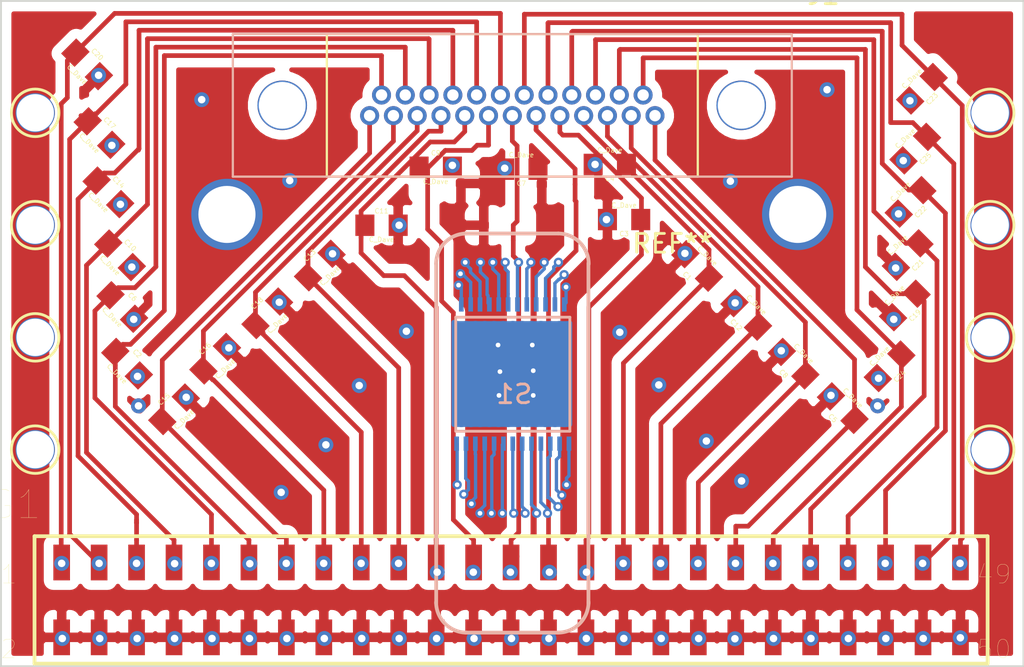
<source format=kicad_pcb>
(kicad_pcb (version 20171130) (host pcbnew "(5.1.5)-3")

  (general
    (thickness 1.6)
    (drawings 12)
    (tracks 667)
    (zones 0)
    (modules 39)
    (nets 27)
  )

  (page A4)
  (layers
    (0 F.Cu signal hide)
    (1 In1.Cu signal hide)
    (2 In2.Cu signal)
    (31 B.Cu signal)
    (36 B.SilkS user)
    (37 F.SilkS user hide)
    (38 B.Mask user)
    (39 F.Mask user hide)
    (40 Dwgs.User user hide)
    (44 Edge.Cuts user)
    (45 Margin user hide)
    (46 B.CrtYd user hide)
    (47 F.CrtYd user hide)
  )

  (setup
    (last_trace_width 0.25)
    (user_trace_width 0.1)
    (user_trace_width 0.178)
    (user_trace_width 0.2)
    (trace_clearance 0.2)
    (zone_clearance 0.508)
    (zone_45_only no)
    (trace_min 0.1)
    (via_size 0.8)
    (via_drill 0.4)
    (via_min_size 0.4)
    (via_min_drill 0.3)
    (uvia_size 0.3)
    (uvia_drill 0.1)
    (uvias_allowed no)
    (uvia_min_size 0.2)
    (uvia_min_drill 0.1)
    (edge_width 0.1)
    (segment_width 0.2)
    (pcb_text_width 0.3)
    (pcb_text_size 1.5 1.5)
    (mod_edge_width 0.15)
    (mod_text_size 1 1)
    (mod_text_width 0.15)
    (pad_size 1.016 1.143)
    (pad_drill 0)
    (pad_to_mask_clearance 0)
    (aux_axis_origin 0 0)
    (grid_origin 117.48 50.8)
    (visible_elements 7FFFF7FF)
    (pcbplotparams
      (layerselection 0x011f0_ffffffff)
      (usegerberextensions false)
      (usegerberattributes false)
      (usegerberadvancedattributes false)
      (creategerberjobfile false)
      (excludeedgelayer true)
      (linewidth 0.100000)
      (plotframeref false)
      (viasonmask false)
      (mode 1)
      (useauxorigin false)
      (hpglpennumber 1)
      (hpglpenspeed 20)
      (hpglpendiameter 15.000000)
      (psnegative false)
      (psa4output false)
      (plotreference true)
      (plotvalue true)
      (plotinvisibletext false)
      (padsonsilk false)
      (subtractmaskfromsilk false)
      (outputformat 1)
      (mirror false)
      (drillshape 0)
      (scaleselection 1)
      (outputdirectory "bias dot files_v2/"))
  )

  (net 0 "")
  (net 1 GND)
  (net 2 "Net-(C1-Pad2)")
  (net 3 "Net-(C2-Pad2)")
  (net 4 "Net-(C3-Pad2)")
  (net 5 "Net-(C4-Pad2)")
  (net 6 "Net-(C5-Pad2)")
  (net 7 "Net-(C6-Pad2)")
  (net 8 "Net-(C7-Pad2)")
  (net 9 "Net-(C8-Pad2)")
  (net 10 "Net-(C9-Pad2)")
  (net 11 "Net-(C10-Pad2)")
  (net 12 "Net-(C11-Pad2)")
  (net 13 "Net-(C12-Pad2)")
  (net 14 "Net-(C13-Pad2)")
  (net 15 "Net-(C14-Pad2)")
  (net 16 "Net-(C15-Pad2)")
  (net 17 "Net-(C16-Pad2)")
  (net 18 "Net-(C17-Pad2)")
  (net 19 "Net-(C18-Pad2)")
  (net 20 "Net-(C19-Pad2)")
  (net 21 "Net-(C20-Pad2)")
  (net 22 "Net-(C21-Pad2)")
  (net 23 "Net-(C22-Pad2)")
  (net 24 "Net-(C23-Pad2)")
  (net 25 "Net-(C24-Pad2)")
  (net 26 "Net-(C25-Pad2)")

  (net_class Default "This is the default net class."
    (clearance 0.2)
    (trace_width 0.25)
    (via_dia 0.8)
    (via_drill 0.4)
    (uvia_dia 0.3)
    (uvia_drill 0.1)
    (add_net GND)
    (add_net "Net-(C1-Pad2)")
    (add_net "Net-(C10-Pad2)")
    (add_net "Net-(C11-Pad2)")
    (add_net "Net-(C12-Pad2)")
    (add_net "Net-(C13-Pad2)")
    (add_net "Net-(C14-Pad2)")
    (add_net "Net-(C15-Pad2)")
    (add_net "Net-(C16-Pad2)")
    (add_net "Net-(C17-Pad2)")
    (add_net "Net-(C18-Pad2)")
    (add_net "Net-(C19-Pad2)")
    (add_net "Net-(C2-Pad2)")
    (add_net "Net-(C20-Pad2)")
    (add_net "Net-(C21-Pad2)")
    (add_net "Net-(C22-Pad2)")
    (add_net "Net-(C23-Pad2)")
    (add_net "Net-(C24-Pad2)")
    (add_net "Net-(C25-Pad2)")
    (add_net "Net-(C3-Pad2)")
    (add_net "Net-(C4-Pad2)")
    (add_net "Net-(C5-Pad2)")
    (add_net "Net-(C6-Pad2)")
    (add_net "Net-(C7-Pad2)")
    (add_net "Net-(C8-Pad2)")
    (add_net "Net-(C9-Pad2)")
  )

  (module "afm sample holder:NormalC_Dave_Back" (layer B.Cu) (tedit 5EA3000E) (tstamp 5E4F1288)
    (at 117.9626 42.0116)
    (path /6110585B)
    (attr smd)
    (fp_text reference C7 (at 0 0.762) (layer F.SilkS)
      (effects (font (size 0.254 0.254) (thickness 0.03175)))
    )
    (fp_text value C_Dave (at 0 -0.762) (layer F.SilkS)
      (effects (font (size 0.254 0.254) (thickness 0.03175)))
    )
    (pad 1 smd rect (at -0.889 0) (size 1.016 1.143) (layers *.Mask F.Cu F.Paste)
      (net 1 GND))
    (pad 2 smd rect (at 0.889 0) (size 1.016 1.143) (layers F.Cu F.Paste F.Mask)
      (net 8 "Net-(C7-Pad2)"))
    (model SMD_Packages/SMD-0805.wrl
      (offset (xyz 0 0 -1.650999975204468))
      (scale (xyz 0.1 0.1 0.1))
      (rotate (xyz 180 0 0))
    )
  )

  (module "afm sample holder:MHv2" (layer F.Cu) (tedit 5EA2FD74) (tstamp 5EA08E8D)
    (at 143 57)
    (descr "Double rangee de contacts 2 x 8 pins")
    (tags CONN)
    (path /55091933)
    (fp_text reference U2 (at 0.1016 -0.8382) (layer F.SilkS)
      (effects (font (size 0.127 0.127) (thickness 0.03175)))
    )
    (fp_text value "M1.8 clearance holes" (at 12.4276 -1.1708) (layer F.SilkS) hide
      (effects (font (size 0.508 0.508) (thickness 0.127)))
    )
    (fp_circle (center 0 0) (end 0 1.27) (layer F.SilkS) (width 0.15))
    (pad "" np_thru_hole circle (at 0 0) (size 2.1 2.1) (drill 2) (layers *.Cu *.Mask)
      (zone_connect 2))
  )

  (module "afm sample holder:MHv2" (layer F.Cu) (tedit 5EA2FD6D) (tstamp 5EA08E8D)
    (at 143 51)
    (descr "Double rangee de contacts 2 x 8 pins")
    (tags CONN)
    (path /55091933)
    (fp_text reference U2 (at 0.1016 -0.8382) (layer F.SilkS)
      (effects (font (size 0.127 0.127) (thickness 0.03175)))
    )
    (fp_text value "M1.8 clearance holes" (at 11.7672 -0.7588) (layer F.SilkS) hide
      (effects (font (size 0.508 0.508) (thickness 0.127)))
    )
    (fp_circle (center 0 0) (end 0 1.27) (layer F.SilkS) (width 0.15))
    (pad "" np_thru_hole circle (at 0 0) (size 2.1 2.1) (drill 2) (layers *.Cu *.Mask)
      (zone_connect 2))
  )

  (module "afm sample holder:MHv2" (layer F.Cu) (tedit 5EA2FD59) (tstamp 5EA08E8D)
    (at 143 39)
    (descr "Double rangee de contacts 2 x 8 pins")
    (tags CONN)
    (path /55091933)
    (fp_text reference U2 (at 0.1016 -0.8382) (layer F.SilkS)
      (effects (font (size 0.127 0.127) (thickness 0.03175)))
    )
    (fp_text value "M1.8 clearance holes" (at 9.9384 0.0652) (layer F.SilkS) hide
      (effects (font (size 0.508 0.508) (thickness 0.127)))
    )
    (fp_circle (center 0 0) (end 0 1.27) (layer F.SilkS) (width 0.15))
    (pad "" np_thru_hole circle (at 0 0) (size 2.1 2.1) (drill 2) (layers *.Cu *.Mask)
      (zone_connect 2))
  )

  (module "afm sample holder:MHv2" (layer F.Cu) (tedit 5EA2FD11) (tstamp 5EA08E8D)
    (at 92 45)
    (descr "Double rangee de contacts 2 x 8 pins")
    (tags CONN)
    (path /55091933)
    (fp_text reference U2 (at 0.1016 -0.8382) (layer F.SilkS)
      (effects (font (size 0.127 0.127) (thickness 0.03175)))
    )
    (fp_text value "M1.8 clearance holes" (at -7.0104 -0.0816) (layer F.SilkS) hide
      (effects (font (size 0.508 0.508) (thickness 0.127)))
    )
    (fp_circle (center 0 0) (end 0 1.27) (layer F.SilkS) (width 0.15))
    (pad "" np_thru_hole circle (at 0 0) (size 2.1 2.1) (drill 2) (layers *.Cu *.Mask)
      (zone_connect 2))
  )

  (module "afm sample holder:MHv2" (layer F.Cu) (tedit 5EA2FD63) (tstamp 5EA08E8D)
    (at 143 45)
    (descr "Double rangee de contacts 2 x 8 pins")
    (tags CONN)
    (path /55091933)
    (fp_text reference U2 (at 0.1016 -0.8382) (layer F.SilkS)
      (effects (font (size 0.127 0.127) (thickness 0.03175)))
    )
    (fp_text value "M1.8 clearance holes" (at 11.4116 -0.4992) (layer F.SilkS) hide
      (effects (font (size 0.508 0.508) (thickness 0.127)))
    )
    (fp_circle (center 0 0) (end 0 1.27) (layer F.SilkS) (width 0.15))
    (pad "" np_thru_hole circle (at 0 0) (size 2.1 2.1) (drill 2) (layers *.Cu *.Mask)
      (zone_connect 2))
  )

  (module "afm sample holder:MHv2" (layer F.Cu) (tedit 5EA2FCD2) (tstamp 5EA08E8D)
    (at 92 39)
    (descr "Double rangee de contacts 2 x 8 pins")
    (tags CONN)
    (path /55091933)
    (fp_text reference U2 (at 0.1016 -0.8382) (layer F.SilkS)
      (effects (font (size 0.127 0.127) (thickness 0.03175)))
    )
    (fp_text value "M1.8 clearance holes" (at -7.0104 -0.0816) (layer F.SilkS) hide
      (effects (font (size 0.508 0.508) (thickness 0.127)))
    )
    (fp_circle (center 0 0) (end 0 1.27) (layer F.SilkS) (width 0.15))
    (pad "" np_thru_hole circle (at 0 0) (size 2.1 2.1) (drill 2) (layers *.Cu *.Mask)
      (zone_connect 2))
  )

  (module "afm sample holder:MHv2" (layer F.Cu) (tedit 5EA2FD2D) (tstamp 5EA08E8D)
    (at 92 57)
    (descr "Double rangee de contacts 2 x 8 pins")
    (tags CONN)
    (path /55091933)
    (fp_text reference U2 (at 0.1016 -0.8382) (layer F.SilkS)
      (effects (font (size 0.127 0.127) (thickness 0.03175)))
    )
    (fp_text value "M1.8 clearance holes" (at -7.0104 -0.0816) (layer F.SilkS) hide
      (effects (font (size 0.508 0.508) (thickness 0.127)))
    )
    (fp_circle (center 0 0) (end 0 1.27) (layer F.SilkS) (width 0.15))
    (pad "" np_thru_hole circle (at 0 0) (size 2.1 2.1) (drill 2) (layers *.Cu *.Mask)
      (zone_connect 2))
  )

  (module "afm sample holder:MHv2" (layer F.Cu) (tedit 5EA2FD1B) (tstamp 5EA08D9C)
    (at 92 51)
    (descr "Double rangee de contacts 2 x 8 pins")
    (tags CONN)
    (path /55091933)
    (fp_text reference U2 (at 0.1016 -0.8382) (layer F.SilkS)
      (effects (font (size 0.127 0.127) (thickness 0.03175)))
    )
    (fp_text value "M1.8 clearance holes" (at -7.0104 -0.0816) (layer F.SilkS) hide
      (effects (font (size 0.508 0.508) (thickness 0.127)))
    )
    (fp_circle (center 0 0) (end 0 1.27) (layer F.SilkS) (width 0.15))
    (pad "" np_thru_hole circle (at 0 0) (size 2.1 2.1) (drill 2) (layers *.Cu *.Mask)
      (zone_connect 2))
  )

  (module "afm sample holder:NormalC_Dave_Back" (layer B.Cu) (tedit 5EA2FF44) (tstamp 5E4F12C4)
    (at 95.4328 40.0812 135)
    (path /6013ACCF)
    (attr smd)
    (fp_text reference C17 (at 0 0.762 135) (layer F.SilkS)
      (effects (font (size 0.254 0.254) (thickness 0.03175)))
    )
    (fp_text value C_Dave (at 0 -0.762 135) (layer F.SilkS)
      (effects (font (size 0.254 0.254) (thickness 0.03175)))
    )
    (pad 1 smd rect (at -0.889 0 135) (size 1.016 1.143) (layers *.Mask F.Cu F.Paste)
      (net 1 GND))
    (pad 2 smd rect (at 0.889 0 135) (size 1.016 1.143) (layers F.Cu F.Paste F.Mask)
      (net 18 "Net-(C17-Pad2)"))
    (model SMD_Packages/SMD-0805.wrl
      (offset (xyz 0 0 -1.650999975204468))
      (scale (xyz 0.1 0.1 0.1))
      (rotate (xyz 180 0 0))
    )
  )

  (module "afm sample holder:window" (layer F.Cu) (tedit 5E4F1FDF) (tstamp 5E50B559)
    (at 117.48 56.13)
    (fp_text reference REF** (at 8.55 -10.14) (layer F.SilkS)
      (effects (font (size 1 1) (thickness 0.15)))
    )
    (fp_text value window (at 0.64 -12.59) (layer F.Fab)
      (effects (font (size 1 1) (thickness 0.15)))
    )
    (fp_arc (start -2.44 9.02) (end -4.07 9.02) (angle -90) (layer B.SilkS) (width 0.2))
    (fp_arc (start 2.44 9.02) (end 2.44 10.65) (angle -90) (layer B.SilkS) (width 0.2))
    (fp_arc (start 2.45 -9.05) (end 2.45 -10.68) (angle 90) (layer B.SilkS) (width 0.2))
    (fp_arc (start -2.44 -9.05) (end -2.44 -10.68) (angle -90) (layer B.SilkS) (width 0.2))
    (fp_line (start -2.49 10.65) (end 2.47 10.65) (layer B.SilkS) (width 0.2))
    (fp_line (start -2.49 -10.68) (end 2.47 -10.68) (layer B.SilkS) (width 0.2))
    (fp_line (start 4.065 -9.09) (end 4.065 9.09) (layer B.SilkS) (width 0.2))
    (fp_line (start -4.065 -9.09) (end -4.065 9.09) (layer B.SilkS) (width 0.2))
  )

  (module "afm sample holder:SampleCutoutArtem" (layer B.Cu) (tedit 5E5038CE) (tstamp 5E93BE49)
    (at 117.50526 52.9701)
    (descr "Double rangee de contacts 2 x 8 pins")
    (tags CONN)
    (path /5EAC8FF7)
    (fp_text reference S1 (at 0.0762 1.0668) (layer B.SilkS)
      (effects (font (size 1 1) (thickness 0.15)) (justify mirror))
    )
    (fp_text value Sample49_Xanthe (at 0.2032 -0.508) (layer B.SilkS) hide
      (effects (font (size 1 1) (thickness 0.15)) (justify mirror))
    )
    (fp_line (start -3.048 -3.048) (end -3.048 3.048) (layer B.SilkS) (width 0.15))
    (fp_line (start 3.048 -3.048) (end -3.048 -3.048) (layer B.SilkS) (width 0.15))
    (fp_line (start 3.048 3.048) (end 3.048 -3.048) (layer B.SilkS) (width 0.15))
    (fp_line (start -3.048 3.048) (end 3.048 3.048) (layer B.SilkS) (width 0.15))
    (pad 1 smd rect (at -2.75 -3.73 180) (size 0.25 0.762) (layers B.Cu B.Paste B.Mask)
      (net 3 "Net-(C2-Pad2)"))
    (pad 2 smd rect (at -2.25 -3.73 180) (size 0.25 0.762) (layers B.Cu B.Paste B.Mask)
      (net 7 "Net-(C6-Pad2)"))
    (pad 3 smd rect (at -1.75 -3.73 180) (size 0.25 0.762) (layers B.Cu B.Paste B.Mask)
      (net 11 "Net-(C10-Pad2)"))
    (pad 4 smd rect (at -1.25 -3.73 180) (size 0.25 0.762) (layers B.Cu B.Paste B.Mask)
      (net 15 "Net-(C14-Pad2)"))
    (pad 5 smd rect (at -0.75 -3.73 180) (size 0.25 0.762) (layers B.Cu B.Paste B.Mask)
      (net 18 "Net-(C17-Pad2)"))
    (pad 6 smd rect (at -0.25 -3.73 180) (size 0.25 0.762) (layers B.Cu B.Paste B.Mask)
      (net 21 "Net-(C20-Pad2)"))
    (pad 7 smd rect (at 0.25 -3.73 180) (size 0.25 0.762) (layers B.Cu B.Paste B.Mask)
      (net 24 "Net-(C23-Pad2)"))
    (pad 8 smd rect (at 0.75 -3.73 180) (size 0.25 0.762) (layers B.Cu B.Paste B.Mask)
      (net 26 "Net-(C25-Pad2)"))
    (pad 9 smd rect (at 1.25 -3.73 180) (size 0.25 0.762) (layers B.Cu B.Paste B.Mask)
      (net 23 "Net-(C22-Pad2)"))
    (pad 10 smd rect (at 1.75 -3.73 180) (size 0.25 0.762) (layers B.Cu B.Paste B.Mask)
      (net 22 "Net-(C21-Pad2)"))
    (pad 11 smd rect (at 2.25 -3.73 180) (size 0.25 0.762) (layers B.Cu B.Paste B.Mask)
      (net 20 "Net-(C19-Pad2)"))
    (pad 12 smd rect (at 2.75 -3.73 180) (size 0.25 0.762) (layers B.Cu B.Paste B.Mask)
      (net 25 "Net-(C24-Pad2)"))
    (pad 13 smd rect (at -3 3.71 180) (size 0.25 0.762) (layers B.Cu B.Paste B.Mask)
      (net 16 "Net-(C15-Pad2)"))
    (pad 14 smd rect (at -2.5 3.71 180) (size 0.25 0.762) (layers B.Cu B.Paste B.Mask)
      (net 17 "Net-(C16-Pad2)"))
    (pad 15 smd rect (at -2 3.71 180) (size 0.25 0.762) (layers B.Cu B.Paste B.Mask)
      (net 19 "Net-(C18-Pad2)"))
    (pad 16 smd rect (at -1.5 3.71 180) (size 0.25 0.762) (layers B.Cu B.Paste B.Mask)
      (net 14 "Net-(C13-Pad2)"))
    (pad 17 smd rect (at -1 3.71 180) (size 0.25 0.762) (layers B.Cu B.Paste B.Mask)
      (net 12 "Net-(C11-Pad2)"))
    (pad 18 smd rect (at -0.5 3.71 180) (size 0.25 0.762) (layers B.Cu B.Paste B.Mask)
      (net 10 "Net-(C9-Pad2)"))
    (pad 19 smd rect (at 0 3.71 180) (size 0.25 0.762) (layers B.Cu B.Paste B.Mask)
      (net 8 "Net-(C7-Pad2)"))
    (pad 20 smd rect (at 0.5 3.71 180) (size 0.25 0.762) (layers B.Cu B.Paste B.Mask)
      (net 5 "Net-(C4-Pad2)"))
    (pad 21 smd rect (at 1 3.71 180) (size 0.25 0.762) (layers B.Cu B.Paste B.Mask)
      (net 4 "Net-(C3-Pad2)"))
    (pad 22 smd rect (at 1.5 3.71 180) (size 0.25 0.762) (layers B.Cu B.Paste B.Mask)
      (net 2 "Net-(C1-Pad2)"))
    (pad 23 smd rect (at 2 3.71 180) (size 0.25 0.762) (layers B.Cu B.Paste B.Mask)
      (net 13 "Net-(C12-Pad2)"))
    (pad 24 smd rect (at 2.5 3.71 180) (size 0.25 0.762) (layers B.Cu B.Paste B.Mask)
      (net 9 "Net-(C8-Pad2)"))
    (pad 25 smd rect (at 3 3.71 180) (size 0.25 0.762) (layers B.Cu B.Paste B.Mask)
      (net 6 "Net-(C5-Pad2)"))
    (model Z:/Users/dmz5025/Documents/SolidWorks/PCB/chip.wrl
      (offset (xyz 0 0 -0.4317999935150147))
      (scale (xyz 15.24 15.24 15.24))
      (rotate (xyz 90 0 0))
    )
  )

  (module "afm sample holder:NormalC_Dave_Back" (layer B.Cu) (tedit 5EA30057) (tstamp 5E4F12E8)
    (at 139.355782 37.712618 45)
    (path /601DF082)
    (attr smd)
    (fp_text reference C23 (at 0 0.762 45) (layer F.SilkS)
      (effects (font (size 0.254 0.254) (thickness 0.03175)))
    )
    (fp_text value C_Dave (at 0 -0.762 45) (layer F.SilkS)
      (effects (font (size 0.254 0.254) (thickness 0.03175)))
    )
    (pad 1 smd rect (at -0.889 0 45) (size 1.016 1.143) (layers *.Mask F.Cu F.Paste)
      (net 1 GND))
    (pad 2 smd rect (at 0.889 0 45) (size 1.016 1.143) (layers F.Cu F.Paste F.Mask)
      (net 24 "Net-(C23-Pad2)"))
    (model SMD_Packages/SMD-0805.wrl
      (offset (xyz 0 0 -1.650999975204468))
      (scale (xyz 0.1 0.1 0.1))
      (rotate (xyz 180 0 0))
    )
  )

  (module "afm sample holder:normcomp_female" (layer F.Cu) (tedit 5EA2FD4A) (tstamp 5E4F137D)
    (at 117.48 38.6)
    (path /5E65FE50)
    (fp_text reference J1 (at 16.62 -5.89) (layer F.SilkS)
      (effects (font (size 1 1) (thickness 0.15)))
    )
    (fp_text value GlenairSM (at 16.62 8.73) (layer F.Fab)
      (effects (font (size 1 1) (thickness 0.15)))
    )
    (fp_line (start -9.905 -3.81) (end -9.905 3.81) (layer F.SilkS) (width 0.12))
    (fp_line (start 9.905 -3.81) (end 9.905 3.81) (layer F.SilkS) (width 0.12))
    (fp_line (start -9.905 3.81) (end 9.905 3.81) (layer F.SilkS) (width 0.12))
    (fp_line (start -9.905 -3.81) (end 9.905 -3.81) (layer F.SilkS) (width 0.12))
    (fp_line (start -14.925 3.81) (end -14.925 -3.81) (layer B.SilkS) (width 0.12))
    (fp_line (start 14.925 3.81) (end -14.925 3.81) (layer B.SilkS) (width 0.12))
    (fp_line (start 14.925 -3.81) (end 14.925 3.81) (layer B.SilkS) (width 0.12))
    (fp_line (start -14.925 -3.81) (end 14.925 -3.81) (layer B.SilkS) (width 0.12))
    (fp_text user %R (at 222.378001 -133.187161) (layer F.Fab)
      (effects (font (size 1 1) (thickness 0.15)))
    )
    (pad "" np_thru_hole circle (at 12.225 0) (size 2.65 2.65) (drill 2.5) (layers *.Cu *.Mask))
    (pad "" np_thru_hole circle (at -12.287 0) (size 2.65 2.65) (drill 2.5) (layers *.Cu *.Mask))
    (pad 25 thru_hole circle (at 7.62 0.55) (size 1.016 1.016) (drill 0.61) (layers *.Cu *.Mask)
      (net 6 "Net-(C5-Pad2)"))
    (pad 24 thru_hole circle (at 6.35 0.55) (size 1.016 1.016) (drill 0.61) (layers *.Cu *.Mask)
      (net 9 "Net-(C8-Pad2)"))
    (pad 23 thru_hole circle (at 5.08 0.55) (size 1.016 1.016) (drill 0.61) (layers *.Cu *.Mask)
      (net 13 "Net-(C12-Pad2)"))
    (pad 22 thru_hole circle (at 3.81 0.55) (size 1.016 1.016) (drill 0.61) (layers *.Cu *.Mask)
      (net 2 "Net-(C1-Pad2)"))
    (pad 21 thru_hole circle (at 2.54 0.55) (size 1.016 1.016) (drill 0.61) (layers *.Cu *.Mask)
      (net 4 "Net-(C3-Pad2)"))
    (pad 20 thru_hole circle (at 1.27 0.55) (size 1.016 1.016) (drill 0.61) (layers *.Cu *.Mask)
      (net 5 "Net-(C4-Pad2)"))
    (pad 19 thru_hole circle (at 0 0.55) (size 1.016 1.016) (drill 0.61) (layers *.Cu *.Mask)
      (net 8 "Net-(C7-Pad2)"))
    (pad 18 thru_hole circle (at -1.27 0.55) (size 1.016 1.016) (drill 0.61) (layers *.Cu *.Mask)
      (net 10 "Net-(C9-Pad2)"))
    (pad 17 thru_hole circle (at -2.54 0.55) (size 1.016 1.016) (drill 0.61) (layers *.Cu *.Mask)
      (net 12 "Net-(C11-Pad2)"))
    (pad 16 thru_hole circle (at -3.81 0.55) (size 1.016 1.016) (drill 0.61) (layers *.Cu *.Mask)
      (net 14 "Net-(C13-Pad2)"))
    (pad 15 thru_hole circle (at -5.08 0.55) (size 1.016 1.016) (drill 0.61) (layers *.Cu *.Mask)
      (net 19 "Net-(C18-Pad2)"))
    (pad 14 thru_hole circle (at -6.35 0.55) (size 1.016 1.016) (drill 0.61) (layers *.Cu *.Mask)
      (net 17 "Net-(C16-Pad2)"))
    (pad 13 thru_hole circle (at -7.62 0.55) (size 1.016 1.016) (drill 0.61) (layers *.Cu *.Mask)
      (net 16 "Net-(C15-Pad2)"))
    (pad 12 thru_hole circle (at 6.984999 -0.549852) (size 1.016 1.016) (drill 0.61) (layers *.Cu *.Mask)
      (net 25 "Net-(C24-Pad2)"))
    (pad 11 thru_hole circle (at 5.714999 -0.549852) (size 1.016 1.016) (drill 0.61) (layers *.Cu *.Mask)
      (net 20 "Net-(C19-Pad2)"))
    (pad 10 thru_hole circle (at 4.444999 -0.549852) (size 1.016 1.016) (drill 0.61) (layers *.Cu *.Mask)
      (net 22 "Net-(C21-Pad2)"))
    (pad 9 thru_hole circle (at 3.174999 -0.549852) (size 1.016 1.016) (drill 0.61) (layers *.Cu *.Mask)
      (net 23 "Net-(C22-Pad2)"))
    (pad 8 thru_hole circle (at 1.904999 -0.549852) (size 1.016 1.016) (drill 0.61) (layers *.Cu *.Mask)
      (net 26 "Net-(C25-Pad2)"))
    (pad 7 thru_hole circle (at 0.634999 -0.549852) (size 1.016 1.016) (drill 0.61) (layers *.Cu *.Mask)
      (net 24 "Net-(C23-Pad2)"))
    (pad 6 thru_hole circle (at -0.635001 -0.549852) (size 1.016 1.016) (drill 0.61) (layers *.Cu *.Mask)
      (net 21 "Net-(C20-Pad2)"))
    (pad 5 thru_hole circle (at -1.905001 -0.549852) (size 1.016 1.016) (drill 0.61) (layers *.Cu *.Mask)
      (net 18 "Net-(C17-Pad2)"))
    (pad 4 thru_hole circle (at -3.175001 -0.549852) (size 1.016 1.016) (drill 0.61) (layers *.Cu *.Mask)
      (net 15 "Net-(C14-Pad2)"))
    (pad 3 thru_hole circle (at -4.445001 -0.549852) (size 1.016 1.016) (drill 0.61) (layers *.Cu *.Mask)
      (net 11 "Net-(C10-Pad2)"))
    (pad 2 thru_hole circle (at -5.715001 -0.549852) (size 1.016 1.016) (drill 0.61) (layers *.Cu *.Mask)
      (net 7 "Net-(C6-Pad2)"))
    (pad 1 thru_hole circle (at -6.985001 -0.549852) (size 1.016 1.016) (drill 0.61) (layers *.Cu *.Mask)
      (net 3 "Net-(C2-Pad2)"))
  )

  (module "afm sample holder:NormalC_Dave_Back" (layer B.Cu) (tedit 5EA2FFDE) (tstamp 5E96E432)
    (at 96.906 52.406518 135)
    (path /5E76AD42)
    (attr smd)
    (fp_text reference C2 (at 0 0.762 135) (layer F.SilkS)
      (effects (font (size 0.254 0.254) (thickness 0.03175)))
    )
    (fp_text value C_Dave (at 0 -0.762 135) (layer F.SilkS)
      (effects (font (size 0.254 0.254) (thickness 0.03175)))
    )
    (pad 1 smd rect (at -0.889 0 135) (size 1.016 1.143) (layers *.Mask F.Cu F.Paste)
      (net 1 GND))
    (pad 2 smd rect (at 0.889 0 135) (size 1.016 1.143) (layers F.Cu F.Paste F.Mask)
      (net 3 "Net-(C2-Pad2)"))
    (model SMD_Packages/SMD-0805.wrl
      (offset (xyz 0 0 -1.650999975204468))
      (scale (xyz 0.1 0.1 0.1))
      (rotate (xyz 180 0 0))
    )
  )

  (module "afm sample holder:NormalC_Dave_Back" (layer B.Cu) (tedit 5EA2FFD8) (tstamp 5E96CDC1)
    (at 96.652 49.3776 135)
    (path /5FE11BE0)
    (attr smd)
    (fp_text reference C6 (at 0 0.762 135) (layer F.SilkS)
      (effects (font (size 0.254 0.254) (thickness 0.03175)))
    )
    (fp_text value C_Dave (at 0 -0.762 135) (layer F.SilkS)
      (effects (font (size 0.254 0.254) (thickness 0.03175)))
    )
    (pad 1 smd rect (at -0.889 0 135) (size 1.016 1.143) (layers *.Mask F.Cu F.Paste)
      (net 1 GND))
    (pad 2 smd rect (at 0.889 0 135) (size 1.016 1.143) (layers F.Cu F.Paste F.Mask)
      (net 7 "Net-(C6-Pad2)"))
    (model SMD_Packages/SMD-0805.wrl
      (offset (xyz 0 0 -1.650999975204468))
      (scale (xyz 0.1 0.1 0.1))
      (rotate (xyz 180 0 0))
    )
  )

  (module "afm sample holder:SAMTEC-CLT-125-02-X-D" (layer F.Cu) (tedit 5E911DBA) (tstamp 5E93BCE8)
    (at 117.4135 65.03264)
    (descr "translated Allegro footprint")
    (path /5EA77D5A)
    (fp_text reference G1 (at -26.5025 -5.0935) (layer F.SilkS)
      (effects (font (size 1.5 1.5) (thickness 0.015)))
    )
    (fp_text value 02X25GND_Dave2 (at 0 0.3825) (layer F.Fab)
      (effects (font (size 0.5 0.5) (thickness 0.015)))
    )
    (fp_line (start -25.72 2.032) (end -31.943 2.032) (layer Dwgs.User) (width 0.1))
    (fp_line (start -31.242 0.318) (end -31.242 2.032) (layer Dwgs.User) (width 0.1))
    (fp_line (start -31.401 1.397) (end -31.242 2.032) (layer Dwgs.User) (width 0.1))
    (fp_line (start -31.242 2.032) (end -31.083 1.397) (layer Dwgs.User) (width 0.1))
    (fp_line (start -31.083 1.397) (end -31.242 1.524) (layer Dwgs.User) (width 0.1))
    (fp_line (start -31.242 1.524) (end -31.401 1.397) (layer Dwgs.User) (width 0.1))
    (fp_line (start -31.242 2.032) (end -31.163 1.46) (layer Dwgs.User) (width 0.1))
    (fp_line (start -31.163 1.46) (end -31.242 1.524) (layer Dwgs.User) (width 0.1))
    (fp_line (start -31.242 1.524) (end -31.242 2.032) (layer Dwgs.User) (width 0.1))
    (fp_line (start -31.242 2.032) (end -31.321 1.46) (layer Dwgs.User) (width 0.1))
    (fp_line (start -31.321 1.46) (end -31.401 1.397) (layer Dwgs.User) (width 0.1))
    (fp_line (start -31.242 -0.318) (end -31.242 -2.032) (layer Dwgs.User) (width 0.1))
    (fp_line (start -31.083 -1.397) (end -31.242 -2.032) (layer Dwgs.User) (width 0.1))
    (fp_line (start -31.242 -2.032) (end -31.401 -1.397) (layer Dwgs.User) (width 0.1))
    (fp_line (start -31.401 -1.397) (end -31.242 -1.524) (layer Dwgs.User) (width 0.1))
    (fp_line (start -31.242 -1.524) (end -31.083 -1.397) (layer Dwgs.User) (width 0.1))
    (fp_line (start -31.242 -2.032) (end -31.321 -1.46) (layer Dwgs.User) (width 0.1))
    (fp_line (start -31.321 -1.46) (end -31.242 -1.524) (layer Dwgs.User) (width 0.1))
    (fp_line (start -31.242 -1.524) (end -31.242 -2.032) (layer Dwgs.User) (width 0.1))
    (fp_line (start -31.242 -2.032) (end -31.163 -1.46) (layer Dwgs.User) (width 0.1))
    (fp_line (start -31.163 -1.46) (end -31.083 -1.397) (layer Dwgs.User) (width 0.1))
    (fp_line (start -25.72 -2.032) (end -31.943 -2.032) (layer Dwgs.User) (width 0.1))
    (fp_line (start -24.701 2) (end -30.038 2) (layer Dwgs.User) (width 0.1))
    (fp_line (start -29.337 0.318) (end -29.337 2) (layer Dwgs.User) (width 0.1))
    (fp_line (start -29.496 1.365) (end -29.337 2) (layer Dwgs.User) (width 0.1))
    (fp_line (start -29.337 2) (end -29.178 1.365) (layer Dwgs.User) (width 0.1))
    (fp_line (start -29.178 1.365) (end -29.337 1.492) (layer Dwgs.User) (width 0.1))
    (fp_line (start -29.337 1.492) (end -29.496 1.365) (layer Dwgs.User) (width 0.1))
    (fp_line (start -29.337 2) (end -29.258 1.428) (layer Dwgs.User) (width 0.1))
    (fp_line (start -29.258 1.428) (end -29.337 1.492) (layer Dwgs.User) (width 0.1))
    (fp_line (start -29.337 1.492) (end -29.337 2) (layer Dwgs.User) (width 0.1))
    (fp_line (start -29.337 2) (end -29.416 1.428) (layer Dwgs.User) (width 0.1))
    (fp_line (start -29.416 1.428) (end -29.496 1.365) (layer Dwgs.User) (width 0.1))
    (fp_line (start -29.337 -0.318) (end -29.337 -2) (layer Dwgs.User) (width 0.1))
    (fp_line (start -29.178 -1.365) (end -29.337 -2) (layer Dwgs.User) (width 0.1))
    (fp_line (start -29.337 -2) (end -29.496 -1.365) (layer Dwgs.User) (width 0.1))
    (fp_line (start -29.496 -1.365) (end -29.337 -1.492) (layer Dwgs.User) (width 0.1))
    (fp_line (start -29.337 -1.492) (end -29.178 -1.365) (layer Dwgs.User) (width 0.1))
    (fp_line (start -29.337 -2) (end -29.416 -1.428) (layer Dwgs.User) (width 0.1))
    (fp_line (start -29.416 -1.428) (end -29.337 -1.492) (layer Dwgs.User) (width 0.1))
    (fp_line (start -29.337 -1.492) (end -29.337 -2) (layer Dwgs.User) (width 0.1))
    (fp_line (start -29.337 -2) (end -29.258 -1.428) (layer Dwgs.User) (width 0.1))
    (fp_line (start -29.258 -1.428) (end -29.178 -1.365) (layer Dwgs.User) (width 0.1))
    (fp_line (start -24.701 -2) (end -30.038 -2) (layer Dwgs.User) (width 0.1))
    (fp_line (start -24 2.701) (end -24 6.226) (layer Dwgs.User) (width 0.1))
    (fp_line (start -0.991 5.524) (end -24 5.524) (layer Dwgs.User) (width 0.1))
    (fp_line (start -23.365 5.366) (end -24 5.524) (layer Dwgs.User) (width 0.1))
    (fp_line (start -24 5.524) (end -23.365 5.683) (layer Dwgs.User) (width 0.1))
    (fp_line (start -23.365 5.683) (end -23.492 5.524) (layer Dwgs.User) (width 0.1))
    (fp_line (start -23.492 5.524) (end -23.365 5.366) (layer Dwgs.User) (width 0.1))
    (fp_line (start -24 5.524) (end -23.428 5.604) (layer Dwgs.User) (width 0.1))
    (fp_line (start -23.428 5.604) (end -23.492 5.524) (layer Dwgs.User) (width 0.1))
    (fp_line (start -23.492 5.524) (end -24 5.524) (layer Dwgs.User) (width 0.1))
    (fp_line (start -24 5.524) (end -23.428 5.445) (layer Dwgs.User) (width 0.1))
    (fp_line (start -23.428 5.445) (end -23.365 5.366) (layer Dwgs.User) (width 0.1))
    (fp_line (start -25.019 2.733) (end -25.019 6.734) (layer Dwgs.User) (width 0.1))
    (fp_line (start -0.991 6.032) (end -25.019 6.032) (layer Dwgs.User) (width 0.1))
    (fp_line (start -24.384 5.874) (end -25.019 6.032) (layer Dwgs.User) (width 0.1))
    (fp_line (start -25.019 6.032) (end -24.384 6.191) (layer Dwgs.User) (width 0.1))
    (fp_line (start -24.384 6.191) (end -24.511 6.032) (layer Dwgs.User) (width 0.1))
    (fp_line (start -24.511 6.032) (end -24.384 5.874) (layer Dwgs.User) (width 0.1))
    (fp_line (start -25.019 6.032) (end -24.448 6.112) (layer Dwgs.User) (width 0.1))
    (fp_line (start -24.448 6.112) (end -24.511 6.032) (layer Dwgs.User) (width 0.1))
    (fp_line (start -24.511 6.032) (end -25.019 6.032) (layer Dwgs.User) (width 0.1))
    (fp_line (start -25.019 6.032) (end -24.448 5.953) (layer Dwgs.User) (width 0.1))
    (fp_line (start -24.448 5.953) (end -24.384 5.874) (layer Dwgs.User) (width 0.1))
    (fp_poly (pts (xy -25.685 3.641) (xy -25.685 -3.641) (xy 25.685 -3.641) (xy 25.685 3.641)
      (xy -25.685 3.641)) (layer F.CrtYd) (width 0))
    (fp_line (start -25 2) (end -25 -2) (layer F.Fab) (width 0.1))
    (fp_line (start -23 2) (end -25 2) (layer F.Fab) (width 0.1))
    (fp_line (start -23.746 2.578) (end -23.746 2) (layer F.Fab) (width 0.1))
    (fp_line (start -24.254 2.578) (end -23.746 2.578) (layer F.Fab) (width 0.1))
    (fp_line (start -24.254 2) (end -24.254 2.578) (layer F.Fab) (width 0.1))
    (fp_line (start -25.45 -3.406) (end -25.45 3.406) (layer F.SilkS) (width 0.2))
    (fp_line (start -25.45 -3.406) (end -25.45 3.406) (layer Dwgs.User) (width 0.1))
    (fp_line (start -25.45 3.406) (end 25.45 3.406) (layer F.SilkS) (width 0.2))
    (fp_line (start -25.45 3.406) (end 25.45 3.406) (layer Dwgs.User) (width 0.1))
    (fp_line (start 25.45 3.406) (end 25.45 -3.406) (layer F.SilkS) (width 0.2))
    (fp_line (start 25.45 3.406) (end 25.45 -3.406) (layer Dwgs.User) (width 0.1))
    (fp_line (start 25.45 -3.406) (end -25.45 -3.406) (layer F.SilkS) (width 0.2))
    (fp_line (start 25.45 -3.406) (end -25.45 -3.406) (layer Dwgs.User) (width 0.1))
    (fp_line (start -24 2.701) (end -24 5.21) (layer Dwgs.User) (width 0.1))
    (fp_line (start -25.121 4.508) (end -24 4.508) (layer Dwgs.User) (width 0.1))
    (fp_line (start -23.365 4.35) (end -24 4.508) (layer Dwgs.User) (width 0.1))
    (fp_line (start -24 4.508) (end -23.365 4.667) (layer Dwgs.User) (width 0.1))
    (fp_line (start -23.365 4.667) (end -23.492 4.508) (layer Dwgs.User) (width 0.1))
    (fp_line (start -23.492 4.508) (end -23.365 4.35) (layer Dwgs.User) (width 0.1))
    (fp_line (start -24 4.508) (end -23.428 4.588) (layer Dwgs.User) (width 0.1))
    (fp_line (start -23.428 4.588) (end -23.492 4.508) (layer Dwgs.User) (width 0.1))
    (fp_line (start -23.492 4.508) (end -24 4.508) (layer Dwgs.User) (width 0.1))
    (fp_line (start -24 4.508) (end -23.428 4.429) (layer Dwgs.User) (width 0.1))
    (fp_line (start -23.428 4.429) (end -23.365 4.35) (layer Dwgs.User) (width 0.1))
    (fp_line (start -24 4.508) (end -22 4.508) (layer Dwgs.User) (width 0.1))
    (fp_line (start -23.835 1.063) (end -23.695 1.063) (layer F.Fab) (width 0.1))
    (fp_line (start -23.835 0.936) (end -23.835 1.063) (layer F.Fab) (width 0.1))
    (fp_line (start -23.695 0.936) (end -23.835 0.936) (layer F.Fab) (width 0.1))
    (fp_line (start -24.305 0.695) (end -23.695 0.695) (layer F.Fab) (width 0.1))
    (fp_line (start -24.305 0.936) (end -24.305 0.695) (layer F.Fab) (width 0.1))
    (fp_line (start -24.165 0.936) (end -24.305 0.936) (layer F.Fab) (width 0.1))
    (fp_line (start -24.165 1.063) (end -24.165 0.936) (layer F.Fab) (width 0.1))
    (fp_line (start -24.305 1.063) (end -24.165 1.063) (layer F.Fab) (width 0.1))
    (fp_line (start -24.305 1.305) (end -24.305 1.063) (layer F.Fab) (width 0.1))
    (fp_line (start -23.695 1.305) (end -24.305 1.305) (layer F.Fab) (width 0.1))
    (fp_line (start -23.835 -0.936) (end -23.695 -0.936) (layer F.Fab) (width 0.1))
    (fp_line (start -23.835 -1.063) (end -23.835 -0.936) (layer F.Fab) (width 0.1))
    (fp_line (start -23.695 -1.063) (end -23.835 -1.063) (layer F.Fab) (width 0.1))
    (fp_line (start -24.305 -1.305) (end -23.695 -1.305) (layer F.Fab) (width 0.1))
    (fp_line (start -24.305 -1.063) (end -24.305 -1.305) (layer F.Fab) (width 0.1))
    (fp_line (start -24.165 -1.063) (end -24.305 -1.063) (layer F.Fab) (width 0.1))
    (fp_line (start -24.165 -0.936) (end -24.165 -1.063) (layer F.Fab) (width 0.1))
    (fp_line (start -24.305 -0.936) (end -24.165 -0.936) (layer F.Fab) (width 0.1))
    (fp_line (start -24.305 -0.695) (end -24.305 -0.936) (layer F.Fab) (width 0.1))
    (fp_line (start -23.695 -0.695) (end -24.305 -0.695) (layer F.Fab) (width 0.1))
    (fp_line (start -25 1.695) (end -23 1.695) (layer F.Fab) (width 0.1))
    (fp_line (start -25 -2) (end -23 -2) (layer F.Fab) (width 0.1))
    (fp_line (start -25 -1.695) (end -23 -1.695) (layer F.Fab) (width 0.1))
    (fp_line (start -23.746 -2.578) (end -23.746 -2) (layer F.Fab) (width 0.1))
    (fp_line (start -24.254 -2.578) (end -23.746 -2.578) (layer F.Fab) (width 0.1))
    (fp_line (start -24.254 -2) (end -24.254 -2.578) (layer F.Fab) (width 0.1))
    (fp_line (start -22.254 2.578) (end -22.254 2) (layer F.Fab) (width 0.1))
    (fp_line (start -21.746 2.578) (end -22.254 2.578) (layer F.Fab) (width 0.1))
    (fp_line (start -21.746 2) (end -21.746 2.578) (layer F.Fab) (width 0.1))
    (fp_line (start -21 2) (end -23 2) (layer F.Fab) (width 0.1))
    (fp_line (start -19 2) (end -21 2) (layer F.Fab) (width 0.1))
    (fp_line (start -22 2.701) (end -22 5.21) (layer Dwgs.User) (width 0.1))
    (fp_line (start -22.635 4.667) (end -22 4.508) (layer Dwgs.User) (width 0.1))
    (fp_line (start -22 4.508) (end -22.635 4.35) (layer Dwgs.User) (width 0.1))
    (fp_line (start -22.635 4.35) (end -22.508 4.508) (layer Dwgs.User) (width 0.1))
    (fp_line (start -22.508 4.508) (end -22.635 4.667) (layer Dwgs.User) (width 0.1))
    (fp_line (start -22 4.508) (end -22.571 4.429) (layer Dwgs.User) (width 0.1))
    (fp_line (start -22.571 4.429) (end -22.508 4.508) (layer Dwgs.User) (width 0.1))
    (fp_line (start -22.508 4.508) (end -22 4.508) (layer Dwgs.User) (width 0.1))
    (fp_line (start -22 4.508) (end -22.571 4.588) (layer Dwgs.User) (width 0.1))
    (fp_line (start -22.571 4.588) (end -22.635 4.667) (layer Dwgs.User) (width 0.1))
    (fp_line (start -23.695 1.063) (end -23.695 1.305) (layer F.Fab) (width 0.1))
    (fp_line (start -23.695 0.695) (end -23.695 0.936) (layer F.Fab) (width 0.1))
    (fp_line (start -23.695 -0.936) (end -23.695 -0.695) (layer F.Fab) (width 0.1))
    (fp_line (start -23.695 -1.305) (end -23.695 -1.063) (layer F.Fab) (width 0.1))
    (fp_arc (start -23 0) (end -23.444 0) (angle 90) (layer F.Fab) (width 0.1))
    (fp_arc (start -23 0) (end -23 0.444) (angle 90) (layer F.Fab) (width 0.1))
    (fp_line (start -22.305 1.063) (end -22.305 1.305) (layer F.Fab) (width 0.1))
    (fp_line (start -22.165 1.063) (end -22.305 1.063) (layer F.Fab) (width 0.1))
    (fp_line (start -22.165 0.936) (end -22.165 1.063) (layer F.Fab) (width 0.1))
    (fp_line (start -22.305 0.936) (end -22.165 0.936) (layer F.Fab) (width 0.1))
    (fp_line (start -22.305 0.695) (end -22.305 0.936) (layer F.Fab) (width 0.1))
    (fp_line (start -21.695 0.695) (end -22.305 0.695) (layer F.Fab) (width 0.1))
    (fp_line (start -21.695 0.936) (end -21.695 0.695) (layer F.Fab) (width 0.1))
    (fp_line (start -21.835 0.936) (end -21.695 0.936) (layer F.Fab) (width 0.1))
    (fp_line (start -21.835 1.063) (end -21.835 0.936) (layer F.Fab) (width 0.1))
    (fp_line (start -21.695 1.063) (end -21.835 1.063) (layer F.Fab) (width 0.1))
    (fp_line (start -21.695 1.305) (end -21.695 1.063) (layer F.Fab) (width 0.1))
    (fp_line (start -22.305 1.305) (end -21.695 1.305) (layer F.Fab) (width 0.1))
    (fp_line (start -22.305 -0.936) (end -22.305 -0.695) (layer F.Fab) (width 0.1))
    (fp_line (start -22.165 -0.936) (end -22.305 -0.936) (layer F.Fab) (width 0.1))
    (fp_line (start -22.165 -1.063) (end -22.165 -0.936) (layer F.Fab) (width 0.1))
    (fp_line (start -22.305 -1.063) (end -22.165 -1.063) (layer F.Fab) (width 0.1))
    (fp_line (start -22.305 -1.305) (end -22.305 -1.063) (layer F.Fab) (width 0.1))
    (fp_line (start -21.695 -1.305) (end -22.305 -1.305) (layer F.Fab) (width 0.1))
    (fp_line (start -21.695 -1.063) (end -21.695 -1.305) (layer F.Fab) (width 0.1))
    (fp_line (start -21.835 -1.063) (end -21.695 -1.063) (layer F.Fab) (width 0.1))
    (fp_line (start -21.835 -0.936) (end -21.835 -1.063) (layer F.Fab) (width 0.1))
    (fp_line (start -21.695 -0.936) (end -21.835 -0.936) (layer F.Fab) (width 0.1))
    (fp_line (start -21.695 -0.695) (end -21.695 -0.936) (layer F.Fab) (width 0.1))
    (fp_line (start -22.305 -0.695) (end -21.695 -0.695) (layer F.Fab) (width 0.1))
    (fp_arc (start -22.9995 -0.0005) (end -22.555 0) (angle 90) (layer F.Fab) (width 0.1))
    (fp_arc (start -22.9995 0.0005) (end -23 -0.444) (angle 90) (layer F.Fab) (width 0.1))
    (fp_arc (start -21 0) (end -21.444 0) (angle 90) (layer F.Fab) (width 0.1))
    (fp_arc (start -21 0) (end -21 0.444) (angle 90) (layer F.Fab) (width 0.1))
    (fp_line (start -23 1.695) (end -21 1.695) (layer F.Fab) (width 0.1))
    (fp_arc (start -20.9995 -0.0005) (end -20.555 0) (angle 90) (layer F.Fab) (width 0.1))
    (fp_arc (start -20.9995 0.0005) (end -21 -0.444) (angle 90) (layer F.Fab) (width 0.1))
    (fp_line (start -21 1.695) (end -19 1.695) (layer F.Fab) (width 0.1))
    (fp_line (start -22.254 -2.578) (end -22.254 -2) (layer F.Fab) (width 0.1))
    (fp_line (start -21.746 -2.578) (end -22.254 -2.578) (layer F.Fab) (width 0.1))
    (fp_line (start -21.746 -2) (end -21.746 -2.578) (layer F.Fab) (width 0.1))
    (fp_line (start -21 -2) (end -23 -2) (layer F.Fab) (width 0.1))
    (fp_line (start -21 -1.695) (end -23 -1.695) (layer F.Fab) (width 0.1))
    (fp_line (start -19 -2) (end -21 -2) (layer F.Fab) (width 0.1))
    (fp_line (start -19 -1.695) (end -21 -1.695) (layer F.Fab) (width 0.1))
    (fp_line (start -20.254 2.578) (end -20.254 2) (layer F.Fab) (width 0.1))
    (fp_line (start -19.746 2.578) (end -20.254 2.578) (layer F.Fab) (width 0.1))
    (fp_line (start -19.746 2) (end -19.746 2.578) (layer F.Fab) (width 0.1))
    (fp_line (start -18.254 2.578) (end -18.254 2) (layer F.Fab) (width 0.1))
    (fp_line (start -17.746 2.578) (end -18.254 2.578) (layer F.Fab) (width 0.1))
    (fp_line (start -17.746 2) (end -17.746 2.578) (layer F.Fab) (width 0.1))
    (fp_line (start -17 2) (end -19 2) (layer F.Fab) (width 0.1))
    (fp_line (start -15 2) (end -17 2) (layer F.Fab) (width 0.1))
    (fp_line (start -20.305 1.063) (end -20.305 1.305) (layer F.Fab) (width 0.1))
    (fp_line (start -20.165 1.063) (end -20.305 1.063) (layer F.Fab) (width 0.1))
    (fp_line (start -20.165 0.936) (end -20.165 1.063) (layer F.Fab) (width 0.1))
    (fp_line (start -20.305 0.936) (end -20.165 0.936) (layer F.Fab) (width 0.1))
    (fp_line (start -20.305 0.695) (end -20.305 0.936) (layer F.Fab) (width 0.1))
    (fp_line (start -19.695 0.695) (end -20.305 0.695) (layer F.Fab) (width 0.1))
    (fp_line (start -19.695 0.936) (end -19.695 0.695) (layer F.Fab) (width 0.1))
    (fp_line (start -19.835 0.936) (end -19.695 0.936) (layer F.Fab) (width 0.1))
    (fp_line (start -19.835 1.063) (end -19.835 0.936) (layer F.Fab) (width 0.1))
    (fp_line (start -19.695 1.063) (end -19.835 1.063) (layer F.Fab) (width 0.1))
    (fp_line (start -19.695 1.305) (end -19.695 1.063) (layer F.Fab) (width 0.1))
    (fp_line (start -20.305 1.305) (end -19.695 1.305) (layer F.Fab) (width 0.1))
    (fp_line (start -20.305 -0.936) (end -20.305 -0.695) (layer F.Fab) (width 0.1))
    (fp_line (start -20.165 -0.936) (end -20.305 -0.936) (layer F.Fab) (width 0.1))
    (fp_line (start -20.165 -1.063) (end -20.165 -0.936) (layer F.Fab) (width 0.1))
    (fp_line (start -20.305 -1.063) (end -20.165 -1.063) (layer F.Fab) (width 0.1))
    (fp_line (start -20.305 -1.305) (end -20.305 -1.063) (layer F.Fab) (width 0.1))
    (fp_line (start -19.695 -1.305) (end -20.305 -1.305) (layer F.Fab) (width 0.1))
    (fp_line (start -19.695 -1.063) (end -19.695 -1.305) (layer F.Fab) (width 0.1))
    (fp_line (start -19.835 -1.063) (end -19.695 -1.063) (layer F.Fab) (width 0.1))
    (fp_line (start -19.835 -0.936) (end -19.835 -1.063) (layer F.Fab) (width 0.1))
    (fp_line (start -19.695 -0.936) (end -19.835 -0.936) (layer F.Fab) (width 0.1))
    (fp_line (start -19.695 -0.695) (end -19.695 -0.936) (layer F.Fab) (width 0.1))
    (fp_line (start -20.305 -0.695) (end -19.695 -0.695) (layer F.Fab) (width 0.1))
    (fp_arc (start -19 0) (end -19.444 0) (angle 90) (layer F.Fab) (width 0.1))
    (fp_arc (start -19 0) (end -19 0.444) (angle 90) (layer F.Fab) (width 0.1))
    (fp_line (start -18.305 1.063) (end -18.305 1.305) (layer F.Fab) (width 0.1))
    (fp_line (start -18.165 1.063) (end -18.305 1.063) (layer F.Fab) (width 0.1))
    (fp_line (start -18.165 0.936) (end -18.165 1.063) (layer F.Fab) (width 0.1))
    (fp_line (start -18.305 0.936) (end -18.165 0.936) (layer F.Fab) (width 0.1))
    (fp_line (start -18.305 0.695) (end -18.305 0.936) (layer F.Fab) (width 0.1))
    (fp_line (start -17.695 0.695) (end -18.305 0.695) (layer F.Fab) (width 0.1))
    (fp_line (start -17.695 0.936) (end -17.695 0.695) (layer F.Fab) (width 0.1))
    (fp_line (start -17.835 0.936) (end -17.695 0.936) (layer F.Fab) (width 0.1))
    (fp_line (start -17.835 1.063) (end -17.835 0.936) (layer F.Fab) (width 0.1))
    (fp_line (start -17.695 1.063) (end -17.835 1.063) (layer F.Fab) (width 0.1))
    (fp_line (start -17.695 1.305) (end -17.695 1.063) (layer F.Fab) (width 0.1))
    (fp_line (start -18.305 1.305) (end -17.695 1.305) (layer F.Fab) (width 0.1))
    (fp_line (start -18.305 -0.936) (end -18.305 -0.695) (layer F.Fab) (width 0.1))
    (fp_line (start -18.165 -0.936) (end -18.305 -0.936) (layer F.Fab) (width 0.1))
    (fp_line (start -18.165 -1.063) (end -18.165 -0.936) (layer F.Fab) (width 0.1))
    (fp_line (start -18.305 -1.063) (end -18.165 -1.063) (layer F.Fab) (width 0.1))
    (fp_line (start -18.305 -1.305) (end -18.305 -1.063) (layer F.Fab) (width 0.1))
    (fp_line (start -17.695 -1.305) (end -18.305 -1.305) (layer F.Fab) (width 0.1))
    (fp_line (start -17.695 -1.063) (end -17.695 -1.305) (layer F.Fab) (width 0.1))
    (fp_line (start -17.835 -1.063) (end -17.695 -1.063) (layer F.Fab) (width 0.1))
    (fp_line (start -17.835 -0.936) (end -17.835 -1.063) (layer F.Fab) (width 0.1))
    (fp_line (start -17.695 -0.936) (end -17.835 -0.936) (layer F.Fab) (width 0.1))
    (fp_line (start -17.695 -0.695) (end -17.695 -0.936) (layer F.Fab) (width 0.1))
    (fp_line (start -18.305 -0.695) (end -17.695 -0.695) (layer F.Fab) (width 0.1))
    (fp_arc (start -18.9995 -0.0005) (end -18.555 0) (angle 90) (layer F.Fab) (width 0.1))
    (fp_arc (start -18.9995 0.0005) (end -19 -0.444) (angle 90) (layer F.Fab) (width 0.1))
    (fp_arc (start -17 0) (end -17.444 0) (angle 90) (layer F.Fab) (width 0.1))
    (fp_arc (start -17 0) (end -17 0.444) (angle 90) (layer F.Fab) (width 0.1))
    (fp_line (start -19 1.695) (end -17 1.695) (layer F.Fab) (width 0.1))
    (fp_arc (start -16.9995 -0.0005) (end -16.555 0) (angle 90) (layer F.Fab) (width 0.1))
    (fp_arc (start -16.9995 0.0005) (end -17 -0.444) (angle 90) (layer F.Fab) (width 0.1))
    (fp_line (start -17 1.695) (end -15 1.695) (layer F.Fab) (width 0.1))
    (fp_line (start -20.254 -2.578) (end -20.254 -2) (layer F.Fab) (width 0.1))
    (fp_line (start -19.746 -2.578) (end -20.254 -2.578) (layer F.Fab) (width 0.1))
    (fp_line (start -19.746 -2) (end -19.746 -2.578) (layer F.Fab) (width 0.1))
    (fp_line (start -18.254 -2.578) (end -18.254 -2) (layer F.Fab) (width 0.1))
    (fp_line (start -17.746 -2.578) (end -18.254 -2.578) (layer F.Fab) (width 0.1))
    (fp_line (start -17.746 -2) (end -17.746 -2.578) (layer F.Fab) (width 0.1))
    (fp_line (start -17 -2) (end -19 -2) (layer F.Fab) (width 0.1))
    (fp_line (start -17 -1.695) (end -19 -1.695) (layer F.Fab) (width 0.1))
    (fp_line (start -15 -2) (end -17 -2) (layer F.Fab) (width 0.1))
    (fp_line (start -15 -1.695) (end -17 -1.695) (layer F.Fab) (width 0.1))
    (fp_line (start -16.254 2.578) (end -16.254 2) (layer F.Fab) (width 0.1))
    (fp_line (start -15.746 2.578) (end -16.254 2.578) (layer F.Fab) (width 0.1))
    (fp_line (start -15.746 2) (end -15.746 2.578) (layer F.Fab) (width 0.1))
    (fp_line (start -14.254 2.578) (end -14.254 2) (layer F.Fab) (width 0.1))
    (fp_line (start -13.746 2.578) (end -14.254 2.578) (layer F.Fab) (width 0.1))
    (fp_line (start -13.746 2) (end -13.746 2.578) (layer F.Fab) (width 0.1))
    (fp_line (start -13 2) (end -15 2) (layer F.Fab) (width 0.1))
    (fp_line (start -16.305 1.063) (end -16.305 1.305) (layer F.Fab) (width 0.1))
    (fp_line (start -16.165 1.063) (end -16.305 1.063) (layer F.Fab) (width 0.1))
    (fp_line (start -16.165 0.936) (end -16.165 1.063) (layer F.Fab) (width 0.1))
    (fp_line (start -16.305 0.936) (end -16.165 0.936) (layer F.Fab) (width 0.1))
    (fp_line (start -16.305 0.695) (end -16.305 0.936) (layer F.Fab) (width 0.1))
    (fp_line (start -15.695 0.695) (end -16.305 0.695) (layer F.Fab) (width 0.1))
    (fp_line (start -15.695 0.936) (end -15.695 0.695) (layer F.Fab) (width 0.1))
    (fp_line (start -15.835 0.936) (end -15.695 0.936) (layer F.Fab) (width 0.1))
    (fp_line (start -15.835 1.063) (end -15.835 0.936) (layer F.Fab) (width 0.1))
    (fp_line (start -15.695 1.063) (end -15.835 1.063) (layer F.Fab) (width 0.1))
    (fp_line (start -15.695 1.305) (end -15.695 1.063) (layer F.Fab) (width 0.1))
    (fp_line (start -16.305 1.305) (end -15.695 1.305) (layer F.Fab) (width 0.1))
    (fp_line (start -16.305 -0.936) (end -16.305 -0.695) (layer F.Fab) (width 0.1))
    (fp_line (start -16.165 -0.936) (end -16.305 -0.936) (layer F.Fab) (width 0.1))
    (fp_line (start -16.165 -1.063) (end -16.165 -0.936) (layer F.Fab) (width 0.1))
    (fp_line (start -16.305 -1.063) (end -16.165 -1.063) (layer F.Fab) (width 0.1))
    (fp_line (start -16.305 -1.305) (end -16.305 -1.063) (layer F.Fab) (width 0.1))
    (fp_line (start -15.695 -1.305) (end -16.305 -1.305) (layer F.Fab) (width 0.1))
    (fp_line (start -15.695 -1.063) (end -15.695 -1.305) (layer F.Fab) (width 0.1))
    (fp_line (start -15.835 -1.063) (end -15.695 -1.063) (layer F.Fab) (width 0.1))
    (fp_line (start -15.835 -0.936) (end -15.835 -1.063) (layer F.Fab) (width 0.1))
    (fp_line (start -15.695 -0.936) (end -15.835 -0.936) (layer F.Fab) (width 0.1))
    (fp_line (start -15.695 -0.695) (end -15.695 -0.936) (layer F.Fab) (width 0.1))
    (fp_line (start -16.305 -0.695) (end -15.695 -0.695) (layer F.Fab) (width 0.1))
    (fp_arc (start -15 0) (end -15.444 0) (angle 90) (layer F.Fab) (width 0.1))
    (fp_arc (start -15 0) (end -15 0.444) (angle 90) (layer F.Fab) (width 0.1))
    (fp_line (start -14.305 1.063) (end -14.305 1.305) (layer F.Fab) (width 0.1))
    (fp_line (start -14.165 1.063) (end -14.305 1.063) (layer F.Fab) (width 0.1))
    (fp_line (start -14.165 0.936) (end -14.165 1.063) (layer F.Fab) (width 0.1))
    (fp_line (start -14.305 0.936) (end -14.165 0.936) (layer F.Fab) (width 0.1))
    (fp_line (start -14.305 0.695) (end -14.305 0.936) (layer F.Fab) (width 0.1))
    (fp_line (start -13.695 0.695) (end -14.305 0.695) (layer F.Fab) (width 0.1))
    (fp_line (start -13.695 0.936) (end -13.695 0.695) (layer F.Fab) (width 0.1))
    (fp_line (start -13.835 0.936) (end -13.695 0.936) (layer F.Fab) (width 0.1))
    (fp_line (start -13.835 1.063) (end -13.835 0.936) (layer F.Fab) (width 0.1))
    (fp_line (start -13.695 1.063) (end -13.835 1.063) (layer F.Fab) (width 0.1))
    (fp_line (start -13.695 1.305) (end -13.695 1.063) (layer F.Fab) (width 0.1))
    (fp_line (start -14.305 1.305) (end -13.695 1.305) (layer F.Fab) (width 0.1))
    (fp_line (start -14.305 -0.936) (end -14.305 -0.695) (layer F.Fab) (width 0.1))
    (fp_line (start -14.165 -0.936) (end -14.305 -0.936) (layer F.Fab) (width 0.1))
    (fp_line (start -14.165 -1.063) (end -14.165 -0.936) (layer F.Fab) (width 0.1))
    (fp_line (start -14.305 -1.063) (end -14.165 -1.063) (layer F.Fab) (width 0.1))
    (fp_line (start -14.305 -1.305) (end -14.305 -1.063) (layer F.Fab) (width 0.1))
    (fp_line (start -13.695 -1.305) (end -14.305 -1.305) (layer F.Fab) (width 0.1))
    (fp_line (start -13.695 -1.063) (end -13.695 -1.305) (layer F.Fab) (width 0.1))
    (fp_line (start -13.835 -1.063) (end -13.695 -1.063) (layer F.Fab) (width 0.1))
    (fp_line (start -13.835 -0.936) (end -13.835 -1.063) (layer F.Fab) (width 0.1))
    (fp_line (start -13.695 -0.936) (end -13.835 -0.936) (layer F.Fab) (width 0.1))
    (fp_line (start -13.695 -0.695) (end -13.695 -0.936) (layer F.Fab) (width 0.1))
    (fp_line (start -14.305 -0.695) (end -13.695 -0.695) (layer F.Fab) (width 0.1))
    (fp_arc (start -14.9995 -0.0005) (end -14.555 0) (angle 90) (layer F.Fab) (width 0.1))
    (fp_arc (start -14.9995 0.0005) (end -15 -0.444) (angle 90) (layer F.Fab) (width 0.1))
    (fp_line (start -15 1.695) (end -13 1.695) (layer F.Fab) (width 0.1))
    (fp_line (start -16.254 -2.578) (end -16.254 -2) (layer F.Fab) (width 0.1))
    (fp_line (start -15.746 -2.578) (end -16.254 -2.578) (layer F.Fab) (width 0.1))
    (fp_line (start -15.746 -2) (end -15.746 -2.578) (layer F.Fab) (width 0.1))
    (fp_line (start -14.254 -2.578) (end -14.254 -2) (layer F.Fab) (width 0.1))
    (fp_line (start -13.746 -2.578) (end -14.254 -2.578) (layer F.Fab) (width 0.1))
    (fp_line (start -13.746 -2) (end -13.746 -2.578) (layer F.Fab) (width 0.1))
    (fp_line (start -13 -2) (end -15 -2) (layer F.Fab) (width 0.1))
    (fp_line (start -13 -1.695) (end -15 -1.695) (layer F.Fab) (width 0.1))
    (fp_line (start -12.254 2.578) (end -12.254 2) (layer F.Fab) (width 0.1))
    (fp_line (start -11.746 2.578) (end -12.254 2.578) (layer F.Fab) (width 0.1))
    (fp_line (start -11.746 2) (end -11.746 2.578) (layer F.Fab) (width 0.1))
    (fp_line (start -11 2) (end -13 2) (layer F.Fab) (width 0.1))
    (fp_line (start -10.254 2.578) (end -10.254 2) (layer F.Fab) (width 0.1))
    (fp_line (start -9.746 2.578) (end -10.254 2.578) (layer F.Fab) (width 0.1))
    (fp_line (start -9 2) (end -11 2) (layer F.Fab) (width 0.1))
    (fp_arc (start -13 0) (end -13.444 0) (angle 90) (layer F.Fab) (width 0.1))
    (fp_arc (start -13 0) (end -13 0.444) (angle 90) (layer F.Fab) (width 0.1))
    (fp_line (start -12.305 1.063) (end -12.305 1.305) (layer F.Fab) (width 0.1))
    (fp_line (start -12.165 1.063) (end -12.305 1.063) (layer F.Fab) (width 0.1))
    (fp_line (start -12.165 0.936) (end -12.165 1.063) (layer F.Fab) (width 0.1))
    (fp_line (start -12.305 0.936) (end -12.165 0.936) (layer F.Fab) (width 0.1))
    (fp_line (start -12.305 0.695) (end -12.305 0.936) (layer F.Fab) (width 0.1))
    (fp_line (start -11.695 0.695) (end -12.305 0.695) (layer F.Fab) (width 0.1))
    (fp_line (start -11.695 0.936) (end -11.695 0.695) (layer F.Fab) (width 0.1))
    (fp_line (start -11.835 0.936) (end -11.695 0.936) (layer F.Fab) (width 0.1))
    (fp_line (start -11.835 1.063) (end -11.835 0.936) (layer F.Fab) (width 0.1))
    (fp_line (start -11.695 1.063) (end -11.835 1.063) (layer F.Fab) (width 0.1))
    (fp_line (start -11.695 1.305) (end -11.695 1.063) (layer F.Fab) (width 0.1))
    (fp_line (start -12.305 1.305) (end -11.695 1.305) (layer F.Fab) (width 0.1))
    (fp_line (start -12.305 -0.936) (end -12.305 -0.695) (layer F.Fab) (width 0.1))
    (fp_line (start -12.165 -0.936) (end -12.305 -0.936) (layer F.Fab) (width 0.1))
    (fp_line (start -12.165 -1.063) (end -12.165 -0.936) (layer F.Fab) (width 0.1))
    (fp_line (start -12.305 -1.063) (end -12.165 -1.063) (layer F.Fab) (width 0.1))
    (fp_line (start -12.305 -1.305) (end -12.305 -1.063) (layer F.Fab) (width 0.1))
    (fp_line (start -11.695 -1.305) (end -12.305 -1.305) (layer F.Fab) (width 0.1))
    (fp_line (start -11.695 -1.063) (end -11.695 -1.305) (layer F.Fab) (width 0.1))
    (fp_line (start -11.835 -1.063) (end -11.695 -1.063) (layer F.Fab) (width 0.1))
    (fp_line (start -11.835 -0.936) (end -11.835 -1.063) (layer F.Fab) (width 0.1))
    (fp_line (start -11.695 -0.936) (end -11.835 -0.936) (layer F.Fab) (width 0.1))
    (fp_line (start -11.695 -0.695) (end -11.695 -0.936) (layer F.Fab) (width 0.1))
    (fp_line (start -12.305 -0.695) (end -11.695 -0.695) (layer F.Fab) (width 0.1))
    (fp_arc (start -12.9995 -0.0005) (end -12.555 0) (angle 90) (layer F.Fab) (width 0.1))
    (fp_arc (start -12.9995 0.0005) (end -13 -0.444) (angle 90) (layer F.Fab) (width 0.1))
    (fp_arc (start -11 0) (end -11.444 0) (angle 90) (layer F.Fab) (width 0.1))
    (fp_arc (start -11 0) (end -11 0.444) (angle 90) (layer F.Fab) (width 0.1))
    (fp_line (start -13 1.695) (end -11 1.695) (layer F.Fab) (width 0.1))
    (fp_line (start -10.305 1.063) (end -10.305 1.305) (layer F.Fab) (width 0.1))
    (fp_line (start -10.165 1.063) (end -10.305 1.063) (layer F.Fab) (width 0.1))
    (fp_line (start -10.165 0.936) (end -10.165 1.063) (layer F.Fab) (width 0.1))
    (fp_line (start -10.305 0.936) (end -10.165 0.936) (layer F.Fab) (width 0.1))
    (fp_line (start -10.305 0.695) (end -10.305 0.936) (layer F.Fab) (width 0.1))
    (fp_line (start -9.695 0.695) (end -10.305 0.695) (layer F.Fab) (width 0.1))
    (fp_line (start -10.305 1.305) (end -9.695 1.305) (layer F.Fab) (width 0.1))
    (fp_line (start -10.305 -0.936) (end -10.305 -0.695) (layer F.Fab) (width 0.1))
    (fp_line (start -10.165 -0.936) (end -10.305 -0.936) (layer F.Fab) (width 0.1))
    (fp_line (start -10.165 -1.063) (end -10.165 -0.936) (layer F.Fab) (width 0.1))
    (fp_line (start -10.305 -1.063) (end -10.165 -1.063) (layer F.Fab) (width 0.1))
    (fp_line (start -10.305 -1.305) (end -10.305 -1.063) (layer F.Fab) (width 0.1))
    (fp_line (start -9.695 -1.305) (end -10.305 -1.305) (layer F.Fab) (width 0.1))
    (fp_line (start -10.305 -0.695) (end -9.695 -0.695) (layer F.Fab) (width 0.1))
    (fp_arc (start -10.9995 -0.0005) (end -10.555 0) (angle 90) (layer F.Fab) (width 0.1))
    (fp_arc (start -10.9995 0.0005) (end -11 -0.444) (angle 90) (layer F.Fab) (width 0.1))
    (fp_line (start -11 1.695) (end -9 1.695) (layer F.Fab) (width 0.1))
    (fp_line (start -12.254 -2.578) (end -12.254 -2) (layer F.Fab) (width 0.1))
    (fp_line (start -11.746 -2.578) (end -12.254 -2.578) (layer F.Fab) (width 0.1))
    (fp_line (start -11.746 -2) (end -11.746 -2.578) (layer F.Fab) (width 0.1))
    (fp_line (start -11 -2) (end -13 -2) (layer F.Fab) (width 0.1))
    (fp_line (start -11 -1.695) (end -13 -1.695) (layer F.Fab) (width 0.1))
    (fp_line (start -10.254 -2.578) (end -10.254 -2) (layer F.Fab) (width 0.1))
    (fp_line (start -9.746 -2.578) (end -10.254 -2.578) (layer F.Fab) (width 0.1))
    (fp_line (start -9 -2) (end -11 -2) (layer F.Fab) (width 0.1))
    (fp_line (start -9 -1.695) (end -11 -1.695) (layer F.Fab) (width 0.1))
    (fp_line (start -9.746 2) (end -9.746 2.578) (layer F.Fab) (width 0.1))
    (fp_line (start -8.254 2.578) (end -8.254 2) (layer F.Fab) (width 0.1))
    (fp_line (start -7.746 2.578) (end -8.254 2.578) (layer F.Fab) (width 0.1))
    (fp_line (start -7.746 2) (end -7.746 2.578) (layer F.Fab) (width 0.1))
    (fp_line (start -7 2) (end -9 2) (layer F.Fab) (width 0.1))
    (fp_line (start -5 2) (end -7 2) (layer F.Fab) (width 0.1))
    (fp_line (start -9.695 0.936) (end -9.695 0.695) (layer F.Fab) (width 0.1))
    (fp_line (start -9.835 0.936) (end -9.695 0.936) (layer F.Fab) (width 0.1))
    (fp_line (start -9.835 1.063) (end -9.835 0.936) (layer F.Fab) (width 0.1))
    (fp_line (start -9.695 1.063) (end -9.835 1.063) (layer F.Fab) (width 0.1))
    (fp_line (start -9.695 1.305) (end -9.695 1.063) (layer F.Fab) (width 0.1))
    (fp_line (start -9.695 -1.063) (end -9.695 -1.305) (layer F.Fab) (width 0.1))
    (fp_line (start -9.835 -1.063) (end -9.695 -1.063) (layer F.Fab) (width 0.1))
    (fp_line (start -9.835 -0.936) (end -9.835 -1.063) (layer F.Fab) (width 0.1))
    (fp_line (start -9.695 -0.936) (end -9.835 -0.936) (layer F.Fab) (width 0.1))
    (fp_line (start -9.695 -0.695) (end -9.695 -0.936) (layer F.Fab) (width 0.1))
    (fp_arc (start -9 0) (end -9.444 0) (angle 90) (layer F.Fab) (width 0.1))
    (fp_arc (start -9 0) (end -9 0.444) (angle 90) (layer F.Fab) (width 0.1))
    (fp_line (start -8.305 1.063) (end -8.305 1.305) (layer F.Fab) (width 0.1))
    (fp_line (start -8.165 1.063) (end -8.305 1.063) (layer F.Fab) (width 0.1))
    (fp_line (start -8.165 0.936) (end -8.165 1.063) (layer F.Fab) (width 0.1))
    (fp_line (start -8.305 0.936) (end -8.165 0.936) (layer F.Fab) (width 0.1))
    (fp_line (start -8.305 0.695) (end -8.305 0.936) (layer F.Fab) (width 0.1))
    (fp_line (start -7.695 0.695) (end -8.305 0.695) (layer F.Fab) (width 0.1))
    (fp_line (start -7.695 0.936) (end -7.695 0.695) (layer F.Fab) (width 0.1))
    (fp_line (start -7.835 0.936) (end -7.695 0.936) (layer F.Fab) (width 0.1))
    (fp_line (start -7.835 1.063) (end -7.835 0.936) (layer F.Fab) (width 0.1))
    (fp_line (start -7.695 1.063) (end -7.835 1.063) (layer F.Fab) (width 0.1))
    (fp_line (start -7.695 1.305) (end -7.695 1.063) (layer F.Fab) (width 0.1))
    (fp_line (start -8.305 1.305) (end -7.695 1.305) (layer F.Fab) (width 0.1))
    (fp_line (start -8.305 -0.936) (end -8.305 -0.695) (layer F.Fab) (width 0.1))
    (fp_line (start -8.165 -0.936) (end -8.305 -0.936) (layer F.Fab) (width 0.1))
    (fp_line (start -8.165 -1.063) (end -8.165 -0.936) (layer F.Fab) (width 0.1))
    (fp_line (start -8.305 -1.063) (end -8.165 -1.063) (layer F.Fab) (width 0.1))
    (fp_line (start -8.305 -1.305) (end -8.305 -1.063) (layer F.Fab) (width 0.1))
    (fp_line (start -7.695 -1.305) (end -8.305 -1.305) (layer F.Fab) (width 0.1))
    (fp_line (start -7.695 -1.063) (end -7.695 -1.305) (layer F.Fab) (width 0.1))
    (fp_line (start -7.835 -1.063) (end -7.695 -1.063) (layer F.Fab) (width 0.1))
    (fp_line (start -7.835 -0.936) (end -7.835 -1.063) (layer F.Fab) (width 0.1))
    (fp_line (start -7.695 -0.936) (end -7.835 -0.936) (layer F.Fab) (width 0.1))
    (fp_line (start -7.695 -0.695) (end -7.695 -0.936) (layer F.Fab) (width 0.1))
    (fp_line (start -8.305 -0.695) (end -7.695 -0.695) (layer F.Fab) (width 0.1))
    (fp_arc (start -8.9995 -0.0005) (end -8.555 0) (angle 90) (layer F.Fab) (width 0.1))
    (fp_arc (start -8.9995 0.0005) (end -9 -0.444) (angle 90) (layer F.Fab) (width 0.1))
    (fp_arc (start -7 0) (end -7.444 0) (angle 90) (layer F.Fab) (width 0.1))
    (fp_arc (start -7 0) (end -7 0.444) (angle 90) (layer F.Fab) (width 0.1))
    (fp_line (start -9 1.695) (end -7 1.695) (layer F.Fab) (width 0.1))
    (fp_arc (start -6.9995 -0.0005) (end -6.555 0) (angle 90) (layer F.Fab) (width 0.1))
    (fp_arc (start -6.9995 0.0005) (end -7 -0.444) (angle 90) (layer F.Fab) (width 0.1))
    (fp_line (start -7 1.695) (end -5 1.695) (layer F.Fab) (width 0.1))
    (fp_line (start -9.746 -2) (end -9.746 -2.578) (layer F.Fab) (width 0.1))
    (fp_line (start -8.254 -2.578) (end -8.254 -2) (layer F.Fab) (width 0.1))
    (fp_line (start -7.746 -2.578) (end -8.254 -2.578) (layer F.Fab) (width 0.1))
    (fp_line (start -7.746 -2) (end -7.746 -2.578) (layer F.Fab) (width 0.1))
    (fp_line (start -7 -2) (end -9 -2) (layer F.Fab) (width 0.1))
    (fp_line (start -7 -1.695) (end -9 -1.695) (layer F.Fab) (width 0.1))
    (fp_line (start -5 -2) (end -7 -2) (layer F.Fab) (width 0.1))
    (fp_line (start -5 -1.695) (end -7 -1.695) (layer F.Fab) (width 0.1))
    (fp_line (start -6.254 2.578) (end -6.254 2) (layer F.Fab) (width 0.1))
    (fp_line (start -5.746 2.578) (end -6.254 2.578) (layer F.Fab) (width 0.1))
    (fp_line (start -5.746 2) (end -5.746 2.578) (layer F.Fab) (width 0.1))
    (fp_line (start -4.254 2.578) (end -4.254 2) (layer F.Fab) (width 0.1))
    (fp_line (start -3.746 2.578) (end -4.254 2.578) (layer F.Fab) (width 0.1))
    (fp_line (start -3.746 2) (end -3.746 2.578) (layer F.Fab) (width 0.1))
    (fp_line (start -3 2) (end -5 2) (layer F.Fab) (width 0.1))
    (fp_line (start -6.305 1.063) (end -6.305 1.305) (layer F.Fab) (width 0.1))
    (fp_line (start -6.165 1.063) (end -6.305 1.063) (layer F.Fab) (width 0.1))
    (fp_line (start -6.165 0.936) (end -6.165 1.063) (layer F.Fab) (width 0.1))
    (fp_line (start -6.305 0.936) (end -6.165 0.936) (layer F.Fab) (width 0.1))
    (fp_line (start -6.305 0.695) (end -6.305 0.936) (layer F.Fab) (width 0.1))
    (fp_line (start -5.695 0.695) (end -6.305 0.695) (layer F.Fab) (width 0.1))
    (fp_line (start -5.695 0.936) (end -5.695 0.695) (layer F.Fab) (width 0.1))
    (fp_line (start -5.835 0.936) (end -5.695 0.936) (layer F.Fab) (width 0.1))
    (fp_line (start -5.835 1.063) (end -5.835 0.936) (layer F.Fab) (width 0.1))
    (fp_line (start -5.695 1.063) (end -5.835 1.063) (layer F.Fab) (width 0.1))
    (fp_line (start -5.695 1.305) (end -5.695 1.063) (layer F.Fab) (width 0.1))
    (fp_line (start -6.305 1.305) (end -5.695 1.305) (layer F.Fab) (width 0.1))
    (fp_line (start -6.305 -0.936) (end -6.305 -0.695) (layer F.Fab) (width 0.1))
    (fp_line (start -6.165 -0.936) (end -6.305 -0.936) (layer F.Fab) (width 0.1))
    (fp_line (start -6.165 -1.063) (end -6.165 -0.936) (layer F.Fab) (width 0.1))
    (fp_line (start -6.305 -1.063) (end -6.165 -1.063) (layer F.Fab) (width 0.1))
    (fp_line (start -6.305 -1.305) (end -6.305 -1.063) (layer F.Fab) (width 0.1))
    (fp_line (start -5.695 -1.305) (end -6.305 -1.305) (layer F.Fab) (width 0.1))
    (fp_line (start -5.695 -1.063) (end -5.695 -1.305) (layer F.Fab) (width 0.1))
    (fp_line (start -5.835 -1.063) (end -5.695 -1.063) (layer F.Fab) (width 0.1))
    (fp_line (start -5.835 -0.936) (end -5.835 -1.063) (layer F.Fab) (width 0.1))
    (fp_line (start -5.695 -0.936) (end -5.835 -0.936) (layer F.Fab) (width 0.1))
    (fp_line (start -5.695 -0.695) (end -5.695 -0.936) (layer F.Fab) (width 0.1))
    (fp_line (start -6.305 -0.695) (end -5.695 -0.695) (layer F.Fab) (width 0.1))
    (fp_arc (start -5 0) (end -5.444 0) (angle 90) (layer F.Fab) (width 0.1))
    (fp_arc (start -5 0) (end -5 0.444) (angle 90) (layer F.Fab) (width 0.1))
    (fp_line (start -4.305 1.063) (end -4.305 1.305) (layer F.Fab) (width 0.1))
    (fp_line (start -4.165 1.063) (end -4.305 1.063) (layer F.Fab) (width 0.1))
    (fp_line (start -4.165 0.936) (end -4.165 1.063) (layer F.Fab) (width 0.1))
    (fp_line (start -4.305 0.936) (end -4.165 0.936) (layer F.Fab) (width 0.1))
    (fp_line (start -4.305 0.695) (end -4.305 0.936) (layer F.Fab) (width 0.1))
    (fp_line (start -3.695 0.695) (end -4.305 0.695) (layer F.Fab) (width 0.1))
    (fp_line (start -3.695 0.936) (end -3.695 0.695) (layer F.Fab) (width 0.1))
    (fp_line (start -3.835 0.936) (end -3.695 0.936) (layer F.Fab) (width 0.1))
    (fp_line (start -3.835 1.063) (end -3.835 0.936) (layer F.Fab) (width 0.1))
    (fp_line (start -3.695 1.063) (end -3.835 1.063) (layer F.Fab) (width 0.1))
    (fp_line (start -3.695 1.305) (end -3.695 1.063) (layer F.Fab) (width 0.1))
    (fp_line (start -4.305 1.305) (end -3.695 1.305) (layer F.Fab) (width 0.1))
    (fp_line (start -4.305 -0.936) (end -4.305 -0.695) (layer F.Fab) (width 0.1))
    (fp_line (start -4.165 -0.936) (end -4.305 -0.936) (layer F.Fab) (width 0.1))
    (fp_line (start -4.165 -1.063) (end -4.165 -0.936) (layer F.Fab) (width 0.1))
    (fp_line (start -4.305 -1.063) (end -4.165 -1.063) (layer F.Fab) (width 0.1))
    (fp_line (start -4.305 -1.305) (end -4.305 -1.063) (layer F.Fab) (width 0.1))
    (fp_line (start -3.695 -1.305) (end -4.305 -1.305) (layer F.Fab) (width 0.1))
    (fp_line (start -3.695 -1.063) (end -3.695 -1.305) (layer F.Fab) (width 0.1))
    (fp_line (start -3.835 -1.063) (end -3.695 -1.063) (layer F.Fab) (width 0.1))
    (fp_line (start -3.835 -0.936) (end -3.835 -1.063) (layer F.Fab) (width 0.1))
    (fp_line (start -3.695 -0.936) (end -3.835 -0.936) (layer F.Fab) (width 0.1))
    (fp_line (start -3.695 -0.695) (end -3.695 -0.936) (layer F.Fab) (width 0.1))
    (fp_line (start -4.305 -0.695) (end -3.695 -0.695) (layer F.Fab) (width 0.1))
    (fp_arc (start -4.9995 -0.0005) (end -4.555 0) (angle 90) (layer F.Fab) (width 0.1))
    (fp_arc (start -4.9995 0.0005) (end -5 -0.444) (angle 90) (layer F.Fab) (width 0.1))
    (fp_arc (start -3 0) (end -3.444 0) (angle 90) (layer F.Fab) (width 0.1))
    (fp_arc (start -3 0) (end -3 0.444) (angle 90) (layer F.Fab) (width 0.1))
    (fp_line (start -5 1.695) (end -3 1.695) (layer F.Fab) (width 0.1))
    (fp_line (start -6.254 -2.578) (end -6.254 -2) (layer F.Fab) (width 0.1))
    (fp_line (start -5.746 -2.578) (end -6.254 -2.578) (layer F.Fab) (width 0.1))
    (fp_line (start -5.746 -2) (end -5.746 -2.578) (layer F.Fab) (width 0.1))
    (fp_line (start -4.254 -2.578) (end -4.254 -2) (layer F.Fab) (width 0.1))
    (fp_line (start -3.746 -2.578) (end -4.254 -2.578) (layer F.Fab) (width 0.1))
    (fp_line (start -3.746 -2) (end -3.746 -2.578) (layer F.Fab) (width 0.1))
    (fp_line (start -3 -2) (end -5 -2) (layer F.Fab) (width 0.1))
    (fp_line (start -3 -1.695) (end -5 -1.695) (layer F.Fab) (width 0.1))
    (fp_line (start -2.254 2.578) (end -2.254 2) (layer F.Fab) (width 0.1))
    (fp_line (start -1.746 2.578) (end -2.254 2.578) (layer F.Fab) (width 0.1))
    (fp_line (start -1.746 2) (end -1.746 2.578) (layer F.Fab) (width 0.1))
    (fp_line (start -1 2) (end -3 2) (layer F.Fab) (width 0.1))
    (fp_line (start -0.254 2.578) (end -0.254 2) (layer F.Fab) (width 0.1))
    (fp_line (start 0.254 2.578) (end -0.254 2.578) (layer F.Fab) (width 0.1))
    (fp_line (start 1 2) (end -1 2) (layer F.Fab) (width 0.1))
    (fp_line (start -2.305 1.063) (end -2.305 1.305) (layer F.Fab) (width 0.1))
    (fp_line (start -2.165 1.063) (end -2.305 1.063) (layer F.Fab) (width 0.1))
    (fp_line (start -2.165 0.936) (end -2.165 1.063) (layer F.Fab) (width 0.1))
    (fp_line (start -2.305 0.936) (end -2.165 0.936) (layer F.Fab) (width 0.1))
    (fp_line (start -2.305 0.695) (end -2.305 0.936) (layer F.Fab) (width 0.1))
    (fp_line (start -1.695 0.695) (end -2.305 0.695) (layer F.Fab) (width 0.1))
    (fp_line (start -1.695 0.936) (end -1.695 0.695) (layer F.Fab) (width 0.1))
    (fp_line (start -1.835 0.936) (end -1.695 0.936) (layer F.Fab) (width 0.1))
    (fp_line (start -1.835 1.063) (end -1.835 0.936) (layer F.Fab) (width 0.1))
    (fp_line (start -1.695 1.063) (end -1.835 1.063) (layer F.Fab) (width 0.1))
    (fp_line (start -1.695 1.305) (end -1.695 1.063) (layer F.Fab) (width 0.1))
    (fp_line (start -2.305 1.305) (end -1.695 1.305) (layer F.Fab) (width 0.1))
    (fp_line (start -2.305 -0.936) (end -2.305 -0.695) (layer F.Fab) (width 0.1))
    (fp_line (start -2.165 -0.936) (end -2.305 -0.936) (layer F.Fab) (width 0.1))
    (fp_line (start -2.165 -1.063) (end -2.165 -0.936) (layer F.Fab) (width 0.1))
    (fp_line (start -2.305 -1.063) (end -2.165 -1.063) (layer F.Fab) (width 0.1))
    (fp_line (start -2.305 -1.305) (end -2.305 -1.063) (layer F.Fab) (width 0.1))
    (fp_line (start -1.695 -1.305) (end -2.305 -1.305) (layer F.Fab) (width 0.1))
    (fp_line (start -1.695 -1.063) (end -1.695 -1.305) (layer F.Fab) (width 0.1))
    (fp_line (start -1.835 -1.063) (end -1.695 -1.063) (layer F.Fab) (width 0.1))
    (fp_line (start -1.835 -0.936) (end -1.835 -1.063) (layer F.Fab) (width 0.1))
    (fp_line (start -1.695 -0.936) (end -1.835 -0.936) (layer F.Fab) (width 0.1))
    (fp_line (start -1.695 -0.695) (end -1.695 -0.936) (layer F.Fab) (width 0.1))
    (fp_line (start -2.305 -0.695) (end -1.695 -0.695) (layer F.Fab) (width 0.1))
    (fp_arc (start -2.9995 -0.0005) (end -2.555 0) (angle 90) (layer F.Fab) (width 0.1))
    (fp_arc (start -2.9995 0.0005) (end -3 -0.444) (angle 90) (layer F.Fab) (width 0.1))
    (fp_arc (start -1 0) (end -1.444 0) (angle 90) (layer F.Fab) (width 0.1))
    (fp_arc (start -1 0) (end -1 0.444) (angle 90) (layer F.Fab) (width 0.1))
    (fp_line (start -3 1.695) (end -1 1.695) (layer F.Fab) (width 0.1))
    (fp_line (start -0.305 1.063) (end -0.305 1.305) (layer F.Fab) (width 0.1))
    (fp_line (start -0.165 1.063) (end -0.305 1.063) (layer F.Fab) (width 0.1))
    (fp_line (start -0.165 0.936) (end -0.165 1.063) (layer F.Fab) (width 0.1))
    (fp_line (start -0.305 0.936) (end -0.165 0.936) (layer F.Fab) (width 0.1))
    (fp_line (start -0.305 0.695) (end -0.305 0.936) (layer F.Fab) (width 0.1))
    (fp_line (start 0.305 0.695) (end -0.305 0.695) (layer F.Fab) (width 0.1))
    (fp_line (start -0.305 1.305) (end 0.305 1.305) (layer F.Fab) (width 0.1))
    (fp_line (start -0.305 -0.936) (end -0.305 -0.695) (layer F.Fab) (width 0.1))
    (fp_line (start -0.165 -0.936) (end -0.305 -0.936) (layer F.Fab) (width 0.1))
    (fp_line (start -0.165 -1.063) (end -0.165 -0.936) (layer F.Fab) (width 0.1))
    (fp_line (start -0.305 -1.063) (end -0.165 -1.063) (layer F.Fab) (width 0.1))
    (fp_line (start -0.305 -1.305) (end -0.305 -1.063) (layer F.Fab) (width 0.1))
    (fp_line (start 0.305 -1.305) (end -0.305 -1.305) (layer F.Fab) (width 0.1))
    (fp_line (start -0.305 -0.695) (end 0.305 -0.695) (layer F.Fab) (width 0.1))
    (fp_arc (start -0.9995 -0.0005) (end -0.555 0) (angle 90) (layer F.Fab) (width 0.1))
    (fp_arc (start -0.9995 0.0005) (end -1 -0.444) (angle 90) (layer F.Fab) (width 0.1))
    (fp_line (start -1 1.695) (end 1 1.695) (layer F.Fab) (width 0.1))
    (fp_line (start -2.254 -2.578) (end -2.254 -2) (layer F.Fab) (width 0.1))
    (fp_line (start -1.746 -2.578) (end -2.254 -2.578) (layer F.Fab) (width 0.1))
    (fp_line (start -1.746 -2) (end -1.746 -2.578) (layer F.Fab) (width 0.1))
    (fp_line (start -1 -2) (end -3 -2) (layer F.Fab) (width 0.1))
    (fp_line (start -1 -1.695) (end -3 -1.695) (layer F.Fab) (width 0.1))
    (fp_line (start -0.254 -2.578) (end -0.254 -2) (layer F.Fab) (width 0.1))
    (fp_line (start 0.254 -2.578) (end -0.254 -2.578) (layer F.Fab) (width 0.1))
    (fp_line (start 1 -2) (end -1 -2) (layer F.Fab) (width 0.1))
    (fp_line (start 1 -1.695) (end -1 -1.695) (layer F.Fab) (width 0.1))
    (fp_line (start 0.991 5.524) (end 24 5.524) (layer Dwgs.User) (width 0.1))
    (fp_line (start 0.991 6.032) (end 25.019 6.032) (layer Dwgs.User) (width 0.1))
    (fp_line (start 0.254 2) (end 0.254 2.578) (layer F.Fab) (width 0.1))
    (fp_line (start 1.746 2.578) (end 1.746 2) (layer F.Fab) (width 0.1))
    (fp_line (start 2.254 2.578) (end 1.746 2.578) (layer F.Fab) (width 0.1))
    (fp_line (start 2.254 2) (end 2.254 2.578) (layer F.Fab) (width 0.1))
    (fp_line (start 3 2) (end 1 2) (layer F.Fab) (width 0.1))
    (fp_line (start 5 2) (end 3 2) (layer F.Fab) (width 0.1))
    (fp_line (start 0.305 0.936) (end 0.305 0.695) (layer F.Fab) (width 0.1))
    (fp_line (start 0.165 0.936) (end 0.305 0.936) (layer F.Fab) (width 0.1))
    (fp_line (start 0.165 1.063) (end 0.165 0.936) (layer F.Fab) (width 0.1))
    (fp_line (start 0.305 1.063) (end 0.165 1.063) (layer F.Fab) (width 0.1))
    (fp_line (start 0.305 1.305) (end 0.305 1.063) (layer F.Fab) (width 0.1))
    (fp_line (start 0.305 -1.063) (end 0.305 -1.305) (layer F.Fab) (width 0.1))
    (fp_line (start 0.165 -1.063) (end 0.305 -1.063) (layer F.Fab) (width 0.1))
    (fp_line (start 0.165 -0.936) (end 0.165 -1.063) (layer F.Fab) (width 0.1))
    (fp_line (start 0.305 -0.936) (end 0.165 -0.936) (layer F.Fab) (width 0.1))
    (fp_line (start 0.305 -0.695) (end 0.305 -0.936) (layer F.Fab) (width 0.1))
    (fp_arc (start 0.9995 0.0005) (end 0.555 0) (angle 90) (layer F.Fab) (width 0.1))
    (fp_arc (start 0.9995 -0.0005) (end 1 0.444) (angle 90) (layer F.Fab) (width 0.1))
    (fp_line (start 1.695 1.063) (end 1.695 1.305) (layer F.Fab) (width 0.1))
    (fp_line (start 1.835 1.063) (end 1.695 1.063) (layer F.Fab) (width 0.1))
    (fp_line (start 1.835 0.936) (end 1.835 1.063) (layer F.Fab) (width 0.1))
    (fp_line (start 1.695 0.936) (end 1.835 0.936) (layer F.Fab) (width 0.1))
    (fp_line (start 1.695 0.695) (end 1.695 0.936) (layer F.Fab) (width 0.1))
    (fp_line (start 2.305 0.695) (end 1.695 0.695) (layer F.Fab) (width 0.1))
    (fp_line (start 2.305 0.936) (end 2.305 0.695) (layer F.Fab) (width 0.1))
    (fp_line (start 2.165 0.936) (end 2.305 0.936) (layer F.Fab) (width 0.1))
    (fp_line (start 2.165 1.063) (end 2.165 0.936) (layer F.Fab) (width 0.1))
    (fp_line (start 2.305 1.063) (end 2.165 1.063) (layer F.Fab) (width 0.1))
    (fp_line (start 2.305 1.305) (end 2.305 1.063) (layer F.Fab) (width 0.1))
    (fp_line (start 1.695 1.305) (end 2.305 1.305) (layer F.Fab) (width 0.1))
    (fp_line (start 1.695 -0.936) (end 1.695 -0.695) (layer F.Fab) (width 0.1))
    (fp_line (start 1.835 -0.936) (end 1.695 -0.936) (layer F.Fab) (width 0.1))
    (fp_line (start 1.835 -1.063) (end 1.835 -0.936) (layer F.Fab) (width 0.1))
    (fp_line (start 1.695 -1.063) (end 1.835 -1.063) (layer F.Fab) (width 0.1))
    (fp_line (start 1.695 -1.305) (end 1.695 -1.063) (layer F.Fab) (width 0.1))
    (fp_line (start 2.305 -1.305) (end 1.695 -1.305) (layer F.Fab) (width 0.1))
    (fp_line (start 2.305 -1.063) (end 2.305 -1.305) (layer F.Fab) (width 0.1))
    (fp_line (start 2.165 -1.063) (end 2.305 -1.063) (layer F.Fab) (width 0.1))
    (fp_line (start 2.165 -0.936) (end 2.165 -1.063) (layer F.Fab) (width 0.1))
    (fp_line (start 2.305 -0.936) (end 2.165 -0.936) (layer F.Fab) (width 0.1))
    (fp_line (start 2.305 -0.695) (end 2.305 -0.936) (layer F.Fab) (width 0.1))
    (fp_line (start 1.695 -0.695) (end 2.305 -0.695) (layer F.Fab) (width 0.1))
    (fp_arc (start 1 0) (end 1.444 0) (angle 90) (layer F.Fab) (width 0.1))
    (fp_arc (start 1 0) (end 1 -0.444) (angle 90) (layer F.Fab) (width 0.1))
    (fp_arc (start 2.9995 0.0005) (end 2.555 0) (angle 90) (layer F.Fab) (width 0.1))
    (fp_arc (start 2.9995 -0.0005) (end 3 0.444) (angle 90) (layer F.Fab) (width 0.1))
    (fp_line (start 1 1.695) (end 3 1.695) (layer F.Fab) (width 0.1))
    (fp_arc (start 3 0) (end 3.444 0) (angle 90) (layer F.Fab) (width 0.1))
    (fp_arc (start 3 0) (end 3 -0.444) (angle 90) (layer F.Fab) (width 0.1))
    (fp_line (start 3 1.695) (end 5 1.695) (layer F.Fab) (width 0.1))
    (fp_line (start 0.254 -2) (end 0.254 -2.578) (layer F.Fab) (width 0.1))
    (fp_line (start 1.746 -2.578) (end 1.746 -2) (layer F.Fab) (width 0.1))
    (fp_line (start 2.254 -2.578) (end 1.746 -2.578) (layer F.Fab) (width 0.1))
    (fp_line (start 2.254 -2) (end 2.254 -2.578) (layer F.Fab) (width 0.1))
    (fp_line (start 3 -2) (end 1 -2) (layer F.Fab) (width 0.1))
    (fp_line (start 3 -1.695) (end 1 -1.695) (layer F.Fab) (width 0.1))
    (fp_line (start 5 -2) (end 3 -2) (layer F.Fab) (width 0.1))
    (fp_line (start 5 -1.695) (end 3 -1.695) (layer F.Fab) (width 0.1))
    (fp_line (start 3.746 2.578) (end 3.746 2) (layer F.Fab) (width 0.1))
    (fp_line (start 4.254 2.578) (end 3.746 2.578) (layer F.Fab) (width 0.1))
    (fp_line (start 4.254 2) (end 4.254 2.578) (layer F.Fab) (width 0.1))
    (fp_line (start 5.746 2.578) (end 5.746 2) (layer F.Fab) (width 0.1))
    (fp_line (start 6.254 2.578) (end 5.746 2.578) (layer F.Fab) (width 0.1))
    (fp_line (start 6.254 2) (end 6.254 2.578) (layer F.Fab) (width 0.1))
    (fp_line (start 7 2) (end 5 2) (layer F.Fab) (width 0.1))
    (fp_line (start 3.695 1.063) (end 3.695 1.305) (layer F.Fab) (width 0.1))
    (fp_line (start 3.835 1.063) (end 3.695 1.063) (layer F.Fab) (width 0.1))
    (fp_line (start 3.835 0.936) (end 3.835 1.063) (layer F.Fab) (width 0.1))
    (fp_line (start 3.695 0.936) (end 3.835 0.936) (layer F.Fab) (width 0.1))
    (fp_line (start 3.695 0.695) (end 3.695 0.936) (layer F.Fab) (width 0.1))
    (fp_line (start 4.305 0.695) (end 3.695 0.695) (layer F.Fab) (width 0.1))
    (fp_line (start 4.305 0.936) (end 4.305 0.695) (layer F.Fab) (width 0.1))
    (fp_line (start 4.165 0.936) (end 4.305 0.936) (layer F.Fab) (width 0.1))
    (fp_line (start 4.165 1.063) (end 4.165 0.936) (layer F.Fab) (width 0.1))
    (fp_line (start 4.305 1.063) (end 4.165 1.063) (layer F.Fab) (width 0.1))
    (fp_line (start 4.305 1.305) (end 4.305 1.063) (layer F.Fab) (width 0.1))
    (fp_line (start 3.695 1.305) (end 4.305 1.305) (layer F.Fab) (width 0.1))
    (fp_line (start 3.695 -0.936) (end 3.695 -0.695) (layer F.Fab) (width 0.1))
    (fp_line (start 3.835 -0.936) (end 3.695 -0.936) (layer F.Fab) (width 0.1))
    (fp_line (start 3.835 -1.063) (end 3.835 -0.936) (layer F.Fab) (width 0.1))
    (fp_line (start 3.695 -1.063) (end 3.835 -1.063) (layer F.Fab) (width 0.1))
    (fp_line (start 3.695 -1.305) (end 3.695 -1.063) (layer F.Fab) (width 0.1))
    (fp_line (start 4.305 -1.305) (end 3.695 -1.305) (layer F.Fab) (width 0.1))
    (fp_line (start 4.305 -1.063) (end 4.305 -1.305) (layer F.Fab) (width 0.1))
    (fp_line (start 4.165 -1.063) (end 4.305 -1.063) (layer F.Fab) (width 0.1))
    (fp_line (start 4.165 -0.936) (end 4.165 -1.063) (layer F.Fab) (width 0.1))
    (fp_line (start 4.305 -0.936) (end 4.165 -0.936) (layer F.Fab) (width 0.1))
    (fp_line (start 4.305 -0.695) (end 4.305 -0.936) (layer F.Fab) (width 0.1))
    (fp_line (start 3.695 -0.695) (end 4.305 -0.695) (layer F.Fab) (width 0.1))
    (fp_arc (start 4.9995 0.0005) (end 4.555 0) (angle 90) (layer F.Fab) (width 0.1))
    (fp_arc (start 4.9995 -0.0005) (end 5 0.444) (angle 90) (layer F.Fab) (width 0.1))
    (fp_line (start 5.695 1.063) (end 5.695 1.305) (layer F.Fab) (width 0.1))
    (fp_line (start 5.835 1.063) (end 5.695 1.063) (layer F.Fab) (width 0.1))
    (fp_line (start 5.835 0.936) (end 5.835 1.063) (layer F.Fab) (width 0.1))
    (fp_line (start 5.695 0.936) (end 5.835 0.936) (layer F.Fab) (width 0.1))
    (fp_line (start 5.695 0.695) (end 5.695 0.936) (layer F.Fab) (width 0.1))
    (fp_line (start 6.305 0.695) (end 5.695 0.695) (layer F.Fab) (width 0.1))
    (fp_line (start 6.305 0.936) (end 6.305 0.695) (layer F.Fab) (width 0.1))
    (fp_line (start 6.165 0.936) (end 6.305 0.936) (layer F.Fab) (width 0.1))
    (fp_line (start 6.165 1.063) (end 6.165 0.936) (layer F.Fab) (width 0.1))
    (fp_line (start 6.305 1.063) (end 6.165 1.063) (layer F.Fab) (width 0.1))
    (fp_line (start 6.305 1.305) (end 6.305 1.063) (layer F.Fab) (width 0.1))
    (fp_line (start 5.695 1.305) (end 6.305 1.305) (layer F.Fab) (width 0.1))
    (fp_line (start 5.695 -0.936) (end 5.695 -0.695) (layer F.Fab) (width 0.1))
    (fp_line (start 5.835 -0.936) (end 5.695 -0.936) (layer F.Fab) (width 0.1))
    (fp_line (start 5.835 -1.063) (end 5.835 -0.936) (layer F.Fab) (width 0.1))
    (fp_line (start 5.695 -1.063) (end 5.835 -1.063) (layer F.Fab) (width 0.1))
    (fp_line (start 5.695 -1.305) (end 5.695 -1.063) (layer F.Fab) (width 0.1))
    (fp_line (start 6.305 -1.305) (end 5.695 -1.305) (layer F.Fab) (width 0.1))
    (fp_line (start 6.305 -1.063) (end 6.305 -1.305) (layer F.Fab) (width 0.1))
    (fp_line (start 6.165 -1.063) (end 6.305 -1.063) (layer F.Fab) (width 0.1))
    (fp_line (start 6.165 -0.936) (end 6.165 -1.063) (layer F.Fab) (width 0.1))
    (fp_line (start 6.305 -0.936) (end 6.165 -0.936) (layer F.Fab) (width 0.1))
    (fp_line (start 6.305 -0.695) (end 6.305 -0.936) (layer F.Fab) (width 0.1))
    (fp_line (start 5.695 -0.695) (end 6.305 -0.695) (layer F.Fab) (width 0.1))
    (fp_arc (start 5 0) (end 5.444 0) (angle 90) (layer F.Fab) (width 0.1))
    (fp_arc (start 5 0) (end 5 -0.444) (angle 90) (layer F.Fab) (width 0.1))
    (fp_arc (start 6.9995 0.0005) (end 6.555 0) (angle 90) (layer F.Fab) (width 0.1))
    (fp_arc (start 6.9995 -0.0005) (end 7 0.444) (angle 90) (layer F.Fab) (width 0.1))
    (fp_line (start 5 1.695) (end 7 1.695) (layer F.Fab) (width 0.1))
    (fp_line (start 3.746 -2.578) (end 3.746 -2) (layer F.Fab) (width 0.1))
    (fp_line (start 4.254 -2.578) (end 3.746 -2.578) (layer F.Fab) (width 0.1))
    (fp_line (start 4.254 -2) (end 4.254 -2.578) (layer F.Fab) (width 0.1))
    (fp_line (start 5.746 -2.578) (end 5.746 -2) (layer F.Fab) (width 0.1))
    (fp_line (start 6.254 -2.578) (end 5.746 -2.578) (layer F.Fab) (width 0.1))
    (fp_line (start 6.254 -2) (end 6.254 -2.578) (layer F.Fab) (width 0.1))
    (fp_line (start 7 -2) (end 5 -2) (layer F.Fab) (width 0.1))
    (fp_line (start 7 -1.695) (end 5 -1.695) (layer F.Fab) (width 0.1))
    (fp_line (start 7.746 2.578) (end 7.746 2) (layer F.Fab) (width 0.1))
    (fp_line (start 8.254 2.578) (end 7.746 2.578) (layer F.Fab) (width 0.1))
    (fp_line (start 8.254 2) (end 8.254 2.578) (layer F.Fab) (width 0.1))
    (fp_line (start 9 2) (end 7 2) (layer F.Fab) (width 0.1))
    (fp_line (start 9.746 2.578) (end 9.746 2) (layer F.Fab) (width 0.1))
    (fp_line (start 10.254 2.578) (end 9.746 2.578) (layer F.Fab) (width 0.1))
    (fp_line (start 10.254 2) (end 10.254 2.578) (layer F.Fab) (width 0.1))
    (fp_line (start 11 2) (end 9 2) (layer F.Fab) (width 0.1))
    (fp_line (start 7.695 1.063) (end 7.695 1.305) (layer F.Fab) (width 0.1))
    (fp_line (start 7.835 1.063) (end 7.695 1.063) (layer F.Fab) (width 0.1))
    (fp_line (start 7.835 0.936) (end 7.835 1.063) (layer F.Fab) (width 0.1))
    (fp_line (start 7.695 0.936) (end 7.835 0.936) (layer F.Fab) (width 0.1))
    (fp_line (start 7.695 0.695) (end 7.695 0.936) (layer F.Fab) (width 0.1))
    (fp_line (start 8.305 0.695) (end 7.695 0.695) (layer F.Fab) (width 0.1))
    (fp_line (start 8.305 0.936) (end 8.305 0.695) (layer F.Fab) (width 0.1))
    (fp_line (start 8.165 0.936) (end 8.305 0.936) (layer F.Fab) (width 0.1))
    (fp_line (start 8.165 1.063) (end 8.165 0.936) (layer F.Fab) (width 0.1))
    (fp_line (start 8.305 1.063) (end 8.165 1.063) (layer F.Fab) (width 0.1))
    (fp_line (start 8.305 1.305) (end 8.305 1.063) (layer F.Fab) (width 0.1))
    (fp_line (start 7.695 1.305) (end 8.305 1.305) (layer F.Fab) (width 0.1))
    (fp_line (start 7.695 -0.936) (end 7.695 -0.695) (layer F.Fab) (width 0.1))
    (fp_line (start 7.835 -0.936) (end 7.695 -0.936) (layer F.Fab) (width 0.1))
    (fp_line (start 7.835 -1.063) (end 7.835 -0.936) (layer F.Fab) (width 0.1))
    (fp_line (start 7.695 -1.063) (end 7.835 -1.063) (layer F.Fab) (width 0.1))
    (fp_line (start 7.695 -1.305) (end 7.695 -1.063) (layer F.Fab) (width 0.1))
    (fp_line (start 8.305 -1.305) (end 7.695 -1.305) (layer F.Fab) (width 0.1))
    (fp_line (start 8.305 -1.063) (end 8.305 -1.305) (layer F.Fab) (width 0.1))
    (fp_line (start 8.165 -1.063) (end 8.305 -1.063) (layer F.Fab) (width 0.1))
    (fp_line (start 8.165 -0.936) (end 8.165 -1.063) (layer F.Fab) (width 0.1))
    (fp_line (start 8.305 -0.936) (end 8.165 -0.936) (layer F.Fab) (width 0.1))
    (fp_line (start 8.305 -0.695) (end 8.305 -0.936) (layer F.Fab) (width 0.1))
    (fp_line (start 7.695 -0.695) (end 8.305 -0.695) (layer F.Fab) (width 0.1))
    (fp_arc (start 7 0) (end 7.444 0) (angle 90) (layer F.Fab) (width 0.1))
    (fp_arc (start 7 0) (end 7 -0.444) (angle 90) (layer F.Fab) (width 0.1))
    (fp_arc (start 8.9995 0.0005) (end 8.555 0) (angle 90) (layer F.Fab) (width 0.1))
    (fp_arc (start 8.9995 -0.0005) (end 9 0.444) (angle 90) (layer F.Fab) (width 0.1))
    (fp_line (start 7 1.695) (end 9 1.695) (layer F.Fab) (width 0.1))
    (fp_line (start 9.695 1.063) (end 9.695 1.305) (layer F.Fab) (width 0.1))
    (fp_line (start 9.835 1.063) (end 9.695 1.063) (layer F.Fab) (width 0.1))
    (fp_line (start 9.835 0.936) (end 9.835 1.063) (layer F.Fab) (width 0.1))
    (fp_line (start 9.695 0.936) (end 9.835 0.936) (layer F.Fab) (width 0.1))
    (fp_line (start 9.695 0.695) (end 9.695 0.936) (layer F.Fab) (width 0.1))
    (fp_line (start 10.305 0.695) (end 9.695 0.695) (layer F.Fab) (width 0.1))
    (fp_line (start 10.165 0.936) (end 10.305 0.936) (layer F.Fab) (width 0.1))
    (fp_line (start 10.165 1.063) (end 10.165 0.936) (layer F.Fab) (width 0.1))
    (fp_line (start 10.305 1.063) (end 10.165 1.063) (layer F.Fab) (width 0.1))
    (fp_line (start 9.695 1.305) (end 10.305 1.305) (layer F.Fab) (width 0.1))
    (fp_line (start 9.695 -0.936) (end 9.695 -0.695) (layer F.Fab) (width 0.1))
    (fp_line (start 9.835 -0.936) (end 9.695 -0.936) (layer F.Fab) (width 0.1))
    (fp_line (start 9.835 -1.063) (end 9.835 -0.936) (layer F.Fab) (width 0.1))
    (fp_line (start 9.695 -1.063) (end 9.835 -1.063) (layer F.Fab) (width 0.1))
    (fp_line (start 9.695 -1.305) (end 9.695 -1.063) (layer F.Fab) (width 0.1))
    (fp_line (start 10.305 -1.305) (end 9.695 -1.305) (layer F.Fab) (width 0.1))
    (fp_line (start 10.165 -1.063) (end 10.305 -1.063) (layer F.Fab) (width 0.1))
    (fp_line (start 10.165 -0.936) (end 10.165 -1.063) (layer F.Fab) (width 0.1))
    (fp_line (start 10.305 -0.936) (end 10.165 -0.936) (layer F.Fab) (width 0.1))
    (fp_line (start 9.695 -0.695) (end 10.305 -0.695) (layer F.Fab) (width 0.1))
    (fp_arc (start 9 0) (end 9.444 0) (angle 90) (layer F.Fab) (width 0.1))
    (fp_arc (start 9 0) (end 9 -0.444) (angle 90) (layer F.Fab) (width 0.1))
    (fp_line (start 9 1.695) (end 11 1.695) (layer F.Fab) (width 0.1))
    (fp_line (start 7.746 -2.578) (end 7.746 -2) (layer F.Fab) (width 0.1))
    (fp_line (start 8.254 -2.578) (end 7.746 -2.578) (layer F.Fab) (width 0.1))
    (fp_line (start 8.254 -2) (end 8.254 -2.578) (layer F.Fab) (width 0.1))
    (fp_line (start 9 -2) (end 7 -2) (layer F.Fab) (width 0.1))
    (fp_line (start 9 -1.695) (end 7 -1.695) (layer F.Fab) (width 0.1))
    (fp_line (start 9.746 -2.578) (end 9.746 -2) (layer F.Fab) (width 0.1))
    (fp_line (start 10.254 -2.578) (end 9.746 -2.578) (layer F.Fab) (width 0.1))
    (fp_line (start 10.254 -2) (end 10.254 -2.578) (layer F.Fab) (width 0.1))
    (fp_line (start 11 -2) (end 9 -2) (layer F.Fab) (width 0.1))
    (fp_line (start 11 -1.695) (end 9 -1.695) (layer F.Fab) (width 0.1))
    (fp_line (start 11.746 2.578) (end 11.746 2) (layer F.Fab) (width 0.1))
    (fp_line (start 12.254 2.578) (end 11.746 2.578) (layer F.Fab) (width 0.1))
    (fp_line (start 12.254 2) (end 12.254 2.578) (layer F.Fab) (width 0.1))
    (fp_line (start 13 2) (end 11 2) (layer F.Fab) (width 0.1))
    (fp_line (start 15 2) (end 13 2) (layer F.Fab) (width 0.1))
    (fp_line (start 10.305 0.936) (end 10.305 0.695) (layer F.Fab) (width 0.1))
    (fp_line (start 10.305 1.305) (end 10.305 1.063) (layer F.Fab) (width 0.1))
    (fp_line (start 10.305 -1.063) (end 10.305 -1.305) (layer F.Fab) (width 0.1))
    (fp_line (start 10.305 -0.695) (end 10.305 -0.936) (layer F.Fab) (width 0.1))
    (fp_arc (start 10.9995 0.0005) (end 10.555 0) (angle 90) (layer F.Fab) (width 0.1))
    (fp_arc (start 10.9995 -0.0005) (end 11 0.444) (angle 90) (layer F.Fab) (width 0.1))
    (fp_line (start 11.695 1.063) (end 11.695 1.305) (layer F.Fab) (width 0.1))
    (fp_line (start 11.835 1.063) (end 11.695 1.063) (layer F.Fab) (width 0.1))
    (fp_line (start 11.835 0.936) (end 11.835 1.063) (layer F.Fab) (width 0.1))
    (fp_line (start 11.695 0.936) (end 11.835 0.936) (layer F.Fab) (width 0.1))
    (fp_line (start 11.695 0.695) (end 11.695 0.936) (layer F.Fab) (width 0.1))
    (fp_line (start 12.305 0.695) (end 11.695 0.695) (layer F.Fab) (width 0.1))
    (fp_line (start 12.305 0.936) (end 12.305 0.695) (layer F.Fab) (width 0.1))
    (fp_line (start 12.165 0.936) (end 12.305 0.936) (layer F.Fab) (width 0.1))
    (fp_line (start 12.165 1.063) (end 12.165 0.936) (layer F.Fab) (width 0.1))
    (fp_line (start 12.305 1.063) (end 12.165 1.063) (layer F.Fab) (width 0.1))
    (fp_line (start 12.305 1.305) (end 12.305 1.063) (layer F.Fab) (width 0.1))
    (fp_line (start 11.695 1.305) (end 12.305 1.305) (layer F.Fab) (width 0.1))
    (fp_line (start 11.695 -0.936) (end 11.695 -0.695) (layer F.Fab) (width 0.1))
    (fp_line (start 11.835 -0.936) (end 11.695 -0.936) (layer F.Fab) (width 0.1))
    (fp_line (start 11.835 -1.063) (end 11.835 -0.936) (layer F.Fab) (width 0.1))
    (fp_line (start 11.695 -1.063) (end 11.835 -1.063) (layer F.Fab) (width 0.1))
    (fp_line (start 11.695 -1.305) (end 11.695 -1.063) (layer F.Fab) (width 0.1))
    (fp_line (start 12.305 -1.305) (end 11.695 -1.305) (layer F.Fab) (width 0.1))
    (fp_line (start 12.305 -1.063) (end 12.305 -1.305) (layer F.Fab) (width 0.1))
    (fp_line (start 12.165 -1.063) (end 12.305 -1.063) (layer F.Fab) (width 0.1))
    (fp_line (start 12.165 -0.936) (end 12.165 -1.063) (layer F.Fab) (width 0.1))
    (fp_line (start 12.305 -0.936) (end 12.165 -0.936) (layer F.Fab) (width 0.1))
    (fp_line (start 12.305 -0.695) (end 12.305 -0.936) (layer F.Fab) (width 0.1))
    (fp_line (start 11.695 -0.695) (end 12.305 -0.695) (layer F.Fab) (width 0.1))
    (fp_arc (start 11 0) (end 11.444 0) (angle 90) (layer F.Fab) (width 0.1))
    (fp_arc (start 11 0) (end 11 -0.444) (angle 90) (layer F.Fab) (width 0.1))
    (fp_arc (start 12.9995 0.0005) (end 12.555 0) (angle 90) (layer F.Fab) (width 0.1))
    (fp_arc (start 12.9995 -0.0005) (end 13 0.444) (angle 90) (layer F.Fab) (width 0.1))
    (fp_line (start 11 1.695) (end 13 1.695) (layer F.Fab) (width 0.1))
    (fp_arc (start 13 0) (end 13.444 0) (angle 90) (layer F.Fab) (width 0.1))
    (fp_arc (start 13 0) (end 13 -0.444) (angle 90) (layer F.Fab) (width 0.1))
    (fp_line (start 13 1.695) (end 15 1.695) (layer F.Fab) (width 0.1))
    (fp_line (start 11.746 -2.578) (end 11.746 -2) (layer F.Fab) (width 0.1))
    (fp_line (start 12.254 -2.578) (end 11.746 -2.578) (layer F.Fab) (width 0.1))
    (fp_line (start 12.254 -2) (end 12.254 -2.578) (layer F.Fab) (width 0.1))
    (fp_line (start 13 -2) (end 11 -2) (layer F.Fab) (width 0.1))
    (fp_line (start 13 -1.695) (end 11 -1.695) (layer F.Fab) (width 0.1))
    (fp_line (start 15 -2) (end 13 -2) (layer F.Fab) (width 0.1))
    (fp_line (start 15 -1.695) (end 13 -1.695) (layer F.Fab) (width 0.1))
    (fp_line (start 13.746 2.578) (end 13.746 2) (layer F.Fab) (width 0.1))
    (fp_line (start 14.254 2.578) (end 13.746 2.578) (layer F.Fab) (width 0.1))
    (fp_line (start 14.254 2) (end 14.254 2.578) (layer F.Fab) (width 0.1))
    (fp_line (start 15.746 2.578) (end 15.746 2) (layer F.Fab) (width 0.1))
    (fp_line (start 16.254 2.578) (end 15.746 2.578) (layer F.Fab) (width 0.1))
    (fp_line (start 16.254 2) (end 16.254 2.578) (layer F.Fab) (width 0.1))
    (fp_line (start 17 2) (end 15 2) (layer F.Fab) (width 0.1))
    (fp_line (start 19 2) (end 17 2) (layer F.Fab) (width 0.1))
    (fp_line (start 13.695 1.063) (end 13.695 1.305) (layer F.Fab) (width 0.1))
    (fp_line (start 13.835 1.063) (end 13.695 1.063) (layer F.Fab) (width 0.1))
    (fp_line (start 13.835 0.936) (end 13.835 1.063) (layer F.Fab) (width 0.1))
    (fp_line (start 13.695 0.936) (end 13.835 0.936) (layer F.Fab) (width 0.1))
    (fp_line (start 13.695 0.695) (end 13.695 0.936) (layer F.Fab) (width 0.1))
    (fp_line (start 14.305 0.695) (end 13.695 0.695) (layer F.Fab) (width 0.1))
    (fp_line (start 14.305 0.936) (end 14.305 0.695) (layer F.Fab) (width 0.1))
    (fp_line (start 14.165 0.936) (end 14.305 0.936) (layer F.Fab) (width 0.1))
    (fp_line (start 14.165 1.063) (end 14.165 0.936) (layer F.Fab) (width 0.1))
    (fp_line (start 14.305 1.063) (end 14.165 1.063) (layer F.Fab) (width 0.1))
    (fp_line (start 14.305 1.305) (end 14.305 1.063) (layer F.Fab) (width 0.1))
    (fp_line (start 13.695 1.305) (end 14.305 1.305) (layer F.Fab) (width 0.1))
    (fp_line (start 13.695 -0.936) (end 13.695 -0.695) (layer F.Fab) (width 0.1))
    (fp_line (start 13.835 -0.936) (end 13.695 -0.936) (layer F.Fab) (width 0.1))
    (fp_line (start 13.835 -1.063) (end 13.835 -0.936) (layer F.Fab) (width 0.1))
    (fp_line (start 13.695 -1.063) (end 13.835 -1.063) (layer F.Fab) (width 0.1))
    (fp_line (start 13.695 -1.305) (end 13.695 -1.063) (layer F.Fab) (width 0.1))
    (fp_line (start 14.305 -1.305) (end 13.695 -1.305) (layer F.Fab) (width 0.1))
    (fp_line (start 14.305 -1.063) (end 14.305 -1.305) (layer F.Fab) (width 0.1))
    (fp_line (start 14.165 -1.063) (end 14.305 -1.063) (layer F.Fab) (width 0.1))
    (fp_line (start 14.165 -0.936) (end 14.165 -1.063) (layer F.Fab) (width 0.1))
    (fp_line (start 14.305 -0.936) (end 14.165 -0.936) (layer F.Fab) (width 0.1))
    (fp_line (start 14.305 -0.695) (end 14.305 -0.936) (layer F.Fab) (width 0.1))
    (fp_line (start 13.695 -0.695) (end 14.305 -0.695) (layer F.Fab) (width 0.1))
    (fp_arc (start 14.9995 0.0005) (end 14.555 0) (angle 90) (layer F.Fab) (width 0.1))
    (fp_arc (start 14.9995 -0.0005) (end 15 0.444) (angle 90) (layer F.Fab) (width 0.1))
    (fp_line (start 15.695 1.063) (end 15.695 1.305) (layer F.Fab) (width 0.1))
    (fp_line (start 15.835 1.063) (end 15.695 1.063) (layer F.Fab) (width 0.1))
    (fp_line (start 15.835 0.936) (end 15.835 1.063) (layer F.Fab) (width 0.1))
    (fp_line (start 15.695 0.936) (end 15.835 0.936) (layer F.Fab) (width 0.1))
    (fp_line (start 15.695 0.695) (end 15.695 0.936) (layer F.Fab) (width 0.1))
    (fp_line (start 16.305 0.695) (end 15.695 0.695) (layer F.Fab) (width 0.1))
    (fp_line (start 16.305 0.936) (end 16.305 0.695) (layer F.Fab) (width 0.1))
    (fp_line (start 16.165 0.936) (end 16.305 0.936) (layer F.Fab) (width 0.1))
    (fp_line (start 16.165 1.063) (end 16.165 0.936) (layer F.Fab) (width 0.1))
    (fp_line (start 16.305 1.063) (end 16.165 1.063) (layer F.Fab) (width 0.1))
    (fp_line (start 16.305 1.305) (end 16.305 1.063) (layer F.Fab) (width 0.1))
    (fp_line (start 15.695 1.305) (end 16.305 1.305) (layer F.Fab) (width 0.1))
    (fp_line (start 15.695 -0.936) (end 15.695 -0.695) (layer F.Fab) (width 0.1))
    (fp_line (start 15.835 -0.936) (end 15.695 -0.936) (layer F.Fab) (width 0.1))
    (fp_line (start 15.835 -1.063) (end 15.835 -0.936) (layer F.Fab) (width 0.1))
    (fp_line (start 15.695 -1.063) (end 15.835 -1.063) (layer F.Fab) (width 0.1))
    (fp_line (start 15.695 -1.305) (end 15.695 -1.063) (layer F.Fab) (width 0.1))
    (fp_line (start 16.305 -1.305) (end 15.695 -1.305) (layer F.Fab) (width 0.1))
    (fp_line (start 16.305 -1.063) (end 16.305 -1.305) (layer F.Fab) (width 0.1))
    (fp_line (start 16.165 -1.063) (end 16.305 -1.063) (layer F.Fab) (width 0.1))
    (fp_line (start 16.165 -0.936) (end 16.165 -1.063) (layer F.Fab) (width 0.1))
    (fp_line (start 16.305 -0.936) (end 16.165 -0.936) (layer F.Fab) (width 0.1))
    (fp_line (start 16.305 -0.695) (end 16.305 -0.936) (layer F.Fab) (width 0.1))
    (fp_line (start 15.695 -0.695) (end 16.305 -0.695) (layer F.Fab) (width 0.1))
    (fp_arc (start 15 0) (end 15.444 0) (angle 90) (layer F.Fab) (width 0.1))
    (fp_arc (start 15 0) (end 15 -0.444) (angle 90) (layer F.Fab) (width 0.1))
    (fp_arc (start 16.9995 0.0005) (end 16.555 0) (angle 90) (layer F.Fab) (width 0.1))
    (fp_arc (start 16.9995 -0.0005) (end 17 0.444) (angle 90) (layer F.Fab) (width 0.1))
    (fp_line (start 15 1.695) (end 17 1.695) (layer F.Fab) (width 0.1))
    (fp_arc (start 17 0) (end 17.444 0) (angle 90) (layer F.Fab) (width 0.1))
    (fp_arc (start 17 0) (end 17 -0.444) (angle 90) (layer F.Fab) (width 0.1))
    (fp_line (start 17 1.695) (end 19 1.695) (layer F.Fab) (width 0.1))
    (fp_line (start 13.746 -2.578) (end 13.746 -2) (layer F.Fab) (width 0.1))
    (fp_line (start 14.254 -2.578) (end 13.746 -2.578) (layer F.Fab) (width 0.1))
    (fp_line (start 14.254 -2) (end 14.254 -2.578) (layer F.Fab) (width 0.1))
    (fp_line (start 15.746 -2.578) (end 15.746 -2) (layer F.Fab) (width 0.1))
    (fp_line (start 16.254 -2.578) (end 15.746 -2.578) (layer F.Fab) (width 0.1))
    (fp_line (start 16.254 -2) (end 16.254 -2.578) (layer F.Fab) (width 0.1))
    (fp_line (start 17 -2) (end 15 -2) (layer F.Fab) (width 0.1))
    (fp_line (start 17 -1.695) (end 15 -1.695) (layer F.Fab) (width 0.1))
    (fp_line (start 19 -2) (end 17 -2) (layer F.Fab) (width 0.1))
    (fp_line (start 19 -1.695) (end 17 -1.695) (layer F.Fab) (width 0.1))
    (fp_line (start 17.746 2.578) (end 17.746 2) (layer F.Fab) (width 0.1))
    (fp_line (start 18.254 2.578) (end 17.746 2.578) (layer F.Fab) (width 0.1))
    (fp_line (start 18.254 2) (end 18.254 2.578) (layer F.Fab) (width 0.1))
    (fp_line (start 19.746 2.578) (end 19.746 2) (layer F.Fab) (width 0.1))
    (fp_line (start 20.254 2.578) (end 19.746 2.578) (layer F.Fab) (width 0.1))
    (fp_line (start 20.254 2) (end 20.254 2.578) (layer F.Fab) (width 0.1))
    (fp_line (start 21 2) (end 19 2) (layer F.Fab) (width 0.1))
    (fp_line (start 17.695 1.063) (end 17.695 1.305) (layer F.Fab) (width 0.1))
    (fp_line (start 17.835 1.063) (end 17.695 1.063) (layer F.Fab) (width 0.1))
    (fp_line (start 17.835 0.936) (end 17.835 1.063) (layer F.Fab) (width 0.1))
    (fp_line (start 17.695 0.936) (end 17.835 0.936) (layer F.Fab) (width 0.1))
    (fp_line (start 17.695 0.695) (end 17.695 0.936) (layer F.Fab) (width 0.1))
    (fp_line (start 18.305 0.695) (end 17.695 0.695) (layer F.Fab) (width 0.1))
    (fp_line (start 18.305 0.936) (end 18.305 0.695) (layer F.Fab) (width 0.1))
    (fp_line (start 18.165 0.936) (end 18.305 0.936) (layer F.Fab) (width 0.1))
    (fp_line (start 18.165 1.063) (end 18.165 0.936) (layer F.Fab) (width 0.1))
    (fp_line (start 18.305 1.063) (end 18.165 1.063) (layer F.Fab) (width 0.1))
    (fp_line (start 18.305 1.305) (end 18.305 1.063) (layer F.Fab) (width 0.1))
    (fp_line (start 17.695 1.305) (end 18.305 1.305) (layer F.Fab) (width 0.1))
    (fp_line (start 17.695 -0.936) (end 17.695 -0.695) (layer F.Fab) (width 0.1))
    (fp_line (start 17.835 -0.936) (end 17.695 -0.936) (layer F.Fab) (width 0.1))
    (fp_line (start 17.835 -1.063) (end 17.835 -0.936) (layer F.Fab) (width 0.1))
    (fp_line (start 17.695 -1.063) (end 17.835 -1.063) (layer F.Fab) (width 0.1))
    (fp_line (start 17.695 -1.305) (end 17.695 -1.063) (layer F.Fab) (width 0.1))
    (fp_line (start 18.305 -1.305) (end 17.695 -1.305) (layer F.Fab) (width 0.1))
    (fp_line (start 18.305 -1.063) (end 18.305 -1.305) (layer F.Fab) (width 0.1))
    (fp_line (start 18.165 -1.063) (end 18.305 -1.063) (layer F.Fab) (width 0.1))
    (fp_line (start 18.165 -0.936) (end 18.165 -1.063) (layer F.Fab) (width 0.1))
    (fp_line (start 18.305 -0.936) (end 18.165 -0.936) (layer F.Fab) (width 0.1))
    (fp_line (start 18.305 -0.695) (end 18.305 -0.936) (layer F.Fab) (width 0.1))
    (fp_line (start 17.695 -0.695) (end 18.305 -0.695) (layer F.Fab) (width 0.1))
    (fp_arc (start 18.9995 0.0005) (end 18.555 0) (angle 90) (layer F.Fab) (width 0.1))
    (fp_arc (start 18.9995 -0.0005) (end 19 0.444) (angle 90) (layer F.Fab) (width 0.1))
    (fp_line (start 19.695 1.063) (end 19.695 1.305) (layer F.Fab) (width 0.1))
    (fp_line (start 19.835 1.063) (end 19.695 1.063) (layer F.Fab) (width 0.1))
    (fp_line (start 19.835 0.936) (end 19.835 1.063) (layer F.Fab) (width 0.1))
    (fp_line (start 19.695 0.936) (end 19.835 0.936) (layer F.Fab) (width 0.1))
    (fp_line (start 19.695 0.695) (end 19.695 0.936) (layer F.Fab) (width 0.1))
    (fp_line (start 20.305 0.695) (end 19.695 0.695) (layer F.Fab) (width 0.1))
    (fp_line (start 20.305 0.936) (end 20.305 0.695) (layer F.Fab) (width 0.1))
    (fp_line (start 20.165 0.936) (end 20.305 0.936) (layer F.Fab) (width 0.1))
    (fp_line (start 20.165 1.063) (end 20.165 0.936) (layer F.Fab) (width 0.1))
    (fp_line (start 20.305 1.063) (end 20.165 1.063) (layer F.Fab) (width 0.1))
    (fp_line (start 20.305 1.305) (end 20.305 1.063) (layer F.Fab) (width 0.1))
    (fp_line (start 19.695 1.305) (end 20.305 1.305) (layer F.Fab) (width 0.1))
    (fp_line (start 19.695 -0.936) (end 19.695 -0.695) (layer F.Fab) (width 0.1))
    (fp_line (start 19.835 -0.936) (end 19.695 -0.936) (layer F.Fab) (width 0.1))
    (fp_line (start 19.835 -1.063) (end 19.835 -0.936) (layer F.Fab) (width 0.1))
    (fp_line (start 19.695 -1.063) (end 19.835 -1.063) (layer F.Fab) (width 0.1))
    (fp_line (start 19.695 -1.305) (end 19.695 -1.063) (layer F.Fab) (width 0.1))
    (fp_line (start 20.305 -1.305) (end 19.695 -1.305) (layer F.Fab) (width 0.1))
    (fp_line (start 20.305 -1.063) (end 20.305 -1.305) (layer F.Fab) (width 0.1))
    (fp_line (start 20.165 -1.063) (end 20.305 -1.063) (layer F.Fab) (width 0.1))
    (fp_line (start 20.165 -0.936) (end 20.165 -1.063) (layer F.Fab) (width 0.1))
    (fp_line (start 20.305 -0.936) (end 20.165 -0.936) (layer F.Fab) (width 0.1))
    (fp_line (start 20.305 -0.695) (end 20.305 -0.936) (layer F.Fab) (width 0.1))
    (fp_line (start 19.695 -0.695) (end 20.305 -0.695) (layer F.Fab) (width 0.1))
    (fp_arc (start 19 0) (end 19.444 0) (angle 90) (layer F.Fab) (width 0.1))
    (fp_arc (start 19 0) (end 19 -0.444) (angle 90) (layer F.Fab) (width 0.1))
    (fp_line (start 19 1.695) (end 21 1.695) (layer F.Fab) (width 0.1))
    (fp_line (start 17.746 -2.578) (end 17.746 -2) (layer F.Fab) (width 0.1))
    (fp_line (start 18.254 -2.578) (end 17.746 -2.578) (layer F.Fab) (width 0.1))
    (fp_line (start 18.254 -2) (end 18.254 -2.578) (layer F.Fab) (width 0.1))
    (fp_line (start 19.746 -2.578) (end 19.746 -2) (layer F.Fab) (width 0.1))
    (fp_line (start 20.254 -2.578) (end 19.746 -2.578) (layer F.Fab) (width 0.1))
    (fp_line (start 20.254 -2) (end 20.254 -2.578) (layer F.Fab) (width 0.1))
    (fp_line (start 21 -2) (end 19 -2) (layer F.Fab) (width 0.1))
    (fp_line (start 21 -1.695) (end 19 -1.695) (layer F.Fab) (width 0.1))
    (fp_line (start 23.365 5.683) (end 24 5.524) (layer Dwgs.User) (width 0.1))
    (fp_line (start 24 5.524) (end 23.365 5.366) (layer Dwgs.User) (width 0.1))
    (fp_line (start 23.365 5.366) (end 23.492 5.524) (layer Dwgs.User) (width 0.1))
    (fp_line (start 23.492 5.524) (end 23.365 5.683) (layer Dwgs.User) (width 0.1))
    (fp_line (start 24 5.524) (end 23.428 5.445) (layer Dwgs.User) (width 0.1))
    (fp_line (start 23.428 5.445) (end 23.492 5.524) (layer Dwgs.User) (width 0.1))
    (fp_line (start 23.492 5.524) (end 24 5.524) (layer Dwgs.User) (width 0.1))
    (fp_line (start 24 5.524) (end 23.428 5.604) (layer Dwgs.User) (width 0.1))
    (fp_line (start 23.428 5.604) (end 23.365 5.683) (layer Dwgs.User) (width 0.1))
    (fp_line (start 21.746 2.578) (end 21.746 2) (layer F.Fab) (width 0.1))
    (fp_line (start 22.254 2.578) (end 21.746 2.578) (layer F.Fab) (width 0.1))
    (fp_line (start 22.254 2) (end 22.254 2.578) (layer F.Fab) (width 0.1))
    (fp_line (start 23 2) (end 21 2) (layer F.Fab) (width 0.1))
    (fp_line (start 24.254 2.578) (end 23.746 2.578) (layer F.Fab) (width 0.1))
    (fp_line (start 23.746 2.578) (end 23.746 2) (layer F.Fab) (width 0.1))
    (fp_line (start 23 2) (end 25 2) (layer F.Fab) (width 0.1))
    (fp_arc (start 20.9995 0.0005) (end 20.555 0) (angle 90) (layer F.Fab) (width 0.1))
    (fp_arc (start 20.9995 -0.0005) (end 21 0.444) (angle 90) (layer F.Fab) (width 0.1))
    (fp_line (start 21.695 1.063) (end 21.695 1.305) (layer F.Fab) (width 0.1))
    (fp_line (start 21.835 1.063) (end 21.695 1.063) (layer F.Fab) (width 0.1))
    (fp_line (start 21.835 0.936) (end 21.835 1.063) (layer F.Fab) (width 0.1))
    (fp_line (start 21.695 0.936) (end 21.835 0.936) (layer F.Fab) (width 0.1))
    (fp_line (start 21.695 0.695) (end 21.695 0.936) (layer F.Fab) (width 0.1))
    (fp_line (start 22.305 0.695) (end 21.695 0.695) (layer F.Fab) (width 0.1))
    (fp_line (start 22.305 0.936) (end 22.305 0.695) (layer F.Fab) (width 0.1))
    (fp_line (start 22.165 0.936) (end 22.305 0.936) (layer F.Fab) (width 0.1))
    (fp_line (start 22.165 1.063) (end 22.165 0.936) (layer F.Fab) (width 0.1))
    (fp_line (start 22.305 1.063) (end 22.165 1.063) (layer F.Fab) (width 0.1))
    (fp_line (start 22.305 1.305) (end 22.305 1.063) (layer F.Fab) (width 0.1))
    (fp_line (start 21.695 1.305) (end 22.305 1.305) (layer F.Fab) (width 0.1))
    (fp_line (start 21.695 -0.936) (end 21.695 -0.695) (layer F.Fab) (width 0.1))
    (fp_line (start 21.835 -0.936) (end 21.695 -0.936) (layer F.Fab) (width 0.1))
    (fp_line (start 21.835 -1.063) (end 21.835 -0.936) (layer F.Fab) (width 0.1))
    (fp_line (start 21.695 -1.063) (end 21.835 -1.063) (layer F.Fab) (width 0.1))
    (fp_line (start 21.695 -1.305) (end 21.695 -1.063) (layer F.Fab) (width 0.1))
    (fp_line (start 22.305 -1.305) (end 21.695 -1.305) (layer F.Fab) (width 0.1))
    (fp_line (start 22.305 -1.063) (end 22.305 -1.305) (layer F.Fab) (width 0.1))
    (fp_line (start 22.165 -1.063) (end 22.305 -1.063) (layer F.Fab) (width 0.1))
    (fp_line (start 22.165 -0.936) (end 22.165 -1.063) (layer F.Fab) (width 0.1))
    (fp_line (start 22.305 -0.936) (end 22.165 -0.936) (layer F.Fab) (width 0.1))
    (fp_line (start 22.305 -0.695) (end 22.305 -0.936) (layer F.Fab) (width 0.1))
    (fp_line (start 21.695 -0.695) (end 22.305 -0.695) (layer F.Fab) (width 0.1))
    (fp_arc (start 21 0) (end 21.444 0) (angle 90) (layer F.Fab) (width 0.1))
    (fp_arc (start 21 0) (end 21 -0.444) (angle 90) (layer F.Fab) (width 0.1))
    (fp_arc (start 22.9995 0.0005) (end 22.555 0) (angle 90) (layer F.Fab) (width 0.1))
    (fp_arc (start 22.9995 -0.0005) (end 23 0.444) (angle 90) (layer F.Fab) (width 0.1))
    (fp_line (start 21 1.695) (end 23 1.695) (layer F.Fab) (width 0.1))
    (fp_line (start 25 1.695) (end 23 1.695) (layer F.Fab) (width 0.1))
    (fp_line (start 23.695 -0.695) (end 24.305 -0.695) (layer F.Fab) (width 0.1))
    (fp_line (start 24.305 -1.305) (end 23.695 -1.305) (layer F.Fab) (width 0.1))
    (fp_line (start 23.695 -1.305) (end 23.695 -1.063) (layer F.Fab) (width 0.1))
    (fp_line (start 23.695 -1.063) (end 23.835 -1.063) (layer F.Fab) (width 0.1))
    (fp_line (start 23.835 -1.063) (end 23.835 -0.936) (layer F.Fab) (width 0.1))
    (fp_line (start 23.835 -0.936) (end 23.695 -0.936) (layer F.Fab) (width 0.1))
    (fp_line (start 23.695 -0.936) (end 23.695 -0.695) (layer F.Fab) (width 0.1))
    (fp_line (start 23.695 1.305) (end 24.305 1.305) (layer F.Fab) (width 0.1))
    (fp_line (start 24.305 0.695) (end 23.695 0.695) (layer F.Fab) (width 0.1))
    (fp_line (start 23.695 0.695) (end 23.695 0.936) (layer F.Fab) (width 0.1))
    (fp_line (start 23.695 0.936) (end 23.835 0.936) (layer F.Fab) (width 0.1))
    (fp_line (start 23.835 0.936) (end 23.835 1.063) (layer F.Fab) (width 0.1))
    (fp_line (start 23.835 1.063) (end 23.695 1.063) (layer F.Fab) (width 0.1))
    (fp_line (start 23.695 1.063) (end 23.695 1.305) (layer F.Fab) (width 0.1))
    (fp_arc (start 23 0) (end 23.444 0) (angle 90) (layer F.Fab) (width 0.1))
    (fp_arc (start 23 0) (end 23 -0.444) (angle 90) (layer F.Fab) (width 0.1))
    (fp_line (start 21.746 -2.578) (end 21.746 -2) (layer F.Fab) (width 0.1))
    (fp_line (start 22.254 -2.578) (end 21.746 -2.578) (layer F.Fab) (width 0.1))
    (fp_line (start 22.254 -2) (end 22.254 -2.578) (layer F.Fab) (width 0.1))
    (fp_line (start 23 -2) (end 21 -2) (layer F.Fab) (width 0.1))
    (fp_line (start 23 -1.695) (end 21 -1.695) (layer F.Fab) (width 0.1))
    (fp_line (start 24.254 -2.578) (end 23.746 -2.578) (layer F.Fab) (width 0.1))
    (fp_line (start 23.746 -2.578) (end 23.746 -2) (layer F.Fab) (width 0.1))
    (fp_line (start 25 -1.695) (end 23 -1.695) (layer F.Fab) (width 0.1))
    (fp_line (start 25 -2) (end 23 -2) (layer F.Fab) (width 0.1))
    (fp_line (start 24 2.701) (end 24 6.226) (layer Dwgs.User) (width 0.1))
    (fp_line (start 25.019 2.733) (end 25.019 6.734) (layer Dwgs.User) (width 0.1))
    (fp_line (start 24.384 6.191) (end 25.019 6.032) (layer Dwgs.User) (width 0.1))
    (fp_line (start 25.019 6.032) (end 24.384 5.874) (layer Dwgs.User) (width 0.1))
    (fp_line (start 24.384 5.874) (end 24.511 6.032) (layer Dwgs.User) (width 0.1))
    (fp_line (start 24.511 6.032) (end 24.384 6.191) (layer Dwgs.User) (width 0.1))
    (fp_line (start 25.019 6.032) (end 24.448 5.953) (layer Dwgs.User) (width 0.1))
    (fp_line (start 24.448 5.953) (end 24.511 6.032) (layer Dwgs.User) (width 0.1))
    (fp_line (start 24.511 6.032) (end 25.019 6.032) (layer Dwgs.User) (width 0.1))
    (fp_line (start 25.019 6.032) (end 24.448 6.112) (layer Dwgs.User) (width 0.1))
    (fp_line (start 24.448 6.112) (end 24.384 6.191) (layer Dwgs.User) (width 0.1))
    (fp_line (start 24.254 2) (end 24.254 2.578) (layer F.Fab) (width 0.1))
    (fp_line (start 25 2) (end 25 -2) (layer F.Fab) (width 0.1))
    (fp_line (start 24.305 -0.695) (end 24.305 -0.936) (layer F.Fab) (width 0.1))
    (fp_line (start 24.305 -0.936) (end 24.165 -0.936) (layer F.Fab) (width 0.1))
    (fp_line (start 24.165 -0.936) (end 24.165 -1.063) (layer F.Fab) (width 0.1))
    (fp_line (start 24.165 -1.063) (end 24.305 -1.063) (layer F.Fab) (width 0.1))
    (fp_line (start 24.305 -1.063) (end 24.305 -1.305) (layer F.Fab) (width 0.1))
    (fp_line (start 24.305 1.305) (end 24.305 1.063) (layer F.Fab) (width 0.1))
    (fp_line (start 24.305 1.063) (end 24.165 1.063) (layer F.Fab) (width 0.1))
    (fp_line (start 24.165 1.063) (end 24.165 0.936) (layer F.Fab) (width 0.1))
    (fp_line (start 24.165 0.936) (end 24.305 0.936) (layer F.Fab) (width 0.1))
    (fp_line (start 24.305 0.936) (end 24.305 0.695) (layer F.Fab) (width 0.1))
    (fp_line (start 24.254 -2) (end 24.254 -2.578) (layer F.Fab) (width 0.1))
    (fp_text user 4.064 (at -31.902 0.127) (layer Dwgs.User)
      (effects (font (size 0.2 0.2) (thickness 0.015)))
    )
    (fp_text user 4.000 (at -29.997 0.127) (layer Dwgs.User)
      (effects (font (size 0.2 0.2) (thickness 0.015)))
    )
    (fp_text user 2 (at -26.82 2.635) (layer F.SilkS)
      (effects (font (size 1 1) (thickness 0.015)))
    )
    (fp_text user 2 (at -26.82 2.635) (layer F.Fab)
      (effects (font (size 1 1) (thickness 0.015)))
    )
    (fp_text user 2.000 (at -26.632 4.636) (layer Dwgs.User)
      (effects (font (size 0.2 0.2) (thickness 0.015)))
    )
    (fp_text user 1 (at -26.82 -1.365) (layer F.SilkS)
      (effects (font (size 1 1) (thickness 0.015)))
    )
    (fp_text user 1 (at -26.82 -1.365) (layer F.Fab)
      (effects (font (size 1 1) (thickness 0.015)))
    )
    (fp_text user 48.000 (at -0.8 5.652) (layer Dwgs.User)
      (effects (font (size 0.2 0.2) (thickness 0.015)))
    )
    (fp_text user 50.038 (at -0.8 6.16) (layer Dwgs.User)
      (effects (font (size 0.2 0.2) (thickness 0.015)))
    )
    (fp_text user 50 (at 25.791 2.635) (layer F.SilkS)
      (effects (font (size 1 1) (thickness 0.015)))
    )
    (fp_text user 50 (at 25.791 2.635) (layer F.Fab)
      (effects (font (size 1 1) (thickness 0.015)))
    )
    (fp_text user 49 (at 25.791 -1.365) (layer F.SilkS)
      (effects (font (size 1 1) (thickness 0.015)))
    )
    (fp_text user 49 (at 25.791 -1.365) (layer F.Fab)
      (effects (font (size 1 1) (thickness 0.015)))
    )
    (fp_poly (pts (xy -24.496 -3.006) (xy -23.504 -3.006) (xy -23.504 -0.994) (xy -24.496 -0.994)) (layer F.Mask) (width 0.01))
    (fp_poly (pts (xy -24.445 -2.955) (xy -23.555 -2.955) (xy -23.555 -1.045) (xy -24.445 -1.045)) (layer F.Paste) (width 0.01))
    (fp_poly (pts (xy -24.496 0.994) (xy -23.504 0.994) (xy -23.504 3.006) (xy -24.496 3.006)) (layer F.Mask) (width 0.01))
    (fp_poly (pts (xy -24.445 1.045) (xy -23.555 1.045) (xy -23.555 2.955) (xy -24.445 2.955)) (layer F.Paste) (width 0.01))
    (fp_poly (pts (xy -22.496 -3.006) (xy -21.504 -3.006) (xy -21.504 -0.994) (xy -22.496 -0.994)) (layer F.Mask) (width 0.01))
    (fp_poly (pts (xy -22.445 -2.955) (xy -21.555 -2.955) (xy -21.555 -1.045) (xy -22.445 -1.045)) (layer F.Paste) (width 0.01))
    (fp_poly (pts (xy -22.496 0.994) (xy -21.504 0.994) (xy -21.504 3.006) (xy -22.496 3.006)) (layer F.Mask) (width 0.01))
    (fp_poly (pts (xy -22.445 1.045) (xy -21.555 1.045) (xy -21.555 2.955) (xy -22.445 2.955)) (layer F.Paste) (width 0.01))
    (fp_poly (pts (xy -20.496 -3.006) (xy -19.504 -3.006) (xy -19.504 -0.994) (xy -20.496 -0.994)) (layer F.Mask) (width 0.01))
    (fp_poly (pts (xy -20.445 -2.955) (xy -19.555 -2.955) (xy -19.555 -1.045) (xy -20.445 -1.045)) (layer F.Paste) (width 0.01))
    (fp_poly (pts (xy -20.496 0.994) (xy -19.504 0.994) (xy -19.504 3.006) (xy -20.496 3.006)) (layer F.Mask) (width 0.01))
    (fp_poly (pts (xy -20.445 1.045) (xy -19.555 1.045) (xy -19.555 2.955) (xy -20.445 2.955)) (layer F.Paste) (width 0.01))
    (fp_poly (pts (xy -18.496 -3.006) (xy -17.504 -3.006) (xy -17.504 -0.994) (xy -18.496 -0.994)) (layer F.Mask) (width 0.01))
    (fp_poly (pts (xy -18.445 -2.955) (xy -17.555 -2.955) (xy -17.555 -1.045) (xy -18.445 -1.045)) (layer F.Paste) (width 0.01))
    (fp_poly (pts (xy -18.496 0.994) (xy -17.504 0.994) (xy -17.504 3.006) (xy -18.496 3.006)) (layer F.Mask) (width 0.01))
    (fp_poly (pts (xy -18.445 1.045) (xy -17.555 1.045) (xy -17.555 2.955) (xy -18.445 2.955)) (layer F.Paste) (width 0.01))
    (fp_poly (pts (xy -16.496 -3.006) (xy -15.504 -3.006) (xy -15.504 -0.994) (xy -16.496 -0.994)) (layer F.Mask) (width 0.01))
    (fp_poly (pts (xy -16.445 -2.955) (xy -15.555 -2.955) (xy -15.555 -1.045) (xy -16.445 -1.045)) (layer F.Paste) (width 0.01))
    (fp_poly (pts (xy -16.496 0.994) (xy -15.504 0.994) (xy -15.504 3.006) (xy -16.496 3.006)) (layer F.Mask) (width 0.01))
    (fp_poly (pts (xy -16.445 1.045) (xy -15.555 1.045) (xy -15.555 2.955) (xy -16.445 2.955)) (layer F.Paste) (width 0.01))
    (fp_poly (pts (xy -14.496 -3.006) (xy -13.504 -3.006) (xy -13.504 -0.994) (xy -14.496 -0.994)) (layer F.Mask) (width 0.01))
    (fp_poly (pts (xy -14.445 -2.955) (xy -13.555 -2.955) (xy -13.555 -1.045) (xy -14.445 -1.045)) (layer F.Paste) (width 0.01))
    (fp_poly (pts (xy -14.496 0.994) (xy -13.504 0.994) (xy -13.504 3.006) (xy -14.496 3.006)) (layer F.Mask) (width 0.01))
    (fp_poly (pts (xy -14.445 1.045) (xy -13.555 1.045) (xy -13.555 2.955) (xy -14.445 2.955)) (layer F.Paste) (width 0.01))
    (fp_poly (pts (xy -12.496 -3.006) (xy -11.504 -3.006) (xy -11.504 -0.994) (xy -12.496 -0.994)) (layer F.Mask) (width 0.01))
    (fp_poly (pts (xy -12.445 -2.955) (xy -11.555 -2.955) (xy -11.555 -1.045) (xy -12.445 -1.045)) (layer F.Paste) (width 0.01))
    (fp_poly (pts (xy -12.496 0.994) (xy -11.504 0.994) (xy -11.504 3.006) (xy -12.496 3.006)) (layer F.Mask) (width 0.01))
    (fp_poly (pts (xy -12.445 1.045) (xy -11.555 1.045) (xy -11.555 2.955) (xy -12.445 2.955)) (layer F.Paste) (width 0.01))
    (fp_poly (pts (xy -10.496 -3.006) (xy -9.504 -3.006) (xy -9.504 -0.994) (xy -10.496 -0.994)) (layer F.Mask) (width 0.01))
    (fp_poly (pts (xy -10.445 -2.955) (xy -9.555 -2.955) (xy -9.555 -1.045) (xy -10.445 -1.045)) (layer F.Paste) (width 0.01))
    (fp_poly (pts (xy -10.496 0.994) (xy -9.504 0.994) (xy -9.504 3.006) (xy -10.496 3.006)) (layer F.Mask) (width 0.01))
    (fp_poly (pts (xy -10.445 1.045) (xy -9.555 1.045) (xy -9.555 2.955) (xy -10.445 2.955)) (layer F.Paste) (width 0.01))
    (fp_poly (pts (xy -8.496 -3.006) (xy -7.504 -3.006) (xy -7.504 -0.994) (xy -8.496 -0.994)) (layer F.Mask) (width 0.01))
    (fp_poly (pts (xy -8.445 -2.955) (xy -7.555 -2.955) (xy -7.555 -1.045) (xy -8.445 -1.045)) (layer F.Paste) (width 0.01))
    (fp_poly (pts (xy -8.496 0.994) (xy -7.504 0.994) (xy -7.504 3.006) (xy -8.496 3.006)) (layer F.Mask) (width 0.01))
    (fp_poly (pts (xy -8.445 1.045) (xy -7.555 1.045) (xy -7.555 2.955) (xy -8.445 2.955)) (layer F.Paste) (width 0.01))
    (fp_poly (pts (xy -6.496 -3.006) (xy -5.504 -3.006) (xy -5.504 -0.994) (xy -6.496 -0.994)) (layer F.Mask) (width 0.01))
    (fp_poly (pts (xy -6.445 -2.955) (xy -5.555 -2.955) (xy -5.555 -1.045) (xy -6.445 -1.045)) (layer F.Paste) (width 0.01))
    (fp_poly (pts (xy -6.496 0.994) (xy -5.504 0.994) (xy -5.504 3.006) (xy -6.496 3.006)) (layer F.Mask) (width 0.01))
    (fp_poly (pts (xy -6.445 1.045) (xy -5.555 1.045) (xy -5.555 2.955) (xy -6.445 2.955)) (layer F.Paste) (width 0.01))
    (fp_poly (pts (xy -4.496 -3.006) (xy -3.504 -3.006) (xy -3.504 -0.994) (xy -4.496 -0.994)) (layer F.Mask) (width 0.01))
    (fp_poly (pts (xy -4.445 -2.955) (xy -3.555 -2.955) (xy -3.555 -1.045) (xy -4.445 -1.045)) (layer F.Paste) (width 0.01))
    (fp_poly (pts (xy -4.496 0.994) (xy -3.504 0.994) (xy -3.504 3.006) (xy -4.496 3.006)) (layer F.Mask) (width 0.01))
    (fp_poly (pts (xy -4.445 1.045) (xy -3.555 1.045) (xy -3.555 2.955) (xy -4.445 2.955)) (layer F.Paste) (width 0.01))
    (fp_poly (pts (xy -2.496 -3.006) (xy -1.504 -3.006) (xy -1.504 -0.994) (xy -2.496 -0.994)) (layer F.Mask) (width 0.01))
    (fp_poly (pts (xy -2.445 -2.955) (xy -1.555 -2.955) (xy -1.555 -1.045) (xy -2.445 -1.045)) (layer F.Paste) (width 0.01))
    (fp_poly (pts (xy -2.496 0.994) (xy -1.504 0.994) (xy -1.504 3.006) (xy -2.496 3.006)) (layer F.Mask) (width 0.01))
    (fp_poly (pts (xy -2.445 1.045) (xy -1.555 1.045) (xy -1.555 2.955) (xy -2.445 2.955)) (layer F.Paste) (width 0.01))
    (fp_poly (pts (xy -0.496 -3.006) (xy 0.496 -3.006) (xy 0.496 -0.994) (xy -0.496 -0.994)) (layer F.Mask) (width 0.01))
    (fp_poly (pts (xy -0.445 -2.955) (xy 0.445 -2.955) (xy 0.445 -1.045) (xy -0.445 -1.045)) (layer F.Paste) (width 0.01))
    (fp_poly (pts (xy -0.496 0.994) (xy 0.496 0.994) (xy 0.496 3.006) (xy -0.496 3.006)) (layer F.Mask) (width 0.01))
    (fp_poly (pts (xy -0.445 1.045) (xy 0.445 1.045) (xy 0.445 2.955) (xy -0.445 2.955)) (layer F.Paste) (width 0.01))
    (fp_poly (pts (xy 1.504 -3.006) (xy 2.496 -3.006) (xy 2.496 -0.994) (xy 1.504 -0.994)) (layer F.Mask) (width 0.01))
    (fp_poly (pts (xy 1.555 -2.955) (xy 2.445 -2.955) (xy 2.445 -1.045) (xy 1.555 -1.045)) (layer F.Paste) (width 0.01))
    (fp_poly (pts (xy 1.504 0.994) (xy 2.496 0.994) (xy 2.496 3.006) (xy 1.504 3.006)) (layer F.Mask) (width 0.01))
    (fp_poly (pts (xy 1.555 1.045) (xy 2.445 1.045) (xy 2.445 2.955) (xy 1.555 2.955)) (layer F.Paste) (width 0.01))
    (fp_poly (pts (xy 3.504 -3.006) (xy 4.496 -3.006) (xy 4.496 -0.994) (xy 3.504 -0.994)) (layer F.Mask) (width 0.01))
    (fp_poly (pts (xy 3.555 -2.955) (xy 4.445 -2.955) (xy 4.445 -1.045) (xy 3.555 -1.045)) (layer F.Paste) (width 0.01))
    (fp_poly (pts (xy 3.504 0.994) (xy 4.496 0.994) (xy 4.496 3.006) (xy 3.504 3.006)) (layer F.Mask) (width 0.01))
    (fp_poly (pts (xy 3.555 1.045) (xy 4.445 1.045) (xy 4.445 2.955) (xy 3.555 2.955)) (layer F.Paste) (width 0.01))
    (fp_poly (pts (xy 5.504 -3.006) (xy 6.496 -3.006) (xy 6.496 -0.994) (xy 5.504 -0.994)) (layer F.Mask) (width 0.01))
    (fp_poly (pts (xy 5.555 -2.955) (xy 6.445 -2.955) (xy 6.445 -1.045) (xy 5.555 -1.045)) (layer F.Paste) (width 0.01))
    (fp_poly (pts (xy 5.504 0.994) (xy 6.496 0.994) (xy 6.496 3.006) (xy 5.504 3.006)) (layer F.Mask) (width 0.01))
    (fp_poly (pts (xy 5.555 1.045) (xy 6.445 1.045) (xy 6.445 2.955) (xy 5.555 2.955)) (layer F.Paste) (width 0.01))
    (fp_poly (pts (xy 7.504 -3.006) (xy 8.496 -3.006) (xy 8.496 -0.994) (xy 7.504 -0.994)) (layer F.Mask) (width 0.01))
    (fp_poly (pts (xy 7.555 -2.955) (xy 8.445 -2.955) (xy 8.445 -1.045) (xy 7.555 -1.045)) (layer F.Paste) (width 0.01))
    (fp_poly (pts (xy 7.504 0.994) (xy 8.496 0.994) (xy 8.496 3.006) (xy 7.504 3.006)) (layer F.Mask) (width 0.01))
    (fp_poly (pts (xy 7.555 1.045) (xy 8.445 1.045) (xy 8.445 2.955) (xy 7.555 2.955)) (layer F.Paste) (width 0.01))
    (fp_poly (pts (xy 9.504 -3.006) (xy 10.496 -3.006) (xy 10.496 -0.994) (xy 9.504 -0.994)) (layer F.Mask) (width 0.01))
    (fp_poly (pts (xy 9.555 -2.955) (xy 10.445 -2.955) (xy 10.445 -1.045) (xy 9.555 -1.045)) (layer F.Paste) (width 0.01))
    (fp_poly (pts (xy 9.504 0.994) (xy 10.496 0.994) (xy 10.496 3.006) (xy 9.504 3.006)) (layer F.Mask) (width 0.01))
    (fp_poly (pts (xy 9.555 1.045) (xy 10.445 1.045) (xy 10.445 2.955) (xy 9.555 2.955)) (layer F.Paste) (width 0.01))
    (fp_poly (pts (xy 11.504 -3.006) (xy 12.496 -3.006) (xy 12.496 -0.994) (xy 11.504 -0.994)) (layer F.Mask) (width 0.01))
    (fp_poly (pts (xy 11.555 -2.955) (xy 12.445 -2.955) (xy 12.445 -1.045) (xy 11.555 -1.045)) (layer F.Paste) (width 0.01))
    (fp_poly (pts (xy 11.504 0.994) (xy 12.496 0.994) (xy 12.496 3.006) (xy 11.504 3.006)) (layer F.Mask) (width 0.01))
    (fp_poly (pts (xy 11.555 1.045) (xy 12.445 1.045) (xy 12.445 2.955) (xy 11.555 2.955)) (layer F.Paste) (width 0.01))
    (fp_poly (pts (xy 13.504 -3.006) (xy 14.496 -3.006) (xy 14.496 -0.994) (xy 13.504 -0.994)) (layer F.Mask) (width 0.01))
    (fp_poly (pts (xy 13.555 -2.955) (xy 14.445 -2.955) (xy 14.445 -1.045) (xy 13.555 -1.045)) (layer F.Paste) (width 0.01))
    (fp_poly (pts (xy 13.504 0.994) (xy 14.496 0.994) (xy 14.496 3.006) (xy 13.504 3.006)) (layer F.Mask) (width 0.01))
    (fp_poly (pts (xy 13.555 1.045) (xy 14.445 1.045) (xy 14.445 2.955) (xy 13.555 2.955)) (layer F.Paste) (width 0.01))
    (fp_poly (pts (xy 15.504 -3.006) (xy 16.496 -3.006) (xy 16.496 -0.994) (xy 15.504 -0.994)) (layer F.Mask) (width 0.01))
    (fp_poly (pts (xy 15.555 -2.955) (xy 16.445 -2.955) (xy 16.445 -1.045) (xy 15.555 -1.045)) (layer F.Paste) (width 0.01))
    (fp_poly (pts (xy 15.504 0.994) (xy 16.496 0.994) (xy 16.496 3.006) (xy 15.504 3.006)) (layer F.Mask) (width 0.01))
    (fp_poly (pts (xy 15.555 1.045) (xy 16.445 1.045) (xy 16.445 2.955) (xy 15.555 2.955)) (layer F.Paste) (width 0.01))
    (fp_poly (pts (xy 17.504 -3.006) (xy 18.496 -3.006) (xy 18.496 -0.994) (xy 17.504 -0.994)) (layer F.Mask) (width 0.01))
    (fp_poly (pts (xy 17.555 -2.955) (xy 18.445 -2.955) (xy 18.445 -1.045) (xy 17.555 -1.045)) (layer F.Paste) (width 0.01))
    (fp_poly (pts (xy 17.504 0.994) (xy 18.496 0.994) (xy 18.496 3.006) (xy 17.504 3.006)) (layer F.Mask) (width 0.01))
    (fp_poly (pts (xy 17.555 1.045) (xy 18.445 1.045) (xy 18.445 2.955) (xy 17.555 2.955)) (layer F.Paste) (width 0.01))
    (fp_poly (pts (xy 19.504 -3.006) (xy 20.496 -3.006) (xy 20.496 -0.994) (xy 19.504 -0.994)) (layer F.Mask) (width 0.01))
    (fp_poly (pts (xy 19.555 -2.955) (xy 20.445 -2.955) (xy 20.445 -1.045) (xy 19.555 -1.045)) (layer F.Paste) (width 0.01))
    (fp_poly (pts (xy 19.504 0.994) (xy 20.496 0.994) (xy 20.496 3.006) (xy 19.504 3.006)) (layer F.Mask) (width 0.01))
    (fp_poly (pts (xy 19.555 1.045) (xy 20.445 1.045) (xy 20.445 2.955) (xy 19.555 2.955)) (layer F.Paste) (width 0.01))
    (fp_poly (pts (xy 21.504 -3.006) (xy 22.496 -3.006) (xy 22.496 -0.994) (xy 21.504 -0.994)) (layer F.Mask) (width 0.01))
    (fp_poly (pts (xy 21.555 -2.955) (xy 22.445 -2.955) (xy 22.445 -1.045) (xy 21.555 -1.045)) (layer F.Paste) (width 0.01))
    (fp_poly (pts (xy 21.504 0.994) (xy 22.496 0.994) (xy 22.496 3.006) (xy 21.504 3.006)) (layer F.Mask) (width 0.01))
    (fp_poly (pts (xy 21.555 1.045) (xy 22.445 1.045) (xy 22.445 2.955) (xy 21.555 2.955)) (layer F.Paste) (width 0.01))
    (fp_poly (pts (xy 23.504 -3.006) (xy 24.496 -3.006) (xy 24.496 -0.994) (xy 23.504 -0.994)) (layer F.Mask) (width 0.01))
    (fp_poly (pts (xy 23.555 -2.955) (xy 24.445 -2.955) (xy 24.445 -1.045) (xy 23.555 -1.045)) (layer F.Paste) (width 0.01))
    (fp_poly (pts (xy 23.504 0.994) (xy 24.496 0.994) (xy 24.496 3.006) (xy 23.504 3.006)) (layer F.Mask) (width 0.01))
    (fp_poly (pts (xy 23.555 1.045) (xy 24.445 1.045) (xy 24.445 2.955) (xy 23.555 2.955)) (layer F.Paste) (width 0.01))
    (pad 1 smd rect (at -24 -2) (size 0.89 1.91) (layers F.Cu F.Paste)
      (net 21 "Net-(C20-Pad2)"))
    (pad 2 smd rect (at -24 2) (size 0.89 1.91) (layers F.Cu F.Paste)
      (net 1 GND))
    (pad 3 smd rect (at -22 -2) (size 0.89 1.91) (layers F.Cu F.Paste)
      (net 18 "Net-(C17-Pad2)"))
    (pad 4 smd rect (at -22 2) (size 0.89 1.91) (layers F.Cu F.Paste)
      (net 1 GND))
    (pad 5 smd rect (at -20 -2) (size 0.89 1.91) (layers F.Cu F.Paste)
      (net 15 "Net-(C14-Pad2)"))
    (pad 6 smd rect (at -20 2) (size 0.89 1.91) (layers F.Cu F.Paste)
      (net 1 GND))
    (pad 7 smd rect (at -18 -2) (size 0.89 1.91) (layers F.Cu F.Paste)
      (net 11 "Net-(C10-Pad2)"))
    (pad 8 smd rect (at -18 2) (size 0.89 1.91) (layers F.Cu F.Paste)
      (net 1 GND))
    (pad 9 smd rect (at -16 -2) (size 0.89 1.91) (layers F.Cu F.Paste)
      (net 7 "Net-(C6-Pad2)"))
    (pad 10 smd rect (at -16 2) (size 0.89 1.91) (layers F.Cu F.Paste)
      (net 1 GND))
    (pad 11 smd rect (at -14 -2) (size 0.89 1.91) (layers F.Cu F.Paste)
      (net 3 "Net-(C2-Pad2)"))
    (pad 12 smd rect (at -14 2) (size 0.89 1.91) (layers F.Cu F.Paste)
      (net 1 GND))
    (pad 13 smd rect (at -12 -2) (size 0.89 1.91) (layers F.Cu F.Paste)
      (net 16 "Net-(C15-Pad2)"))
    (pad 14 smd rect (at -12 2) (size 0.89 1.91) (layers F.Cu F.Paste)
      (net 1 GND))
    (pad 15 smd rect (at -10 -2) (size 0.89 1.91) (layers F.Cu F.Paste)
      (net 17 "Net-(C16-Pad2)"))
    (pad 16 smd rect (at -10 2) (size 0.89 1.91) (layers F.Cu F.Paste)
      (net 1 GND))
    (pad 17 smd rect (at -8 -2) (size 0.89 1.91) (layers F.Cu F.Paste)
      (net 19 "Net-(C18-Pad2)"))
    (pad 18 smd rect (at -8 2) (size 0.89 1.91) (layers F.Cu F.Paste)
      (net 1 GND))
    (pad 19 smd rect (at -6 -2) (size 0.89 1.91) (layers F.Cu F.Paste)
      (net 14 "Net-(C13-Pad2)"))
    (pad 20 smd rect (at -6 2) (size 0.89 1.91) (layers F.Cu F.Paste)
      (net 1 GND))
    (pad 21 smd rect (at -4 -2) (size 0.89 1.91) (layers F.Cu F.Paste)
      (net 12 "Net-(C11-Pad2)"))
    (pad 22 smd rect (at -4 2) (size 0.89 1.91) (layers F.Cu F.Paste)
      (net 1 GND))
    (pad 23 smd rect (at -2 -2) (size 0.89 1.91) (layers F.Cu F.Paste)
      (net 10 "Net-(C9-Pad2)"))
    (pad 24 smd rect (at -2 2) (size 0.89 1.91) (layers F.Cu F.Paste)
      (net 1 GND))
    (pad 25 smd rect (at 0 -2) (size 0.89 1.91) (layers F.Cu F.Paste)
      (net 8 "Net-(C7-Pad2)"))
    (pad 26 smd rect (at 0 2) (size 0.89 1.91) (layers F.Cu F.Paste)
      (net 1 GND))
    (pad 27 smd rect (at 2 -2) (size 0.89 1.91) (layers F.Cu F.Paste)
      (net 5 "Net-(C4-Pad2)"))
    (pad 28 smd rect (at 2 2) (size 0.89 1.91) (layers F.Cu F.Paste)
      (net 1 GND))
    (pad 29 smd rect (at 4 -2) (size 0.89 1.91) (layers F.Cu F.Paste)
      (net 4 "Net-(C3-Pad2)"))
    (pad 30 smd rect (at 4 2) (size 0.89 1.91) (layers F.Cu F.Paste)
      (net 1 GND))
    (pad 31 smd rect (at 6 -2) (size 0.89 1.91) (layers F.Cu F.Paste)
      (net 2 "Net-(C1-Pad2)"))
    (pad 32 smd rect (at 6 2) (size 0.89 1.91) (layers F.Cu F.Paste)
      (net 1 GND))
    (pad 33 smd rect (at 8 -2) (size 0.89 1.91) (layers F.Cu F.Paste)
      (net 13 "Net-(C12-Pad2)"))
    (pad 34 smd rect (at 8 2) (size 0.89 1.91) (layers F.Cu F.Paste)
      (net 1 GND))
    (pad 35 smd rect (at 10 -2) (size 0.89 1.91) (layers F.Cu F.Paste)
      (net 9 "Net-(C8-Pad2)"))
    (pad 36 smd rect (at 10 2) (size 0.89 1.91) (layers F.Cu F.Paste)
      (net 1 GND))
    (pad 37 smd rect (at 12 -2) (size 0.89 1.91) (layers F.Cu F.Paste)
      (net 6 "Net-(C5-Pad2)"))
    (pad 38 smd rect (at 12 2) (size 0.89 1.91) (layers F.Cu F.Paste)
      (net 1 GND))
    (pad 39 smd rect (at 14 -2) (size 0.89 1.91) (layers F.Cu F.Paste)
      (net 25 "Net-(C24-Pad2)"))
    (pad 40 smd rect (at 14 2) (size 0.89 1.91) (layers F.Cu F.Paste)
      (net 1 GND))
    (pad 41 smd rect (at 16 -2) (size 0.89 1.91) (layers F.Cu F.Paste)
      (net 20 "Net-(C19-Pad2)"))
    (pad 42 smd rect (at 16 2) (size 0.89 1.91) (layers F.Cu F.Paste)
      (net 1 GND))
    (pad 43 smd rect (at 18 -2) (size 0.89 1.91) (layers F.Cu F.Paste)
      (net 22 "Net-(C21-Pad2)"))
    (pad 44 smd rect (at 18 2) (size 0.89 1.91) (layers F.Cu F.Paste)
      (net 1 GND))
    (pad 45 smd rect (at 20 -2) (size 0.89 1.91) (layers F.Cu F.Paste)
      (net 23 "Net-(C22-Pad2)"))
    (pad 46 smd rect (at 20 2) (size 0.89 1.91) (layers F.Cu F.Paste)
      (net 1 GND))
    (pad 47 smd rect (at 22 -2) (size 0.89 1.91) (layers F.Cu F.Paste)
      (net 26 "Net-(C25-Pad2)"))
    (pad 48 smd rect (at 22 2) (size 0.89 1.91) (layers F.Cu F.Paste)
      (net 1 GND))
    (pad 49 smd rect (at 24 -2) (size 0.89 1.91) (layers F.Cu F.Paste)
      (net 24 "Net-(C23-Pad2)"))
    (pad 50 smd rect (at 24 2) (size 0.89 1.91) (layers F.Cu F.Paste)
      (net 1 GND))
  )

  (module "afm sample holder:NormalC_Dave_Back" (layer B.Cu) (tedit 5EA2FF33) (tstamp 5E4F12D6)
    (at 94.773638 36.412138 135)
    (path /6018C300)
    (attr smd)
    (fp_text reference C20 (at 0 0.762 135) (layer F.SilkS)
      (effects (font (size 0.254 0.254) (thickness 0.03175)))
    )
    (fp_text value C_Dave (at 0 -0.762 135) (layer F.SilkS)
      (effects (font (size 0.254 0.254) (thickness 0.03175)))
    )
    (pad 1 smd rect (at -0.889 0 135) (size 1.016 1.143) (layers *.Mask F.Cu F.Paste)
      (net 1 GND))
    (pad 2 smd rect (at 0.889 0 135) (size 1.016 1.143) (layers F.Cu F.Paste F.Mask)
      (net 21 "Net-(C20-Pad2)"))
    (model SMD_Packages/SMD-0805.wrl
      (offset (xyz 0 0 -1.650999975204468))
      (scale (xyz 0.1 0.1 0.1))
      (rotate (xyz 180 0 0))
    )
  )

  (module "afm sample holder:MHv2" (layer F.Cu) (tedit 5EA2FD51) (tstamp 5E4F143A)
    (at 132.72 44.43)
    (descr "Double rangee de contacts 2 x 8 pins")
    (tags CONN)
    (path /550915EA)
    (fp_text reference U1 (at 0.1016 -0.8382) (layer F.SilkS)
      (effects (font (size 0.127 0.127) (thickness 0.03175)))
    )
    (fp_text value MountingHole (at 0.3048 0.6858) (layer F.SilkS) hide
      (effects (font (size 0.508 0.508) (thickness 0.127)))
    )
    (fp_circle (center 0 0) (end 0 1.27) (layer F.SilkS) (width 0.15))
    (pad "" np_thru_hole circle (at 0 0) (size 3.81 3.81) (drill 3.048) (layers *.Cu *.Mask)
      (zone_connect 2))
  )

  (module "afm sample holder:MHv2" (layer F.Cu) (tedit 5EA2FCC1) (tstamp 5E4F1440)
    (at 102.24 44.43)
    (descr "Double rangee de contacts 2 x 8 pins")
    (tags CONN)
    (path /55091933)
    (fp_text reference U2 (at 0.1016 -0.8382) (layer F.SilkS)
      (effects (font (size 0.127 0.127) (thickness 0.03175)))
    )
    (fp_text value MountingHole (at 0.3048 0.6858) (layer F.SilkS) hide
      (effects (font (size 0.508 0.508) (thickness 0.127)))
    )
    (fp_circle (center 0 0) (end 0 1.27) (layer F.SilkS) (width 0.15))
    (pad "" np_thru_hole circle (at 0 0) (size 3.81 3.81) (drill 3.048) (layers *.Cu *.Mask)
      (zone_connect 2))
  )

  (module "afm sample holder:NormalC_Dave_Back" (layer B.Cu) (tedit 5EA30052) (tstamp 5E4F12F4)
    (at 139.000182 40.913018 45)
    (path /60231D1F)
    (attr smd)
    (fp_text reference C25 (at 0 0.762 45) (layer F.SilkS)
      (effects (font (size 0.254 0.254) (thickness 0.03175)))
    )
    (fp_text value C_Dave (at 0 -0.762 45) (layer F.SilkS)
      (effects (font (size 0.254 0.254) (thickness 0.03175)))
    )
    (pad 1 smd rect (at -0.889 0 45) (size 1.016 1.143) (layers *.Mask F.Cu F.Paste)
      (net 1 GND))
    (pad 2 smd rect (at 0.889 0 45) (size 1.016 1.143) (layers F.Cu F.Paste F.Mask)
      (net 26 "Net-(C25-Pad2)"))
    (model SMD_Packages/SMD-0805.wrl
      (offset (xyz 0 0 -1.650999975204468))
      (scale (xyz 0.1 0.1 0.1))
      (rotate (xyz 180 0 0))
    )
  )

  (module "afm sample holder:NormalC_Dave_Back" (layer B.Cu) (tedit 5EA3004C) (tstamp 5E4F12EE)
    (at 138.746182 43.757818 45)
    (path /607FFAE1)
    (attr smd)
    (fp_text reference C22 (at 0 0.761999 45) (layer F.SilkS)
      (effects (font (size 0.254 0.254) (thickness 0.03175)))
    )
    (fp_text value C_Dave (at 0 -0.762 45) (layer F.SilkS)
      (effects (font (size 0.254 0.254) (thickness 0.03175)))
    )
    (pad 1 smd rect (at -0.889 0 45) (size 1.016 1.143) (layers *.Mask F.Cu F.Paste)
      (net 1 GND))
    (pad 2 smd rect (at 0.889 0 45) (size 1.016 1.143) (layers F.Cu F.Paste F.Mask)
      (net 23 "Net-(C22-Pad2)"))
    (model SMD_Packages/SMD-0805.wrl
      (offset (xyz 0 0 -1.650999975204468))
      (scale (xyz 0.1 0.1 0.1))
      (rotate (xyz 180 0 0))
    )
  )

  (module "afm sample holder:NormalC_Dave_Back" (layer B.Cu) (tedit 5EA30045) (tstamp 5E4F12E2)
    (at 138.593782 46.602618 45)
    (path /60863626)
    (attr smd)
    (fp_text reference C21 (at 0 0.761999 45) (layer F.SilkS)
      (effects (font (size 0.254 0.254) (thickness 0.03175)))
    )
    (fp_text value C_Dave (at 0 -0.762 45) (layer F.SilkS)
      (effects (font (size 0.254 0.254) (thickness 0.03175)))
    )
    (pad 1 smd rect (at -0.889 0 45) (size 1.016 1.143) (layers *.Mask F.Cu F.Paste)
      (net 1 GND))
    (pad 2 smd rect (at 0.889 0 45) (size 1.016 1.143) (layers F.Cu F.Paste F.Mask)
      (net 22 "Net-(C21-Pad2)"))
    (model SMD_Packages/SMD-0805.wrl
      (offset (xyz 0 0 -1.650999975204468))
      (scale (xyz 0.1 0.1 0.1))
      (rotate (xyz 180 0 0))
    )
  )

  (module "afm sample holder:NormalC_Dave_Back" (layer B.Cu) (tedit 5EA3003E) (tstamp 5E4F12DC)
    (at 138.441382 49.295018 45)
    (path /608C88DB)
    (attr smd)
    (fp_text reference C19 (at 0 0.761999 45) (layer F.SilkS)
      (effects (font (size 0.254 0.254) (thickness 0.03175)))
    )
    (fp_text value C_Dave (at 0 -0.762 45) (layer F.SilkS)
      (effects (font (size 0.254 0.254) (thickness 0.03175)))
    )
    (pad 1 smd rect (at -0.889 0 45) (size 1.016 1.143) (layers *.Mask F.Cu F.Paste)
      (net 1 GND))
    (pad 2 smd rect (at 0.889 0 45) (size 1.016 1.143) (layers F.Cu F.Paste F.Mask)
      (net 20 "Net-(C19-Pad2)"))
    (model SMD_Packages/SMD-0805.wrl
      (offset (xyz 0 0 -1.650999975204468))
      (scale (xyz 0.1 0.1 0.1))
      (rotate (xyz 180 0 0))
    )
  )

  (module "afm sample holder:NormalC_Dave_Back" (layer B.Cu) (tedit 5EA30037) (tstamp 5E4F12D0)
    (at 137.628582 52.546218 45)
    (path /6092DFEC)
    (attr smd)
    (fp_text reference C24 (at 0 0.761999 45) (layer F.SilkS)
      (effects (font (size 0.254 0.254) (thickness 0.03175)))
    )
    (fp_text value C_Dave (at 0 -0.762 45) (layer F.SilkS)
      (effects (font (size 0.254 0.254) (thickness 0.03175)))
    )
    (pad 1 smd rect (at -0.889 0 45) (size 1.016 1.143) (layers *.Mask F.Cu F.Paste)
      (net 1 GND))
    (pad 2 smd rect (at 0.889 0 45) (size 1.016 1.143) (layers F.Cu F.Paste F.Mask)
      (net 25 "Net-(C24-Pad2)"))
    (model SMD_Packages/SMD-0805.wrl
      (offset (xyz 0 0 -1.650999975204468))
      (scale (xyz 0.1 0.1 0.1))
      (rotate (xyz 180 0 0))
    )
  )

  (module "afm sample holder:NormalC_Dave_Back" (layer B.Cu) (tedit 5EA2FFE4) (tstamp 5E4F12CA)
    (at 99.414218 54.844982 225)
    (path /60993DC4)
    (attr smd)
    (fp_text reference C15 (at 0 0.761999 45) (layer F.SilkS)
      (effects (font (size 0.254 0.254) (thickness 0.03175)))
    )
    (fp_text value C_Dave (at 0 -0.762 45) (layer F.SilkS)
      (effects (font (size 0.254 0.254) (thickness 0.03175)))
    )
    (pad 1 smd rect (at -0.889 0 225) (size 1.016 1.143) (layers *.Mask F.Cu F.Paste)
      (net 1 GND))
    (pad 2 smd rect (at 0.889 0 225) (size 1.016 1.143) (layers F.Cu F.Paste F.Mask)
      (net 16 "Net-(C15-Pad2)"))
    (model SMD_Packages/SMD-0805.wrl
      (offset (xyz 0 0 -1.650999975204468))
      (scale (xyz 0.1 0.1 0.1))
      (rotate (xyz 180 0 0))
    )
  )

  (module "afm sample holder:NormalC_Dave_Back" (layer B.Cu) (tedit 5EA2FFF1) (tstamp 5E4F12BE)
    (at 101.611382 52.139818 225)
    (path /609FADC8)
    (attr smd)
    (fp_text reference C16 (at 0 0.762 45) (layer F.SilkS)
      (effects (font (size 0.254 0.254) (thickness 0.03175)))
    )
    (fp_text value C_Dave (at 0 -0.762 45) (layer F.SilkS)
      (effects (font (size 0.254 0.254) (thickness 0.03175)))
    )
    (pad 1 smd rect (at -0.889 0 225) (size 1.016 1.143) (layers *.Mask F.Cu F.Paste)
      (net 1 GND))
    (pad 2 smd rect (at 0.889 0 225) (size 1.016 1.143) (layers F.Cu F.Paste F.Mask)
      (net 17 "Net-(C16-Pad2)"))
    (model SMD_Packages/SMD-0805.wrl
      (offset (xyz 0 0 -1.650999975204468))
      (scale (xyz 0.1 0.1 0.1))
      (rotate (xyz 180 0 0))
    )
  )

  (module "afm sample holder:NormalC_Dave_Back" (layer B.Cu) (tedit 5EA2FFF8) (tstamp 5E4F12B8)
    (at 104.392618 49.714182 225)
    (path /60A633AF)
    (attr smd)
    (fp_text reference C18 (at 0 0.761999 45) (layer F.SilkS)
      (effects (font (size 0.254 0.254) (thickness 0.03175)))
    )
    (fp_text value C_Dave (at 0 -0.762 45) (layer F.SilkS)
      (effects (font (size 0.254 0.254) (thickness 0.03175)))
    )
    (pad 1 smd rect (at -0.889 0 225) (size 1.016 1.143) (layers *.Mask F.Cu F.Paste)
      (net 1 GND))
    (pad 2 smd rect (at 0.889 0 225) (size 1.016 1.143) (layers F.Cu F.Paste F.Mask)
      (net 19 "Net-(C18-Pad2)"))
    (model SMD_Packages/SMD-0805.wrl
      (offset (xyz 0 0 -1.650999975204468))
      (scale (xyz 0.1 0.1 0.1))
      (rotate (xyz 180 0 0))
    )
  )

  (module "afm sample holder:NormalC_Dave_Back" (layer B.Cu) (tedit 5EA2FF59) (tstamp 5E4F12B2)
    (at 95.909018 43.249818 135)
    (path /600E9BC7)
    (attr smd)
    (fp_text reference C14 (at 0 0.762 135) (layer F.SilkS)
      (effects (font (size 0.254 0.254) (thickness 0.03175)))
    )
    (fp_text value C_Dave (at 0 -0.762 135) (layer F.SilkS)
      (effects (font (size 0.254 0.254) (thickness 0.03175)))
    )
    (pad 1 smd rect (at -0.889 0 135) (size 1.016 1.143) (layers *.Mask F.Cu F.Paste)
      (net 1 GND))
    (pad 2 smd rect (at 0.889 0 135) (size 1.016 1.143) (layers F.Cu F.Paste F.Mask)
      (net 15 "Net-(C14-Pad2)"))
    (model SMD_Packages/SMD-0805.wrl
      (offset (xyz 0 0 -1.650999975204468))
      (scale (xyz 0.1 0.1 0.1))
      (rotate (xyz 180 0 0))
    )
  )

  (module "afm sample holder:NormalC_Dave_Back" (layer B.Cu) (tedit 5EA2FFFE) (tstamp 5E4F12AC)
    (at 107.199382 47.161418 225)
    (path /60ACBA88)
    (attr smd)
    (fp_text reference C13 (at 0 0.762 45) (layer F.SilkS)
      (effects (font (size 0.254 0.254) (thickness 0.03175)))
    )
    (fp_text value C_Dave (at 0 -0.762 45) (layer F.SilkS)
      (effects (font (size 0.254 0.254) (thickness 0.03175)))
    )
    (pad 1 smd rect (at -0.889 0 225) (size 1.016 1.143) (layers *.Mask F.Cu F.Paste)
      (net 1 GND))
    (pad 2 smd rect (at 0.889 0 225) (size 1.016 1.143) (layers F.Cu F.Paste F.Mask)
      (net 14 "Net-(C13-Pad2)"))
    (model SMD_Packages/SMD-0805.wrl
      (offset (xyz 0 0 -1.650999975204468))
      (scale (xyz 0.1 0.1 0.1))
      (rotate (xyz 180 0 0))
    )
  )

  (module "afm sample holder:NormalC_Dave_Back" (layer B.Cu) (tedit 5EA3002D) (tstamp 5E4F12A6)
    (at 135.126618 54.781418 315)
    (path /61E1B101)
    (attr smd)
    (fp_text reference C5 (at 0 0.761999 135) (layer F.SilkS)
      (effects (font (size 0.254 0.254) (thickness 0.03175)))
    )
    (fp_text value C_Dave (at 0 -0.762 135) (layer F.SilkS)
      (effects (font (size 0.254 0.254) (thickness 0.03175)))
    )
    (pad 1 smd rect (at -0.889 0 315) (size 1.016 1.143) (layers *.Mask F.Cu F.Paste)
      (net 1 GND))
    (pad 2 smd rect (at 0.889 0 315) (size 1.016 1.143) (layers F.Cu F.Paste F.Mask)
      (net 6 "Net-(C5-Pad2)"))
    (model SMD_Packages/SMD-0805.wrl
      (offset (xyz 0 0 -1.650999975204468))
      (scale (xyz 0.1 0.1 0.1))
      (rotate (xyz 180 0 0))
    )
  )

  (module "afm sample holder:NormalC_Dave_Back" (layer B.Cu) (tedit 5EA30004) (tstamp 5E4F12A0)
    (at 110.495 45.0088 180)
    (path /61017C01)
    (attr smd)
    (fp_text reference C11 (at 0 0.762) (layer F.SilkS)
      (effects (font (size 0.254 0.254) (thickness 0.03175)))
    )
    (fp_text value C_Dave (at 0 -0.762) (layer F.SilkS)
      (effects (font (size 0.254 0.254) (thickness 0.03175)))
    )
    (pad 1 smd rect (at -0.889 0 180) (size 1.016 1.143) (layers *.Mask F.Cu F.Paste)
      (net 1 GND))
    (pad 2 smd rect (at 0.889 0 180) (size 1.016 1.143) (layers F.Cu F.Paste F.Mask)
      (net 12 "Net-(C11-Pad2)"))
    (model SMD_Packages/SMD-0805.wrl
      (offset (xyz 0 0 -1.650999975204468))
      (scale (xyz 0.1 0.1 0.1))
      (rotate (xyz 180 0 0))
    )
  )

  (module "afm sample holder:NormalC_Dave_Back" (layer B.Cu) (tedit 5EA2FFD2) (tstamp 5E4F129A)
    (at 96.531382 46.615382 135)
    (path /60099737)
    (attr smd)
    (fp_text reference C10 (at 0 0.762 135) (layer F.SilkS)
      (effects (font (size 0.254 0.254) (thickness 0.03175)))
    )
    (fp_text value C_Dave (at 0 -0.762 135) (layer F.SilkS)
      (effects (font (size 0.254 0.254) (thickness 0.03175)))
    )
    (pad 1 smd rect (at -0.889 0 135) (size 1.016 1.143) (layers *.Mask F.Cu F.Paste)
      (net 1 GND))
    (pad 2 smd rect (at 0.889 0 135) (size 1.016 1.143) (layers F.Cu F.Paste F.Mask)
      (net 11 "Net-(C10-Pad2)"))
    (model SMD_Packages/SMD-0805.wrl
      (offset (xyz 0 0 -1.650999975204468))
      (scale (xyz 0.1 0.1 0.1))
      (rotate (xyz 180 0 0))
    )
  )

  (module "afm sample holder:NormalC_Dave_Back" (layer B.Cu) (tedit 5EA30009) (tstamp 5E4F1294)
    (at 113.3906 41.91 180)
    (path /6108E0DB)
    (attr smd)
    (fp_text reference C9 (at 0 0.762) (layer F.SilkS)
      (effects (font (size 0.254 0.254) (thickness 0.03175)))
    )
    (fp_text value C_Dave (at 0 -0.762) (layer F.SilkS)
      (effects (font (size 0.254 0.254) (thickness 0.03175)))
    )
    (pad 1 smd rect (at -0.889 0 180) (size 1.016 1.143) (layers *.Mask F.Cu F.Paste)
      (net 1 GND))
    (pad 2 smd rect (at 0.889 0 180) (size 1.016 1.143) (layers F.Cu F.Paste F.Mask)
      (net 10 "Net-(C9-Pad2)"))
    (model SMD_Packages/SMD-0805.wrl
      (offset (xyz 0 0 -1.650999975204468))
      (scale (xyz 0.1 0.1 0.1))
      (rotate (xyz 180 0 0))
    )
  )

  (module "afm sample holder:NormalC_Dave_Back" (layer B.Cu) (tedit 5EA30027) (tstamp 5E4F128E)
    (at 132.502798 52.406518 315)
    (path /61D86499)
    (attr smd)
    (fp_text reference C8 (at 0 0.762 135) (layer F.SilkS)
      (effects (font (size 0.254 0.254) (thickness 0.03175)))
    )
    (fp_text value C_Dave (at 0 -0.762 135) (layer F.SilkS)
      (effects (font (size 0.254 0.254) (thickness 0.03175)))
    )
    (pad 1 smd rect (at -0.889 0 315) (size 1.016 1.143) (layers *.Mask F.Cu F.Paste)
      (net 1 GND))
    (pad 2 smd rect (at 0.889 0 315) (size 1.016 1.143) (layers F.Cu F.Paste F.Mask)
      (net 9 "Net-(C8-Pad2)"))
    (model SMD_Packages/SMD-0805.wrl
      (offset (xyz 0 0 -1.650999975204468))
      (scale (xyz 0.1 0.1 0.1))
      (rotate (xyz 180 0 0))
    )
  )

  (module "afm sample holder:NormalC_Dave_Back" (layer B.Cu) (tedit 5EA30022) (tstamp 5E4F127C)
    (at 129.972958 49.800478 315)
    (path /61CF29ED)
    (attr smd)
    (fp_text reference C12 (at 0 0.761999 135) (layer F.SilkS)
      (effects (font (size 0.254 0.254) (thickness 0.03175)))
    )
    (fp_text value C_Dave (at 0 -0.762 135) (layer F.SilkS)
      (effects (font (size 0.254 0.254) (thickness 0.03175)))
    )
    (pad 1 smd rect (at -0.889 0 315) (size 1.016 1.143) (layers *.Mask F.Cu F.Paste)
      (net 1 GND))
    (pad 2 smd rect (at 0.889 0 315) (size 1.016 1.143) (layers F.Cu F.Paste F.Mask)
      (net 13 "Net-(C12-Pad2)"))
    (model SMD_Packages/SMD-0805.wrl
      (offset (xyz 0 0 -1.650999975204468))
      (scale (xyz 0.1 0.1 0.1))
      (rotate (xyz 180 0 0))
    )
  )

  (module "afm sample holder:NormalC_Dave_Back" (layer B.Cu) (tedit 5EA30013) (tstamp 5E4F1276)
    (at 122.687 41.7576)
    (path /6117D90A)
    (attr smd)
    (fp_text reference C4 (at 0 0.762) (layer F.SilkS)
      (effects (font (size 0.254 0.254) (thickness 0.03175)))
    )
    (fp_text value C_Dave (at 0 -0.762) (layer F.SilkS)
      (effects (font (size 0.254 0.254) (thickness 0.03175)))
    )
    (pad 1 smd rect (at -0.889 0) (size 1.016 1.143) (layers *.Mask F.Cu F.Paste)
      (net 1 GND))
    (pad 2 smd rect (at 0.889 0) (size 1.016 1.143) (layers F.Cu F.Paste F.Mask)
      (net 5 "Net-(C4-Pad2)"))
    (model SMD_Packages/SMD-0805.wrl
      (offset (xyz 0 0 -1.650999975204468))
      (scale (xyz 0.1 0.1 0.1))
      (rotate (xyz 180 0 0))
    )
  )

  (module "afm sample holder:NormalC_Dave_Back" (layer B.Cu) (tedit 5EA30018) (tstamp 5E4F1270)
    (at 123.449 44.704)
    (path /611F6DCE)
    (attr smd)
    (fp_text reference C3 (at 0 0.762) (layer F.SilkS)
      (effects (font (size 0.254 0.254) (thickness 0.03175)))
    )
    (fp_text value C_Dave (at 0 -0.762) (layer F.SilkS)
      (effects (font (size 0.254 0.254) (thickness 0.03175)))
    )
    (pad 1 smd rect (at -0.889 0) (size 1.016 1.143) (layers *.Mask F.Cu F.Paste)
      (net 1 GND))
    (pad 2 smd rect (at 0.889 0) (size 1.016 1.143) (layers F.Cu F.Paste F.Mask)
      (net 4 "Net-(C3-Pad2)"))
    (model SMD_Packages/SMD-0805.wrl
      (offset (xyz 0 0 -1.650999975204468))
      (scale (xyz 0.1 0.1 0.1))
      (rotate (xyz 180 0 0))
    )
  )

  (module "afm sample holder:NormalC_Dave_Back" (layer B.Cu) (tedit 5EA3001D) (tstamp 5E4F1264)
    (at 127.354282 47.181802 315)
    (path /612707E7)
    (attr smd)
    (fp_text reference C1 (at 0 0.762 315) (layer F.SilkS)
      (effects (font (size 0.254 0.254) (thickness 0.03175)))
    )
    (fp_text value C_Dave (at 0 -0.762 315) (layer F.SilkS)
      (effects (font (size 0.254 0.254) (thickness 0.03175)))
    )
    (pad 1 smd rect (at -0.889 0 315) (size 1.016 1.143) (layers *.Mask F.Cu F.Paste)
      (net 1 GND))
    (pad 2 smd rect (at 0.889 0 315) (size 1.016 1.143) (layers F.Cu F.Paste F.Mask)
      (net 2 "Net-(C1-Pad2)"))
    (model SMD_Packages/SMD-0805.wrl
      (offset (xyz 0 0 -1.650999975204468))
      (scale (xyz 0.1 0.1 0.1))
      (rotate (xyz 180 0 0))
    )
  )

  (gr_poly (pts (xy 120.6804 60.8076) (xy 114.178 60.8076) (xy 114.2288 46.5328) (xy 120.6804 46.5328)) (layer B.Mask) (width 0.1))
  (gr_poly (pts (xy 143.9468 61.9252) (xy 141.4068 61.9252) (xy 141.4068 36.0172) (xy 143.9468 36.0172)) (layer B.Mask) (width 0.1))
  (gr_poly (pts (xy 93.5024 61.9252) (xy 91.064 61.9252) (xy 91.064 36.068) (xy 93.5024 36.068)) (layer B.Mask) (width 0.1) (tstamp 5E993306))
  (gr_poly (pts (xy 126.8272 59.2328) (xy 122.1028 59.2328) (xy 122.1028 52.3748) (xy 126.8272 52.3748)) (layer B.Mask) (width 0.1) (tstamp 5E9932ED))
  (gr_poly (pts (xy 112.908 59.2836) (xy 108.1836 59.2836) (xy 108.1836 52.4764) (xy 112.908 52.4764)) (layer B.Mask) (width 0.1))
  (dimension 54.61 (width 0.15) (layer Dwgs.User)
    (gr_text "54.610 mm" (at 117.475 31.3136) (layer Dwgs.User)
      (effects (font (size 1 1) (thickness 0.15)))
    )
    (feature1 (pts (xy 144.78 33.02) (xy 144.78 32.027179)))
    (feature2 (pts (xy 90.17 33.02) (xy 90.17 32.027179)))
    (crossbar (pts (xy 90.17 32.6136) (xy 144.78 32.6136)))
    (arrow1a (pts (xy 144.78 32.6136) (xy 143.653496 33.200021)))
    (arrow1b (pts (xy 144.78 32.6136) (xy 143.653496 32.027179)))
    (arrow2a (pts (xy 90.17 32.6136) (xy 91.296504 33.200021)))
    (arrow2b (pts (xy 90.17 32.6136) (xy 91.296504 32.027179)))
  )
  (dimension 35.560006 (width 0.15) (layer Dwgs.User)
    (gr_text "35.560 mm" (at 149.772661 50.80287 89.96713066) (layer Dwgs.User)
      (effects (font (size 1 1) (thickness 0.15)))
    )
    (feature1 (pts (xy 144.7596 68.58) (xy 149.048882 68.582461)))
    (feature2 (pts (xy 144.78 33.02) (xy 149.069282 33.022461)))
    (crossbar (pts (xy 148.482861 33.022124) (xy 148.462461 68.582124)))
    (arrow1a (pts (xy 148.462461 68.582124) (xy 147.876687 67.455284)))
    (arrow1b (pts (xy 148.462461 68.582124) (xy 149.049528 67.455957)))
    (arrow2a (pts (xy 148.482861 33.022124) (xy 147.895794 34.148291)))
    (arrow2b (pts (xy 148.482861 33.022124) (xy 149.068635 34.148964)))
  )
  (gr_line (start 144.78 33.02) (end 144.78 68.58) (layer Edge.Cuts) (width 0.1))
  (gr_line (start 144.78 68.58) (end 90.17 68.58) (layer Edge.Cuts) (width 0.1))
  (gr_line (start 90.17 33.02) (end 144.78 33.02) (layer Edge.Cuts) (width 0.1))
  (gr_poly (pts (xy 126.24427 40.41013) (xy 108.93925 40.42791) (xy 110.1157 36.59632) (xy 124.82568 36.59632)) (layer B.Mask) (width 0.1))
  (gr_line (start 90.17 68.58) (end 90.17 33.02) (layer Edge.Cuts) (width 0.1))

  (via (at 114.2796 41.8084) (size 0.8) (drill 0.4) (layers F.Cu B.Cu) (net 1))
  (via micro (at 116.718 51.4096) (size 0.5) (drill 0.25) (layers In2.Cu B.Cu) (net 1))
  (via micro (at 116.7688 54.102) (size 0.5) (drill 0.25) (layers In2.Cu B.Cu) (net 1))
  (via micro (at 116.8196 52.832) (size 0.5) (drill 0.25) (layers In2.Cu B.Cu) (net 1))
  (via (at 141.4068 67.056) (size 0.8) (drill 0.4) (layers F.Cu B.Cu) (net 1))
  (via (at 111.82342 50.673) (size 0.8) (drill 0.4) (layers F.Cu B.Cu) (net 1) (tstamp 5E97F52C))
  (via (at 109.30374 53.57622) (size 0.8) (drill 0.4) (layers F.Cu B.Cu) (net 1) (tstamp 5E97F52C))
  (via (at 107.5232 56.7436) (size 0.8) (drill 0.4) (layers F.Cu B.Cu) (net 1) (tstamp 5E97F52C))
  (via (at 123.21786 50.72888) (size 0.8) (drill 0.4) (layers F.Cu B.Cu) (net 1) (tstamp 5E97F52C))
  (via (at 125.3032 53.5432) (size 0.8) (drill 0.4) (layers F.Cu B.Cu) (net 1) (tstamp 5E97F52C))
  (via (at 127.8432 56.5404) (size 0.8) (drill 0.4) (layers F.Cu B.Cu) (net 1) (tstamp 5E97F52C))
  (via (at 105.1356 59.2836) (size 0.8) (drill 0.4) (layers F.Cu B.Cu) (net 1) (tstamp 5E97F52C))
  (via (at 136.9872 54.6608) (size 0.8) (drill 0.4) (layers F.Cu B.Cu) (net 1) (tstamp 5E97F52C))
  (via (at 97.5156 54.6608) (size 0.8) (drill 0.4) (layers F.Cu B.Cu) (net 1) (tstamp 5E97F52C))
  (via (at 105.5928 42.6212) (size 0.8) (drill 0.4) (layers F.Cu B.Cu) (net 1) (tstamp 5E97F52C))
  (via (at 134.28972 37.76218) (size 0.8) (drill 0.4) (layers F.Cu B.Cu) (net 1) (tstamp 5E97F52C))
  (via (at 129.1259 42.65422) (size 0.8) (drill 0.4) (layers F.Cu B.Cu) (net 1) (tstamp 5E97F52C))
  (via (at 100.89126 38.29558) (size 0.8) (drill 0.4) (layers F.Cu B.Cu) (net 1) (tstamp 5E97CDC3))
  (via (at 102.3416 51.562) (size 0.8) (drill 0.4) (layers F.Cu B.Cu) (net 1) (tstamp 5E97CDC3))
  (via (at 100.06576 54.2036) (size 0.8) (drill 0.4) (layers F.Cu B.Cu) (net 1) (tstamp 5E97CDC3))
  (via (at 105.034 49.1236) (size 0.8) (drill 0.4) (layers F.Cu B.Cu) (net 1) (tstamp 5E97CDC3))
  (via (at 107.8788 46.5328) (size 0.8) (drill 0.4) (layers F.Cu B.Cu) (net 1) (tstamp 5E97CDC3))
  (via (at 111.4348 45.0088) (size 0.8) (drill 0.4) (layers F.Cu B.Cu) (net 1) (tstamp 5E97CDC3))
  (via (at 117.0736 41.9608) (size 0.8) (drill 0.4) (layers F.Cu B.Cu) (net 1) (tstamp 5E97CDC3))
  (via (at 121.8996 41.7576) (size 0.8) (drill 0.4) (layers F.Cu B.Cu) (net 1) (tstamp 5E97CDC3))
  (via (at 122.5092 44.704) (size 0.8) (drill 0.4) (layers F.Cu B.Cu) (net 1) (tstamp 5E97CDC3))
  (via (at 126.69766 46.51248) (size 0.8) (drill 0.4) (layers F.Cu B.Cu) (net 1) (tstamp 5E97CDC3))
  (via (at 129.3799 49.15662) (size 0.8) (drill 0.4) (layers F.Cu B.Cu) (net 1) (tstamp 5E97CDC3))
  (via (at 131.8437 51.71694) (size 0.8) (drill 0.4) (layers F.Cu B.Cu) (net 1) (tstamp 5E97CDC3))
  (via (at 138.7144 38.354) (size 0.8) (drill 0.4) (layers F.Cu B.Cu) (net 1) (tstamp 5E97CDC3))
  (via (at 138.3588 41.5544) (size 0.8) (drill 0.4) (layers F.Cu B.Cu) (net 1) (tstamp 5E97CDC3))
  (via (at 138.1048 44.3992) (size 0.8) (drill 0.4) (layers F.Cu B.Cu) (net 1) (tstamp 5E97CDC3))
  (via (at 137.9524 47.2948) (size 0.8) (drill 0.4) (layers F.Cu B.Cu) (net 1) (tstamp 5E97CDC3))
  (via (at 137.8508 50.038) (size 0.8) (drill 0.4) (layers F.Cu B.Cu) (net 1) (tstamp 5E97CDC3))
  (via (at 137.038 53.1876) (size 0.8) (drill 0.4) (layers F.Cu B.Cu) (net 1) (tstamp 5E97CDC3))
  (via (at 95.38454 36.9951) (size 0.8) (drill 0.4) (layers F.Cu B.Cu) (net 1) (tstamp 5E97CDC3))
  (via (at 96.0932 40.7416) (size 0.8) (drill 0.4) (layers F.Cu B.Cu) (net 1) (tstamp 5E97CDC3))
  (via (at 96.5504 43.8912) (size 0.8) (drill 0.4) (layers F.Cu B.Cu) (net 1) (tstamp 5E97CDC3))
  (via (at 97.16 47.244) (size 0.8) (drill 0.4) (layers F.Cu B.Cu) (net 1) (tstamp 5E97CDC3))
  (via (at 97.2616 50.038) (size 0.8) (drill 0.4) (layers F.Cu B.Cu) (net 1) (tstamp 5E97CDC3))
  (via (at 97.4648 53.086) (size 0.8) (drill 0.4) (layers F.Cu B.Cu) (net 1) (tstamp 5E97CDC3))
  (via (at 123.432795 67.0941) (size 0.8) (drill 0.4) (layers F.Cu B.Cu) (net 1) (tstamp 5E97AF28))
  (via (at 103.441945 67.0941) (size 0.8) (drill 0.4) (layers F.Cu B.Cu) (net 1) (tstamp 5E97AF1A))
  (via (at 121.43371 67.0941) (size 0.8) (drill 0.4) (layers F.Cu B.Cu) (net 1) (tstamp 5E97AF26))
  (via (at 119.434625 67.0941) (size 0.8) (drill 0.4) (layers F.Cu B.Cu) (net 1) (tstamp 5E97AF23))
  (via (at 125.43188 67.0941) (size 0.8) (drill 0.4) (layers F.Cu B.Cu) (net 1) (tstamp 5E97AF27))
  (via (at 101.44286 67.0941) (size 0.8) (drill 0.4) (layers F.Cu B.Cu) (net 1) (tstamp 5E97AF1B))
  (via (at 117.43554 67.0941) (size 0.8) (drill 0.4) (layers F.Cu B.Cu) (net 1) (tstamp 5E97AF2D))
  (via (at 127.430965 67.0941) (size 0.8) (drill 0.4) (layers F.Cu B.Cu) (net 1) (tstamp 5E97AF21))
  (via (at 115.436455 67.0941) (size 0.8) (drill 0.4) (layers F.Cu B.Cu) (net 1) (tstamp 5E97AF30))
  (via (at 99.443775 67.0941) (size 0.8) (drill 0.4) (layers F.Cu B.Cu) (net 1) (tstamp 5E97AF2E))
  (via (at 113.43737 67.0941) (size 0.8) (drill 0.4) (layers F.Cu B.Cu) (net 1) (tstamp 5E97AF1C))
  (via (at 129.3672 67.1068) (size 0.8) (drill 0.4) (layers F.Cu B.Cu) (net 1) (tstamp 5E97AF2A))
  (via (at 111.438285 67.0941) (size 0.8) (drill 0.4) (layers F.Cu B.Cu) (net 1) (tstamp 5E97AF22))
  (via (at 97.44469 67.0941) (size 0.8) (drill 0.4) (layers F.Cu B.Cu) (net 1) (tstamp 5E97AF2B))
  (via (at 109.4392 67.0941) (size 0.8) (drill 0.4) (layers F.Cu B.Cu) (net 1) (tstamp 5E97AF29))
  (via (at 107.440115 67.0941) (size 0.8) (drill 0.4) (layers F.Cu B.Cu) (net 1) (tstamp 5E97AF2F))
  (via (at 95.445605 67.0941) (size 0.8) (drill 0.4) (layers F.Cu B.Cu) (net 1) (tstamp 5E97AF1F))
  (via (at 105.44103 67.0941) (size 0.8) (drill 0.4) (layers F.Cu B.Cu) (net 1) (tstamp 5E97AF31))
  (via (at 131.429135 67.0941) (size 0.8) (drill 0.4) (layers F.Cu B.Cu) (net 1) (tstamp 5E97AF20))
  (via (at 93.44652 67.0941) (size 0.8) (drill 0.4) (layers F.Cu B.Cu) (net 1) (tstamp 5E97AF32))
  (via (at 133.42822 67.0941) (size 0.8) (drill 0.4) (layers F.Cu B.Cu) (net 1) (tstamp 5E97AF24))
  (via (at 135.427305 67.0941) (size 0.8) (drill 0.4) (layers F.Cu B.Cu) (net 1) (tstamp 5E97AF1E))
  (via (at 129.7228 58.674) (size 0.8) (drill 0.4) (layers F.Cu B.Cu) (net 1) (tstamp 5E97AF25))
  (via (at 137.42639 67.0941) (size 0.8) (drill 0.4) (layers F.Cu B.Cu) (net 1) (tstamp 5E97AF1D))
  (via (at 139.425475 67.0941) (size 0.8) (drill 0.4) (layers F.Cu B.Cu) (net 1) (tstamp 5E97AF2C))
  (via (at 134.498 54.102) (size 0.8) (drill 0.4) (layers F.Cu B.Cu) (net 1) (tstamp 5E97CDC3))
  (via micro (at 118.5468 51.4096) (size 0.5) (drill 0.25) (layers In2.Cu B.Cu) (net 1))
  (via micro (at 118.5976 54.102) (size 0.5) (drill 0.25) (layers In2.Cu B.Cu) (net 1))
  (via micro (at 118.5976 52.7812) (size 0.5) (drill 0.25) (layers In2.Cu B.Cu) (net 1))
  (via micro (at 119.3596 60.4012) (size 0.5) (drill 0.25) (layers In1.Cu B.Cu) (net 2) (tstamp 5E97FB57))
  (via (at 123.399775 63.07836) (size 0.8) (drill 0.4) (layers F.Cu B.Cu) (net 2) (tstamp 5E97AE9F))
  (segment (start 121.29 39.673328) (end 121.29 39.1668) (width 0.45) (layer In1.Cu) (net 2) (tstamp 5E97AD44))
  (segment (start 121.289999 40.132948) (end 121.29 39.673328) (width 0.45) (layer In1.Cu) (net 2) (tstamp 5E97AD45))
  (segment (start 121.29 39.623153) (end 127.9829 46.316053) (width 0.25) (layer F.Cu) (net 2))
  (segment (start 127.9829 46.316053) (end 127.9829 47.091999) (width 0.25) (layer F.Cu) (net 2))
  (segment (start 121.29 39.15) (end 121.29 39.623153) (width 0.25) (layer F.Cu) (net 2))
  (segment (start 127.9829 47.091999) (end 127.9829 47.81042) (width 0.25) (layer F.Cu) (net 2))
  (segment (start 123.4135 52.37982) (end 123.4135 63.03264) (width 0.25) (layer F.Cu) (net 2))
  (segment (start 127.9829 47.81042) (end 123.4135 52.37982) (width 0.25) (layer F.Cu) (net 2))
  (segment (start 119.00526 59.815646) (end 119.00526 56.6801) (width 0.178) (layer B.Cu) (net 2))
  (segment (start 119.3596 60.169986) (end 119.3596 60.4012) (width 0.178) (layer B.Cu) (net 2))
  (segment (start 119.00526 59.815646) (end 119.3596 60.169986) (width 0.178) (layer B.Cu) (net 2))
  (segment (start 119.3596 62.1284) (end 119.609599 62.378399) (width 0.25) (layer In1.Cu) (net 2))
  (segment (start 119.909561 62.678361) (end 119.609599 62.378399) (width 0.25) (layer In1.Cu) (net 2))
  (segment (start 123.399775 63.07836) (end 122.999776 62.678361) (width 0.25) (layer In1.Cu) (net 2))
  (segment (start 122.999776 62.678361) (end 119.909561 62.678361) (width 0.25) (layer In1.Cu) (net 2))
  (via micro (at 114.6094 48.2092) (size 0.5) (drill 0.25) (layers In1.Cu B.Cu) (net 3) (tstamp 5E97F6FC))
  (segment (start 114.75926 49.2441) (end 114.75526 49.2401) (width 0.2) (layer B.Cu) (net 3))
  (segment (start 114.75526 48.35506) (end 114.6094 48.2092) (width 0.178) (layer B.Cu) (net 3))
  (segment (start 114.75526 49.2401) (end 114.75526 48.35506) (width 0.178) (layer B.Cu) (net 3))
  (via (at 103.4592 63.0936) (size 0.8) (drill 0.4) (layers F.Cu B.Cu) (net 3) (tstamp 5E97AE9F))
  (segment (start 110.48738 37.539728) (end 110.48738 37.0332) (width 0.45) (layer In1.Cu) (net 3) (tstamp 5E97AD44))
  (segment (start 110.487379 37.999348) (end 110.48738 37.539728) (width 0.45) (layer In1.Cu) (net 3) (tstamp 5E97AD45))
  (segment (start 103.4592 63.0936) (end 103.4592 58.933398) (width 0.25) (layer In1.Cu) (net 3))
  (segment (start 103.4592 58.933398) (end 106.775719 55.616879) (width 0.25) (layer In1.Cu) (net 3))
  (segment (start 114.255847 49.9364) (end 114.6094 49.9364) (width 0.25) (layer In1.Cu) (net 3))
  (segment (start 106.775719 55.616879) (end 106.775719 52.617101) (width 0.25) (layer In1.Cu) (net 3))
  (segment (start 113.612387 48.299997) (end 113.612387 49.29294) (width 0.25) (layer In1.Cu) (net 3))
  (segment (start 106.775719 52.617101) (end 111.092823 48.299997) (width 0.25) (layer In1.Cu) (net 3))
  (segment (start 111.092823 48.299997) (end 113.612387 48.299997) (width 0.25) (layer In1.Cu) (net 3))
  (segment (start 113.612387 49.29294) (end 114.255847 49.9364) (width 0.25) (layer In1.Cu) (net 3))
  (segment (start 110.494999 35.941) (end 110.494999 38.050148) (width 0.25) (layer F.Cu) (net 3))
  (segment (start 97.091103 51.373789) (end 98.89568 49.569212) (width 0.25) (layer F.Cu) (net 3))
  (segment (start 96.681493 51.373789) (end 97.091103 51.373789) (width 0.25) (layer F.Cu) (net 3))
  (segment (start 96.277382 51.7779) (end 96.681493 51.373789) (width 0.25) (layer F.Cu) (net 3))
  (segment (start 98.89568 49.569212) (end 98.89568 35.941) (width 0.25) (layer F.Cu) (net 3))
  (segment (start 98.89568 35.941) (end 110.494999 35.941) (width 0.25) (layer F.Cu) (net 3))
  (segment (start 96.277382 52.496321) (end 96.277382 51.7779) (width 0.25) (layer F.Cu) (net 3))
  (segment (start 96.277382 54.691522) (end 96.277382 52.496321) (width 0.25) (layer F.Cu) (net 3))
  (segment (start 103.4135 61.82764) (end 96.277382 54.691522) (width 0.25) (layer F.Cu) (net 3))
  (segment (start 103.4135 63.03264) (end 103.4135 61.82764) (width 0.25) (layer F.Cu) (net 3))
  (via micro (at 118.775 60.4012) (size 0.5) (drill 0.25) (layers In1.Cu B.Cu) (net 4) (tstamp 5E97FB5D))
  (via (at 121.4424 63.5508) (size 0.8) (drill 0.4) (layers F.Cu B.Cu) (net 4) (tstamp 5E97AE9F))
  (segment (start 120.03778 39.675868) (end 120.03778 39.16934) (width 0.45) (layer In1.Cu) (net 4) (tstamp 5E97AD44))
  (segment (start 120.037779 40.135488) (end 120.03778 39.675868) (width 0.45) (layer In1.Cu) (net 4) (tstamp 5E97AD45))
  (segment (start 120.02 39.609619) (end 120.01746 39.612159) (width 0.25) (layer F.Cu) (net 4))
  (segment (start 120.02 39.15) (end 120.02 39.609619) (width 0.25) (layer F.Cu) (net 4))
  (segment (start 120.01746 39.612159) (end 120.01746 40.03294) (width 0.25) (layer F.Cu) (net 4))
  (segment (start 120.01746 40.03294) (end 120.17748 40.19296) (width 0.25) (layer F.Cu) (net 4))
  (segment (start 120.17748 40.19296) (end 121.0106 40.19296) (width 0.25) (layer F.Cu) (net 4))
  (segment (start 118.775 60.213078) (end 118.775 60.4012) (width 0.178) (layer B.Cu) (net 4))
  (segment (start 118.50526 59.943338) (end 118.775 60.213078) (width 0.178) (layer B.Cu) (net 4))
  (segment (start 118.50526 56.6801) (end 118.50526 59.943338) (width 0.178) (layer B.Cu) (net 4))
  (segment (start 120.077002 63.5508) (end 120.9344 63.5508) (width 0.25) (layer In1.Cu) (net 4))
  (segment (start 119.091799 62.825799) (end 119.352001 62.825799) (width 0.25) (layer In1.Cu) (net 4))
  (segment (start 119.352001 62.825799) (end 120.077002 63.5508) (width 0.25) (layer In1.Cu) (net 4))
  (segment (start 118.775 62.1284) (end 118.775 62.509) (width 0.25) (layer In1.Cu) (net 4))
  (segment (start 118.775 62.509) (end 119.091799 62.825799) (width 0.25) (layer In1.Cu) (net 4))
  (segment (start 120.9344 63.5508) (end 121.4424 63.5508) (width 0.25) (layer In1.Cu) (net 4))
  (segment (start 124.3761 43.55846) (end 121.0106 40.19296) (width 0.25) (layer F.Cu) (net 4))
  (segment (start 124.3761 45.76318) (end 124.3761 43.55846) (width 0.25) (layer F.Cu) (net 4))
  (segment (start 124.3761 46.58468) (end 124.3761 45.76318) (width 0.25) (layer F.Cu) (net 4))
  (segment (start 121.5659 49.39488) (end 124.3761 46.58468) (width 0.25) (layer F.Cu) (net 4))
  (segment (start 121.5659 61.67524) (end 121.5659 49.39488) (width 0.25) (layer F.Cu) (net 4))
  (segment (start 121.4135 61.82764) (end 121.5659 61.67524) (width 0.25) (layer F.Cu) (net 4))
  (segment (start 121.4135 63.03264) (end 121.4135 61.82764) (width 0.25) (layer F.Cu) (net 4))
  (via micro (at 118.1654 60.4012) (size 0.5) (drill 0.25) (layers In1.Cu B.Cu) (net 5) (tstamp 5E97FB54))
  (via (at 119.4612 63.5508) (size 0.8) (drill 0.4) (layers F.Cu B.Cu) (net 5) (tstamp 5E97AE9F))
  (segment (start 118.76524 39.698728) (end 118.76524 39.1922) (width 0.45) (layer In1.Cu) (net 5) (tstamp 5E97AD44))
  (segment (start 118.765239 40.158348) (end 118.76524 39.698728) (width 0.45) (layer In1.Cu) (net 5) (tstamp 5E97AD45))
  (segment (start 118.1654 60.213078) (end 118.1654 60.4012) (width 0.178) (layer B.Cu) (net 5))
  (segment (start 118.00526 60.052938) (end 118.1654 60.213078) (width 0.178) (layer B.Cu) (net 5))
  (segment (start 118.00526 56.6801) (end 118.00526 60.052938) (width 0.178) (layer B.Cu) (net 5))
  (segment (start 118.1654 62.7122) (end 119.004 63.5508) (width 0.25) (layer In1.Cu) (net 5))
  (segment (start 118.1654 62.1284) (end 118.1654 62.7122) (width 0.25) (layer In1.Cu) (net 5))
  (segment (start 119.440592 63.5508) (end 119.450896 63.561104) (width 0.25) (layer In1.Cu) (net 5))
  (segment (start 119.004 63.5508) (end 119.440592 63.5508) (width 0.25) (layer In1.Cu) (net 5))
  (segment (start 120.8836 46.36878) (end 120.8836 43.7388) (width 0.25) (layer F.Cu) (net 5))
  (segment (start 119.4135 63.03264) (end 119.4135 47.83888) (width 0.25) (layer F.Cu) (net 5))
  (segment (start 119.4135 47.83888) (end 120.8836 46.36878) (width 0.25) (layer F.Cu) (net 5))
  (segment (start 120.8328 43.688) (end 120.8328 42.8244) (width 0.25) (layer F.Cu) (net 5))
  (segment (start 120.8836 43.7388) (end 120.8328 43.688) (width 0.25) (layer F.Cu) (net 5))
  (segment (start 118.75 39.86842) (end 118.75 39.15) (width 0.25) (layer F.Cu) (net 5))
  (segment (start 118.75 39.9201) (end 118.75 39.86842) (width 0.25) (layer F.Cu) (net 5))
  (segment (start 120.8328 42.0029) (end 118.75 39.9201) (width 0.25) (layer F.Cu) (net 5))
  (segment (start 120.8328 42.8244) (end 120.8328 42.0029) (width 0.25) (layer F.Cu) (net 5))
  (via micro (at 120.3756 58.8772) (size 0.5) (drill 0.25) (layers In1.Cu B.Cu) (net 6) (tstamp 5E97FC05))
  (segment (start 120.50526 57.2391) (end 120.50526 56.6801) (width 0.178) (layer B.Cu) (net 6))
  (segment (start 120.50526 58.393987) (end 120.50526 57.2391) (width 0.178) (layer B.Cu) (net 6))
  (segment (start 120.3756 58.523647) (end 120.50526 58.393987) (width 0.178) (layer B.Cu) (net 6))
  (segment (start 120.3756 58.8772) (end 120.3756 58.523647) (width 0.178) (layer B.Cu) (net 6))
  (via (at 129.39703 63.07836) (size 0.8) (drill 0.4) (layers F.Cu B.Cu) (net 6) (tstamp 5E97AE9F))
  (segment (start 125.1127 39.719048) (end 125.1127 39.21252) (width 0.45) (layer In1.Cu) (net 6) (tstamp 5E97AD44))
  (segment (start 125.112699 40.178668) (end 125.1127 39.719048) (width 0.45) (layer In1.Cu) (net 6) (tstamp 5E97AD45))
  (segment (start 129.4135 62.282632) (end 129.4135 63.03264) (width 0.25) (layer F.Cu) (net 6))
  (segment (start 120.3756 60.6044) (end 120.80599 60.6044) (width 0.25) (layer In1.Cu) (net 6))
  (segment (start 121.51 59.90039) (end 127.08839 59.90039) (width 0.25) (layer In1.Cu) (net 6))
  (segment (start 120.80599 60.6044) (end 121.51 59.90039) (width 0.25) (layer In1.Cu) (net 6))
  (segment (start 129.39703 62.20903) (end 129.39703 63.07836) (width 0.25) (layer In1.Cu) (net 6))
  (segment (start 127.08839 59.90039) (end 129.39703 62.20903) (width 0.25) (layer In1.Cu) (net 6))
  (segment (start 129.4135 63.03264) (end 129.4135 61.0915) (width 0.25) (layer F.Cu) (net 6))
  (segment (start 130.073772 61.0915) (end 135.755236 55.410036) (width 0.25) (layer F.Cu) (net 6))
  (segment (start 129.4135 61.0915) (end 130.073772 61.0915) (width 0.25) (layer F.Cu) (net 6))
  (segment (start 135.755236 52.179156) (end 135.755236 55.410036) (width 0.25) (layer F.Cu) (net 6))
  (segment (start 125.10254 41.52646) (end 135.755236 52.179156) (width 0.25) (layer F.Cu) (net 6))
  (segment (start 125.1 39.15) (end 125.10254 39.15254) (width 0.25) (layer F.Cu) (net 6))
  (segment (start 125.10254 39.15254) (end 125.10254 41.52646) (width 0.25) (layer F.Cu) (net 6))
  (via (at 101.40984 63.07836) (size 0.8) (drill 0.4) (layers F.Cu B.Cu) (net 7) (tstamp 5E97AE9F))
  (segment (start 111.764999 38.050148) (end 111.765 37.590528) (width 0.45) (layer In1.Cu) (net 7))
  (segment (start 111.765 37.590528) (end 111.765 37.084) (width 0.45) (layer In1.Cu) (net 7))
  (segment (start 101.40984 59.65656) (end 101.40984 63.07836) (width 0.25) (layer In1.Cu) (net 7))
  (segment (start 105.9992 55.0672) (end 101.40984 59.65656) (width 0.25) (layer In1.Cu) (net 7))
  (via micro (at 114.711 47.5996) (size 0.5) (drill 0.25) (layers In1.Cu B.Cu) (net 7) (tstamp 5E97F859))
  (segment (start 114.868121 47.670199) (end 115.25526 48.057338) (width 0.178) (layer B.Cu) (net 7))
  (segment (start 115.25526 48.057338) (end 115.25526 49.2401) (width 0.178) (layer B.Cu) (net 7))
  (segment (start 114.711 47.5996) (end 114.781599 47.670199) (width 0.178) (layer B.Cu) (net 7))
  (segment (start 114.781599 47.670199) (end 114.868121 47.670199) (width 0.178) (layer B.Cu) (net 7))
  (segment (start 106.1516 54.9148) (end 106.1516 52.60481) (width 0.25) (layer In1.Cu) (net 7))
  (segment (start 105.9992 55.0672) (end 106.1516 54.9148) (width 0.25) (layer In1.Cu) (net 7))
  (segment (start 106.1516 52.60481) (end 110.906423 47.849987) (width 0.25) (layer In1.Cu) (net 7))
  (segment (start 114.461001 49.076801) (end 114.711 49.3268) (width 0.25) (layer In1.Cu) (net 7))
  (segment (start 114.389999 49.005799) (end 114.461001 49.076801) (width 0.25) (layer In1.Cu) (net 7))
  (segment (start 114.389999 48.441199) (end 114.389999 49.005799) (width 0.25) (layer In1.Cu) (net 7))
  (segment (start 113.798787 47.849987) (end 114.389999 48.441199) (width 0.25) (layer In1.Cu) (net 7))
  (segment (start 110.906423 47.849987) (end 113.798787 47.849987) (width 0.25) (layer In1.Cu) (net 7))
  (segment (start 111.764999 35.490989) (end 111.764999 38.050148) (width 0.25) (layer F.Cu) (net 7))
  (segment (start 96.023382 48.748982) (end 96.427493 48.344871) (width 0.25) (layer F.Cu) (net 7))
  (segment (start 98.445669 47.228331) (end 98.445669 35.490989) (width 0.25) (layer F.Cu) (net 7))
  (segment (start 96.427493 48.344871) (end 97.329129 48.344871) (width 0.25) (layer F.Cu) (net 7))
  (segment (start 98.445669 35.490989) (end 111.764999 35.490989) (width 0.25) (layer F.Cu) (net 7))
  (segment (start 97.329129 48.344871) (end 98.445669 47.228331) (width 0.25) (layer F.Cu) (net 7))
  (segment (start 95.619271 49.153093) (end 96.023382 48.748982) (width 0.25) (layer F.Cu) (net 7))
  (segment (start 95.18905 54.2396) (end 95.18905 49.583314) (width 0.25) (layer F.Cu) (net 7))
  (segment (start 101.4135 60.46405) (end 95.18905 54.2396) (width 0.25) (layer F.Cu) (net 7))
  (segment (start 95.18905 49.583314) (end 95.619271 49.153093) (width 0.25) (layer F.Cu) (net 7))
  (segment (start 101.4135 63.03264) (end 101.4135 60.46405) (width 0.25) (layer F.Cu) (net 7))
  (via micro (at 117.5558 60.4012) (size 0.5) (drill 0.25) (layers In1.Cu B.Cu) (net 8) (tstamp 5E97FB5B))
  (segment (start 117.49524 39.678408) (end 117.49524 39.17188) (width 0.45) (layer In1.Cu) (net 8) (tstamp 5E97AD44))
  (segment (start 117.495239 40.138028) (end 117.49524 39.678408) (width 0.45) (layer In1.Cu) (net 8) (tstamp 5E97AD45))
  (segment (start 117.48 39.15) (end 117.48 40.50792) (width 0.25) (layer F.Cu) (net 8))
  (segment (start 117.48 40.50792) (end 117.73654 40.76446) (width 0.25) (layer F.Cu) (net 8))
  (segment (start 117.73654 62.7096) (end 117.4135 63.03264) (width 0.25) (layer F.Cu) (net 8))
  (segment (start 117.50526 60.35066) (end 117.5558 60.4012) (width 0.178) (layer B.Cu) (net 8))
  (segment (start 117.50526 56.6801) (end 117.50526 60.35066) (width 0.178) (layer B.Cu) (net 8))
  (via (at 117.3784 63.5508) (size 0.8) (drill 0.4) (layers F.Cu B.Cu) (net 8) (tstamp 5E97AE9F))
  (segment (start 117.5558 63.3734) (end 117.5558 62.1284) (width 0.25) (layer In1.Cu) (net 8))
  (segment (start 117.3784 63.5508) (end 117.5558 63.3734) (width 0.25) (layer In1.Cu) (net 8))
  (segment (start 117.73654 44.79436) (end 117.73654 40.76446) (width 0.25) (layer F.Cu) (net 8))
  (segment (start 117.5308 45.0001) (end 117.73654 44.79436) (width 0.25) (layer F.Cu) (net 8))
  (segment (start 117.5308 45.8216) (end 117.5308 45.0001) (width 0.25) (layer F.Cu) (net 8))
  (segment (start 117.5308 46.6431) (end 117.5308 45.8216) (width 0.25) (layer F.Cu) (net 8))
  (segment (start 117.821799 61.419341) (end 117.821799 46.934099) (width 0.25) (layer F.Cu) (net 8))
  (segment (start 117.821799 46.934099) (end 117.5308 46.6431) (width 0.25) (layer F.Cu) (net 8))
  (segment (start 117.4135 61.82764) (end 117.821799 61.419341) (width 0.25) (layer F.Cu) (net 8))
  (segment (start 117.4135 63.03264) (end 117.4135 61.82764) (width 0.25) (layer F.Cu) (net 8))
  (via micro (at 120.1216 59.436) (size 0.5) (drill 0.25) (layers In1.Cu B.Cu) (net 9) (tstamp 5E97FB5A))
  (via (at 127.397945 63.07836) (size 0.8) (drill 0.4) (layers F.Cu B.Cu) (net 9) (tstamp 5E97AE9F))
  (segment (start 123.83508 39.741908) (end 123.83508 39.23538) (width 0.45) (layer In1.Cu) (net 9) (tstamp 5E97AD44))
  (segment (start 123.835079 40.201528) (end 123.83508 39.741908) (width 0.45) (layer In1.Cu) (net 9) (tstamp 5E97AD45))
  (segment (start 127.469 62.789) (end 127.48 62.8) (width 0.25) (layer In1.Cu) (net 9))
  (segment (start 123.83 40.89033) (end 133.131416 50.191746) (width 0.25) (layer F.Cu) (net 9))
  (segment (start 133.131416 52.316715) (end 133.131416 53.035136) (width 0.25) (layer F.Cu) (net 9))
  (segment (start 123.83 39.15) (end 123.83 40.89033) (width 0.25) (layer F.Cu) (net 9))
  (segment (start 133.131416 50.191746) (end 133.131416 52.316715) (width 0.25) (layer F.Cu) (net 9))
  (segment (start 127.4135 58.753052) (end 127.4135 63.03264) (width 0.25) (layer F.Cu) (net 9))
  (segment (start 133.131416 53.035136) (end 127.4135 58.753052) (width 0.25) (layer F.Cu) (net 9))
  (segment (start 119.871601 59.186001) (end 120.1216 59.436) (width 0.178) (layer B.Cu) (net 9))
  (segment (start 119.836599 57.536057) (end 119.836599 59.150999) (width 0.178) (layer B.Cu) (net 9))
  (segment (start 120.00526 57.367396) (end 119.836599 57.536057) (width 0.178) (layer B.Cu) (net 9))
  (segment (start 119.836599 59.150999) (end 119.871601 59.186001) (width 0.178) (layer B.Cu) (net 9))
  (segment (start 120.00526 56.6801) (end 120.00526 57.367396) (width 0.178) (layer B.Cu) (net 9))
  (segment (start 120.1216 61.1632) (end 120.1216 61.214) (width 0.25) (layer In1.Cu) (net 9))
  (segment (start 120.1216 61.214) (end 120.8328 61.214) (width 0.25) (layer In1.Cu) (net 9))
  (segment (start 120.8328 61.214) (end 121.6964 60.3504) (width 0.25) (layer In1.Cu) (net 9))
  (segment (start 121.6964 60.3504) (end 126.7256 60.3504) (width 0.25) (layer In1.Cu) (net 9))
  (segment (start 127.397945 61.022745) (end 127.397945 63.07836) (width 0.25) (layer In1.Cu) (net 9))
  (segment (start 126.7256 60.3504) (end 127.397945 61.022745) (width 0.25) (layer In1.Cu) (net 9))
  (via micro (at 116.9462 60.4012) (size 0.5) (drill 0.25) (layers In1.Cu B.Cu) (net 10) (tstamp 5E97FB59))
  (segment (start 116.9462 56.73916) (end 117.00526 56.6801) (width 0.178) (layer B.Cu) (net 10))
  (segment (start 116.9462 60.4012) (end 116.9462 56.73916) (width 0.178) (layer B.Cu) (net 10))
  (via (at 115.3972 63.5508) (size 0.8) (drill 0.4) (layers F.Cu B.Cu) (net 10) (tstamp 5E97AE9F))
  (segment (start 116.21508 39.675868) (end 116.21508 39.16934) (width 0.45) (layer In1.Cu) (net 10) (tstamp 5E97AD44))
  (segment (start 116.215079 40.135488) (end 116.21508 39.675868) (width 0.45) (layer In1.Cu) (net 10) (tstamp 5E97AD45))
  (segment (start 116.21 39.15) (end 116.21 40.7289) (width 0.25) (layer F.Cu) (net 10))
  (segment (start 116.9462 62.481953) (end 116.9462 62.1284) (width 0.25) (layer In1.Cu) (net 10))
  (segment (start 115.3972 63.5508) (end 115.877353 63.5508) (width 0.25) (layer In1.Cu) (net 10))
  (segment (start 115.877353 63.5508) (end 116.9462 62.481953) (width 0.25) (layer In1.Cu) (net 10))
  (segment (start 115.4135 61.82764) (end 115.4135 63.03264) (width 0.25) (layer F.Cu) (net 10))
  (segment (start 114.3304 60.74454) (end 115.4135 61.82764) (width 0.25) (layer F.Cu) (net 10))
  (segment (start 114.3304 49.67953) (end 114.3304 60.74454) (width 0.25) (layer F.Cu) (net 10))
  (segment (start 113.70556 49.05469) (end 114.3304 49.67953) (width 0.25) (layer F.Cu) (net 10))
  (segment (start 113.70556 45.96746) (end 113.70556 49.05469) (width 0.25) (layer F.Cu) (net 10))
  (segment (start 116.21 40.7289) (end 115.6044 40.7289) (width 0.25) (layer F.Cu) (net 10))
  (segment (start 112.9588 45.2207) (end 112.9588 42.7736) (width 0.25) (layer F.Cu) (net 10))
  (segment (start 113.70556 45.96746) (end 112.9588 45.2207) (width 0.25) (layer F.Cu) (net 10))
  (segment (start 115.32457 41.00873) (end 115.6044 40.7289) (width 0.25) (layer F.Cu) (net 10))
  (segment (start 113.90217 41.00873) (end 115.32457 41.00873) (width 0.25) (layer F.Cu) (net 10))
  (segment (start 112.9588 41.9521) (end 113.90217 41.00873) (width 0.25) (layer F.Cu) (net 10))
  (segment (start 112.9588 42.7736) (end 112.9588 41.9521) (width 0.25) (layer F.Cu) (net 10))
  (via (at 99.446 63.0936) (size 0.8) (drill 0.4) (layers F.Cu B.Cu) (net 11) (tstamp 5E97AE9F))
  (segment (start 113.0604 37.562588) (end 113.0604 37.05606) (width 0.45) (layer In1.Cu) (net 11) (tstamp 5E97AD44))
  (segment (start 113.060399 38.022208) (end 113.0604 37.562588) (width 0.45) (layer In1.Cu) (net 11) (tstamp 5E97AD45))
  (segment (start 99.4135 62.111989) (end 99.4135 63.03264) (width 0.25) (layer F.Cu) (net 11))
  (segment (start 99.446 60.7568) (end 99.446 63.0936) (width 0.25) (layer In1.Cu) (net 11))
  (segment (start 105.6944 54.5084) (end 99.446 60.7568) (width 0.25) (layer In1.Cu) (net 11))
  (via micro (at 114.965 46.99) (size 0.5) (drill 0.25) (layers In1.Cu B.Cu) (net 11) (tstamp 5E97F859))
  (segment (start 114.965 46.99) (end 114.965 47.113598) (width 0.1) (layer B.Cu) (net 11))
  (segment (start 115.75526 48.6811) (end 115.75526 49.2401) (width 0.178) (layer B.Cu) (net 11))
  (segment (start 115.75526 48.022752) (end 115.75526 48.6811) (width 0.178) (layer B.Cu) (net 11))
  (segment (start 114.965 47.060599) (end 114.969721 47.060599) (width 0.178) (layer B.Cu) (net 11))
  (segment (start 114.965 46.99) (end 114.965 47.060599) (width 0.178) (layer B.Cu) (net 11))
  (segment (start 115.250001 47.517493) (end 115.75526 48.022752) (width 0.178) (layer B.Cu) (net 11))
  (segment (start 114.969721 47.060599) (end 115.250001 47.340879) (width 0.178) (layer B.Cu) (net 11))
  (segment (start 115.250001 47.340879) (end 115.250001 47.517493) (width 0.178) (layer B.Cu) (net 11))
  (segment (start 114.965 48.326218) (end 114.965 48.7172) (width 0.25) (layer In1.Cu) (net 11))
  (segment (start 110.720023 47.399977) (end 114.038759 47.399977) (width 0.25) (layer In1.Cu) (net 11))
  (segment (start 114.038759 47.399977) (end 114.965 48.326218) (width 0.25) (layer In1.Cu) (net 11))
  (segment (start 105.6944 54.5084) (end 105.6944 52.4256) (width 0.25) (layer In1.Cu) (net 11))
  (segment (start 105.6944 52.4256) (end 110.720023 47.399977) (width 0.25) (layer In1.Cu) (net 11))
  (segment (start 95.902764 45.986764) (end 97.99566 43.893868) (width 0.25) (layer F.Cu) (net 11))
  (segment (start 113.010421 35.036331) (end 113.034999 35.060909) (width 0.25) (layer F.Cu) (net 11))
  (segment (start 97.99566 43.893868) (end 97.99566 35.04313) (width 0.25) (layer F.Cu) (net 11))
  (segment (start 97.99566 35.04313) (end 98.002459 35.036331) (width 0.25) (layer F.Cu) (net 11))
  (segment (start 113.034999 35.060909) (end 113.034999 38.050148) (width 0.25) (layer F.Cu) (net 11))
  (segment (start 98.002459 35.036331) (end 113.010421 35.036331) (width 0.25) (layer F.Cu) (net 11))
  (segment (start 95.498653 46.390875) (end 95.902764 45.986764) (width 0.25) (layer F.Cu) (net 11))
  (segment (start 94.73904 47.150488) (end 95.498653 46.390875) (width 0.25) (layer F.Cu) (net 11))
  (segment (start 99.4135 61.82764) (end 94.73904 57.15318) (width 0.25) (layer F.Cu) (net 11))
  (segment (start 94.73904 57.15318) (end 94.73904 47.150488) (width 0.25) (layer F.Cu) (net 11))
  (segment (start 99.4135 63.03264) (end 99.4135 61.82764) (width 0.25) (layer F.Cu) (net 11))
  (via micro (at 116.3624 60.4012) (size 0.5) (drill 0.25) (layers In1.Cu B.Cu) (net 12) (tstamp 5E97FB58))
  (via (at 113.4668 63.5508) (size 0.8) (drill 0.4) (layers F.Cu B.Cu) (net 12) (tstamp 5E97AE9F))
  (segment (start 114.93746 39.670788) (end 114.93746 39.16426) (width 0.45) (layer In1.Cu) (net 12) (tstamp 5E97AD44))
  (segment (start 114.937459 40.130408) (end 114.93746 39.670788) (width 0.45) (layer In1.Cu) (net 12) (tstamp 5E97AD45))
  (segment (start 114.94 39.15) (end 114.93746 39.15254) (width 0.25) (layer F.Cu) (net 12))
  (segment (start 113.4135 61.82764) (end 113.4135 63.03264) (width 0.25) (layer F.Cu) (net 12))
  (segment (start 113.4135 49.39904) (end 113.4135 61.82764) (width 0.25) (layer F.Cu) (net 12))
  (segment (start 116.50526 57.2391) (end 116.50526 56.6801) (width 0.178) (layer B.Cu) (net 12))
  (segment (start 116.50526 57.26114) (end 116.50526 57.2391) (width 0.178) (layer B.Cu) (net 12))
  (segment (start 116.383268 57.383132) (end 116.50526 57.26114) (width 0.178) (layer B.Cu) (net 12))
  (segment (start 116.383268 60.380332) (end 116.383268 57.383132) (width 0.178) (layer B.Cu) (net 12))
  (segment (start 116.3624 60.4012) (end 116.383268 60.380332) (width 0.178) (layer B.Cu) (net 12))
  (segment (start 113.4668 63.5508) (end 114.247181 62.770419) (width 0.25) (layer In1.Cu) (net 12))
  (segment (start 116.3624 62.369802) (end 116.3624 62.1284) (width 0.25) (layer In1.Cu) (net 12))
  (segment (start 115.961783 62.770419) (end 116.3624 62.369802) (width 0.25) (layer In1.Cu) (net 12))
  (segment (start 114.247181 62.770419) (end 115.961783 62.770419) (width 0.25) (layer In1.Cu) (net 12))
  (segment (start 114.3812 40.55872) (end 113.09342 40.55872) (width 0.25) (layer F.Cu) (net 12))
  (segment (start 114.94 39.15) (end 114.94 39.99992) (width 0.25) (layer F.Cu) (net 12))
  (segment (start 109.4028 44.24934) (end 109.4028 45.6692) (width 0.25) (layer F.Cu) (net 12))
  (segment (start 113.09342 40.55872) (end 109.4028 44.24934) (width 0.25) (layer F.Cu) (net 12))
  (segment (start 114.94 39.99992) (end 114.3812 40.55872) (width 0.25) (layer F.Cu) (net 12))
  (segment (start 109.4028 46.4907) (end 110.6133 47.7012) (width 0.25) (layer F.Cu) (net 12))
  (segment (start 109.4028 45.6692) (end 109.4028 46.4907) (width 0.25) (layer F.Cu) (net 12))
  (segment (start 111.71566 47.7012) (end 113.4135 49.39904) (width 0.25) (layer F.Cu) (net 12))
  (segment (start 110.6133 47.7012) (end 111.71566 47.7012) (width 0.25) (layer F.Cu) (net 12))
  (via (at 125.39886 63.07836) (size 0.8) (drill 0.4) (layers F.Cu B.Cu) (net 13) (tstamp 5E97AE9F))
  (segment (start 122.56508 39.693648) (end 122.56508 39.18712) (width 0.45) (layer In1.Cu) (net 13) (tstamp 5E97AD44))
  (segment (start 122.565079 40.153268) (end 122.56508 39.693648) (width 0.45) (layer In1.Cu) (net 13) (tstamp 5E97AD45))
  (segment (start 130.601576 48.298317) (end 130.601576 49.710675) (width 0.25) (layer F.Cu) (net 13))
  (segment (start 122.56 40.256741) (end 130.601576 48.298317) (width 0.25) (layer F.Cu) (net 13))
  (segment (start 122.56 39.15) (end 122.56 40.256741) (width 0.25) (layer F.Cu) (net 13))
  (segment (start 130.601576 49.710675) (end 130.601576 50.429096) (width 0.25) (layer F.Cu) (net 13))
  (segment (start 125.4135 55.617172) (end 125.4135 63.03264) (width 0.25) (layer F.Cu) (net 13))
  (segment (start 130.601576 50.429096) (end 125.4135 55.617172) (width 0.25) (layer F.Cu) (net 13))
  (via micro (at 119.9184 60.0456) (size 0.5) (drill 0.25) (layers In1.Cu B.Cu) (net 13) (tstamp 5E97FB5C))
  (segment (start 119.38327 59.56127) (end 119.38327 57.4548) (width 0.178) (layer B.Cu) (net 13))
  (segment (start 119.50526 57.33281) (end 119.50526 56.6801) (width 0.178) (layer B.Cu) (net 13))
  (segment (start 119.38327 57.4548) (end 119.50526 57.33281) (width 0.178) (layer B.Cu) (net 13))
  (segment (start 119.43407 59.56127) (end 119.9184 60.0456) (width 0.178) (layer B.Cu) (net 13))
  (segment (start 119.38327 59.56127) (end 119.43407 59.56127) (width 0.178) (layer B.Cu) (net 13))
  (segment (start 121.9504 60.8584) (end 124.5412 60.8584) (width 0.25) (layer In1.Cu) (net 13))
  (segment (start 125.39886 61.71606) (end 125.39886 63.07836) (width 0.25) (layer In1.Cu) (net 13))
  (segment (start 119.9184 61.7728) (end 121.036 61.7728) (width 0.25) (layer In1.Cu) (net 13))
  (segment (start 124.5412 60.8584) (end 125.39886 61.71606) (width 0.25) (layer In1.Cu) (net 13))
  (segment (start 121.036 61.7728) (end 121.9504 60.8584) (width 0.25) (layer In1.Cu) (net 13))
  (via micro (at 115.7528 60.4012) (size 0.5) (drill 0.25) (layers In1.Cu B.Cu) (net 14) (tstamp 5E97FB56))
  (via (at 111.405265 63.07836) (size 0.8) (drill 0.4) (layers F.Cu B.Cu) (net 14) (tstamp 5E97AE9F))
  (segment (start 113.69032 39.670788) (end 113.69032 39.16426) (width 0.45) (layer In1.Cu) (net 14) (tstamp 5E97AD44))
  (segment (start 113.690319 40.130408) (end 113.69032 39.670788) (width 0.45) (layer In1.Cu) (net 14) (tstamp 5E97AD45))
  (segment (start 116.00526 59.981262) (end 116.00526 56.6801) (width 0.178) (layer B.Cu) (net 14))
  (segment (start 115.7528 60.4012) (end 115.7528 60.233722) (width 0.178) (layer B.Cu) (net 14))
  (segment (start 115.7528 60.233722) (end 116.00526 59.981262) (width 0.178) (layer B.Cu) (net 14))
  (segment (start 112.404205 62.07942) (end 111.405265 63.07836) (width 0.25) (layer In1.Cu) (net 14))
  (segment (start 115.638602 62.1284) (end 115.446593 62.320409) (width 0.25) (layer In1.Cu) (net 14))
  (segment (start 115.7528 62.1284) (end 115.638602 62.1284) (width 0.25) (layer In1.Cu) (net 14))
  (segment (start 114.609797 62.320409) (end 114.368808 62.07942) (width 0.25) (layer In1.Cu) (net 14))
  (segment (start 114.368808 62.07942) (end 112.404205 62.07942) (width 0.25) (layer In1.Cu) (net 14))
  (segment (start 115.446593 62.320409) (end 114.609797 62.320409) (width 0.25) (layer In1.Cu) (net 14))
  (segment (start 106.570764 46.420976) (end 106.570764 47.790036) (width 0.25) (layer F.Cu) (net 14))
  (segment (start 113.0096 39.98214) (end 106.570764 46.420976) (width 0.25) (layer F.Cu) (net 14))
  (segment (start 113.67 39.15) (end 113.67 39.98214) (width 0.25) (layer F.Cu) (net 14))
  (segment (start 113.67 39.98214) (end 113.0096 39.98214) (width 0.25) (layer F.Cu) (net 14))
  (segment (start 111.4135 52.632772) (end 106.570764 47.790036) (width 0.25) (layer F.Cu) (net 14))
  (segment (start 111.4135 63.03264) (end 111.4135 52.632772) (width 0.25) (layer F.Cu) (net 14))
  (via micro (at 115.7778 46.99) (size 0.5) (drill 0.25) (layers In1.Cu B.Cu) (net 15) (tstamp 5E97F859))
  (via (at 97.41167 63.07836) (size 0.8) (drill 0.4) (layers F.Cu B.Cu) (net 15) (tstamp 5E97AE9F))
  (segment (start 114.32278 37.552428) (end 114.32278 37.0459) (width 0.45) (layer In1.Cu) (net 15) (tstamp 5E97AD44))
  (segment (start 114.322779 38.012048) (end 114.32278 37.552428) (width 0.45) (layer In1.Cu) (net 15) (tstamp 5E97AD45))
  (segment (start 97.48 62.8) (end 97.48 59.890767) (width 0.25) (layer In1.Cu) (net 15))
  (segment (start 97.48 59.890767) (end 110.4208 46.949967) (width 0.25) (layer In1.Cu) (net 15))
  (segment (start 97.4135 61.82764) (end 97.4135 63.03264) (width 0.25) (layer F.Cu) (net 15))
  (segment (start 115.7778 47.510706) (end 116.13327 47.866176) (width 0.178) (layer B.Cu) (net 15))
  (segment (start 115.7778 46.99) (end 115.7778 47.510706) (width 0.178) (layer B.Cu) (net 15))
  (segment (start 116.1842 49.16904) (end 116.25526 49.2401) (width 0.178) (layer B.Cu) (net 15))
  (segment (start 116.13327 47.866176) (end 116.13327 48.71707) (width 0.178) (layer B.Cu) (net 15))
  (segment (start 116.13327 48.71707) (end 116.1842 48.768) (width 0.178) (layer B.Cu) (net 15))
  (segment (start 116.1842 48.768) (end 116.1842 49.16904) (width 0.178) (layer B.Cu) (net 15))
  (segment (start 115.527801 48.467201) (end 115.527801 48.252609) (width 0.25) (layer In1.Cu) (net 15))
  (segment (start 115.7778 48.7172) (end 115.527801 48.467201) (width 0.25) (layer In1.Cu) (net 15))
  (segment (start 114.225159 46.949967) (end 110.4208 46.949967) (width 0.25) (layer In1.Cu) (net 15))
  (segment (start 115.527801 48.252609) (end 114.225159 46.949967) (width 0.25) (layer In1.Cu) (net 15))
  (segment (start 114.2982 34.58632) (end 114.304999 34.593119) (width 0.25) (layer F.Cu) (net 15))
  (segment (start 97.545649 40.914751) (end 97.545649 34.58632) (width 0.25) (layer F.Cu) (net 15))
  (segment (start 114.304999 34.593119) (end 114.304999 38.050148) (width 0.25) (layer F.Cu) (net 15))
  (segment (start 97.5156 40.9956) (end 97.5156 40.9448) (width 0.25) (layer F.Cu) (net 15))
  (segment (start 97.545649 34.58632) (end 114.2982 34.58632) (width 0.25) (layer F.Cu) (net 15))
  (segment (start 97.5156 40.9448) (end 97.545649 40.914751) (width 0.25) (layer F.Cu) (net 15))
  (segment (start 96.243311 42.217089) (end 97.5156 40.9448) (width 0.25) (layer F.Cu) (net 15))
  (segment (start 95.684511 42.217089) (end 96.243311 42.217089) (width 0.25) (layer F.Cu) (net 15))
  (segment (start 95.2804 42.6212) (end 95.684511 42.217089) (width 0.25) (layer F.Cu) (net 15))
  (segment (start 94.876289 43.025311) (end 95.2804 42.6212) (width 0.25) (layer F.Cu) (net 15))
  (segment (start 94.289031 57.339581) (end 94.289031 43.612569) (width 0.25) (layer F.Cu) (net 15))
  (segment (start 97.4135 60.46405) (end 94.289031 57.339581) (width 0.25) (layer F.Cu) (net 15))
  (segment (start 94.289031 43.612569) (end 94.876289 43.025311) (width 0.25) (layer F.Cu) (net 15))
  (segment (start 97.4135 60.7484) (end 97.4135 60.9087) (width 0.25) (layer F.Cu) (net 15))
  (segment (start 97.4135 60.9087) (end 97.4135 60.46405) (width 0.25) (layer F.Cu) (net 15))
  (segment (start 97.4135 60.9087) (end 97.4135 61.82764) (width 0.25) (layer F.Cu) (net 15))
  (via micro (at 114.5336 58.8772) (size 0.5) (drill 0.25) (layers In1.Cu B.Cu) (net 16) (tstamp 5E97FB5E))
  (segment (start 114.5336 56.70844) (end 114.50526 56.6801) (width 0.178) (layer B.Cu) (net 16))
  (segment (start 114.5336 58.8772) (end 114.5336 56.70844) (width 0.178) (layer B.Cu) (net 16))
  (via (at 105.40801 63.07836) (size 0.8) (drill 0.4) (layers F.Cu B.Cu) (net 16) (tstamp 5E97AE9F))
  (segment (start 109.84984 39.670788) (end 109.84984 39.16426) (width 0.45) (layer In1.Cu) (net 16) (tstamp 5E97AD44))
  (segment (start 109.849839 40.130408) (end 109.84984 39.670788) (width 0.45) (layer In1.Cu) (net 16) (tstamp 5E97AD45))
  (segment (start 105.4135 63.03264) (end 105.4135 61.657271) (width 0.25) (layer F.Cu) (net 16))
  (segment (start 113.924 59.9948) (end 114.5336 60.6044) (width 0.25) (layer In1.Cu) (net 16))
  (segment (start 113.924 59.8424) (end 113.924 59.9948) (width 0.25) (layer In1.Cu) (net 16))
  (segment (start 105.40801 62.512675) (end 107.316285 60.6044) (width 0.25) (layer In1.Cu) (net 16))
  (segment (start 107.316285 60.6044) (end 107.32 60.6044) (width 0.25) (layer In1.Cu) (net 16))
  (segment (start 107.32 60.6044) (end 108.082 59.8424) (width 0.25) (layer In1.Cu) (net 16))
  (segment (start 105.40801 63.07836) (end 105.40801 62.512675) (width 0.25) (layer In1.Cu) (net 16))
  (segment (start 108.082 59.8424) (end 113.924 59.8424) (width 0.25) (layer In1.Cu) (net 16))
  (segment (start 109.86 39.15) (end 109.86 41.148) (width 0.25) (layer F.Cu) (net 16))
  (segment (start 98.7856 52.2224) (end 98.7856 55.4736) (width 0.25) (layer F.Cu) (net 16))
  (segment (start 109.86 41.148) (end 98.7856 52.2224) (width 0.25) (layer F.Cu) (net 16))
  (segment (start 104.969271 61.657271) (end 98.7856 55.4736) (width 0.25) (layer F.Cu) (net 16))
  (segment (start 105.4135 61.657271) (end 104.969271 61.657271) (width 0.25) (layer F.Cu) (net 16))
  (via (at 107.407095 63.07836) (size 0.8) (drill 0.4) (layers F.Cu B.Cu) (net 17) (tstamp 5E97AE9F))
  (segment (start 111.13 39.686028) (end 111.13 39.1795) (width 0.45) (layer In1.Cu) (net 17) (tstamp 5E97AD44))
  (segment (start 111.129999 40.145648) (end 111.13 39.686028) (width 0.45) (layer In1.Cu) (net 17) (tstamp 5E97AD45))
  (segment (start 107.4135 59.16882) (end 107.4135 63.03264) (width 0.25) (layer F.Cu) (net 17))
  (segment (start 101.51864 53.27396) (end 107.4135 59.16882) (width 0.25) (layer F.Cu) (net 17))
  (segment (start 115.00526 56.83074) (end 114.9908 56.8452) (width 0.178) (layer B.Cu) (net 17))
  (segment (start 115.00526 56.6801) (end 115.00526 56.83074) (width 0.178) (layer B.Cu) (net 17))
  (segment (start 115.139199 58.685077) (end 115.139199 59.135201) (width 0.178) (layer B.Cu) (net 17))
  (segment (start 115.139199 59.135201) (end 114.8892 59.3852) (width 0.178) (layer B.Cu) (net 17))
  (segment (start 114.9908 56.8452) (end 114.9908 58.536678) (width 0.178) (layer B.Cu) (net 17))
  (segment (start 114.9908 58.536678) (end 115.139199 58.685077) (width 0.178) (layer B.Cu) (net 17))
  (segment (start 113.231647 60.29241) (end 108.336 60.29241) (width 0.25) (layer In1.Cu) (net 17))
  (segment (start 108.336 60.29241) (end 108.336 60.3504) (width 0.25) (layer In1.Cu) (net 17))
  (segment (start 107.407095 61.279305) (end 107.407095 63.07836) (width 0.25) (layer In1.Cu) (net 17))
  (segment (start 108.336 60.3504) (end 107.407095 61.279305) (width 0.25) (layer In1.Cu) (net 17))
  (via micro (at 114.8892 59.3852) (size 0.5) (drill 0.25) (layers In1.Cu B.Cu) (net 17) (tstamp 5E97FB53))
  (segment (start 114.118638 61.179401) (end 113.231647 60.29241) (width 0.25) (layer In1.Cu) (net 17))
  (segment (start 114.876602 61.1124) (end 114.809601 61.179401) (width 0.25) (layer In1.Cu) (net 17))
  (segment (start 114.809601 61.179401) (end 114.118638 61.179401) (width 0.25) (layer In1.Cu) (net 17))
  (segment (start 114.8892 61.1124) (end 114.876602 61.1124) (width 0.25) (layer In1.Cu) (net 17))
  (segment (start 100.982764 50.661646) (end 100.982764 52.768436) (width 0.25) (layer F.Cu) (net 17))
  (segment (start 111.13 39.15) (end 111.13 40.51441) (width 0.25) (layer F.Cu) (net 17))
  (segment (start 111.13 40.51441) (end 100.982764 50.661646) (width 0.25) (layer F.Cu) (net 17))
  (segment (start 101.488288 53.27396) (end 100.982764 52.768436) (width 0.25) (layer F.Cu) (net 17))
  (segment (start 101.51864 53.27396) (end 101.488288 53.27396) (width 0.25) (layer F.Cu) (net 17))
  (via micro (at 116.4382 46.99) (size 0.5) (drill 0.25) (layers In1.Cu B.Cu) (net 18) (tstamp 5E97F859))
  (via (at 95.412585 63.07836) (size 0.8) (drill 0.4) (layers F.Cu B.Cu) (net 18) (tstamp 5E97AE9F))
  (segment (start 115.5877 37.539728) (end 115.5877 37.0332) (width 0.45) (layer In1.Cu) (net 18) (tstamp 5E97AD44))
  (segment (start 115.587699 37.999348) (end 115.5877 37.539728) (width 0.45) (layer In1.Cu) (net 18) (tstamp 5E97AD45))
  (segment (start 95.48 62.8) (end 95.48 61.254356) (width 0.25) (layer In1.Cu) (net 18))
  (segment (start 95.48 61.254356) (end 110.2344 46.499956) (width 0.25) (layer In1.Cu) (net 18))
  (segment (start 115.574999 34.143109) (end 115.568199 34.136309) (width 0.25) (layer F.Cu) (net 18))
  (segment (start 115.574999 38.050148) (end 115.574999 34.143109) (width 0.25) (layer F.Cu) (net 18))
  (segment (start 95.163161 39.15156) (end 94.44474 39.15156) (width 0.25) (layer F.Cu) (net 18))
  (segment (start 115.568199 34.136309) (end 96.8425 34.136309) (width 0.25) (layer F.Cu) (net 18))
  (segment (start 96.8425 34.136309) (end 96.8425 37.472221) (width 0.25) (layer F.Cu) (net 18))
  (segment (start 116.75526 48.6811) (end 116.75526 49.2401) (width 0.178) (layer B.Cu) (net 18))
  (segment (start 116.75526 47.660613) (end 116.75526 48.6811) (width 0.178) (layer B.Cu) (net 18))
  (segment (start 116.4382 47.343553) (end 116.75526 47.660613) (width 0.178) (layer B.Cu) (net 18))
  (segment (start 116.4382 46.99) (end 116.4382 47.343553) (width 0.178) (layer B.Cu) (net 18))
  (segment (start 116.352801 48.441199) (end 114.411558 46.499956) (width 0.25) (layer In1.Cu) (net 18))
  (segment (start 116.352801 48.707601) (end 116.352801 48.441199) (width 0.25) (layer In1.Cu) (net 18))
  (segment (start 116.3624 48.7172) (end 116.352801 48.707601) (width 0.25) (layer In1.Cu) (net 18))
  (segment (start 114.411558 46.499956) (end 110.2344 46.499956) (width 0.25) (layer In1.Cu) (net 18))
  (segment (start 116.4382 48.7172) (end 116.3624 48.7172) (width 0.25) (layer In1.Cu) (net 18))
  (segment (start 95.26625 39.048471) (end 96.8425 37.472221) (width 0.25) (layer F.Cu) (net 18))
  (segment (start 95.208293 39.048471) (end 95.26625 39.048471) (width 0.25) (layer F.Cu) (net 18))
  (segment (start 94.804182 39.452582) (end 95.208293 39.048471) (width 0.25) (layer F.Cu) (net 18))
  (segment (start 94.400071 39.856693) (end 94.804182 39.452582) (width 0.25) (layer F.Cu) (net 18))
  (segment (start 93.839021 40.417743) (end 94.400071 39.856693) (width 0.25) (layer F.Cu) (net 18))
  (segment (start 93.839021 61.504796) (end 93.839021 40.417743) (width 0.25) (layer F.Cu) (net 18))
  (segment (start 95.412585 63.07836) (end 93.839021 61.504796) (width 0.25) (layer F.Cu) (net 18))
  (via (at 109.40618 63.07836) (size 0.8) (drill 0.4) (layers F.Cu B.Cu) (net 19) (tstamp 5E97AE9F))
  (segment (start 112.39746 39.688568) (end 112.39746 39.18204) (width 0.45) (layer In1.Cu) (net 19) (tstamp 5E97AD44))
  (segment (start 112.397459 40.148188) (end 112.39746 39.688568) (width 0.45) (layer In1.Cu) (net 19) (tstamp 5E97AD45))
  (segment (start 109.4135 56.07104) (end 109.4135 63.03264) (width 0.25) (layer F.Cu) (net 19))
  (via micro (at 115.2956 59.8932) (size 0.5) (drill 0.25) (layers In1.Cu B.Cu) (net 19) (tstamp 5E97FB55))
  (segment (start 115.517209 57.251049) (end 115.50526 57.2391) (width 0.178) (layer B.Cu) (net 19))
  (segment (start 115.50526 57.2391) (end 115.50526 56.6801) (width 0.178) (layer B.Cu) (net 19))
  (segment (start 115.517209 59.554913) (end 115.517209 57.251049) (width 0.178) (layer B.Cu) (net 19))
  (segment (start 115.2956 59.776522) (end 115.517209 59.554913) (width 0.178) (layer B.Cu) (net 19))
  (segment (start 115.2956 59.8932) (end 115.2956 59.776522) (width 0.178) (layer B.Cu) (net 19))
  (segment (start 115.045601 61.870399) (end 115.2956 61.6204) (width 0.25) (layer In1.Cu) (net 19))
  (segment (start 114.796197 61.870399) (end 115.045601 61.870399) (width 0.25) (layer In1.Cu) (net 19))
  (segment (start 114.555208 61.62941) (end 114.796197 61.870399) (width 0.25) (layer In1.Cu) (net 19))
  (segment (start 109.40618 61.45024) (end 110.114 60.74242) (width 0.25) (layer In1.Cu) (net 19))
  (segment (start 109.40618 63.07836) (end 109.40618 61.45024) (width 0.25) (layer In1.Cu) (net 19))
  (segment (start 110.114 60.74242) (end 113.045247 60.74242) (width 0.25) (layer In1.Cu) (net 19))
  (segment (start 113.045247 60.74242) (end 113.932237 61.62941) (width 0.25) (layer In1.Cu) (net 19))
  (segment (start 113.932237 61.62941) (end 114.555208 61.62941) (width 0.25) (layer In1.Cu) (net 19))
  (segment (start 103.764 48.59133) (end 103.764 50.3428) (width 0.25) (layer F.Cu) (net 19))
  (segment (start 112.4 39.15) (end 112.4 39.95533) (width 0.25) (layer F.Cu) (net 19))
  (segment (start 112.4 39.95533) (end 103.764 48.59133) (width 0.25) (layer F.Cu) (net 19))
  (segment (start 104.168111 50.825651) (end 109.4135 56.07104) (width 0.25) (layer F.Cu) (net 19))
  (segment (start 104.168111 50.746911) (end 104.168111 50.825651) (width 0.25) (layer F.Cu) (net 19))
  (segment (start 103.764 50.3428) (end 104.168111 50.746911) (width 0.25) (layer F.Cu) (net 19))
  (via micro (at 120.2482 47.6504) (size 0.5) (drill 0.25) (layers In1.Cu B.Cu) (net 20) (tstamp 5E97F859))
  (via (at 133.3952 63.07836) (size 0.8) (drill 0.4) (layers F.Cu B.Cu) (net 20) (tstamp 5E97AE9F))
  (segment (start 123.19754 37.549888) (end 123.19754 37.04336) (width 0.45) (layer In1.Cu) (net 20) (tstamp 5E97AD44))
  (segment (start 123.197539 38.009508) (end 123.19754 37.549888) (width 0.45) (layer In1.Cu) (net 20) (tstamp 5E97AD45))
  (segment (start 119.962479 47.900399) (end 119.998201 47.900399) (width 0.178) (layer B.Cu) (net 20))
  (segment (start 119.75526 48.107618) (end 119.962479 47.900399) (width 0.178) (layer B.Cu) (net 20))
  (segment (start 119.998201 47.900399) (end 120.2482 47.6504) (width 0.178) (layer B.Cu) (net 20))
  (segment (start 119.75526 49.2401) (end 119.75526 48.107618) (width 0.178) (layer B.Cu) (net 20))
  (segment (start 133.3952 58.5872) (end 133.3952 63.07836) (width 0.25) (layer In1.Cu) (net 20))
  (
... [117097 chars truncated]
</source>
